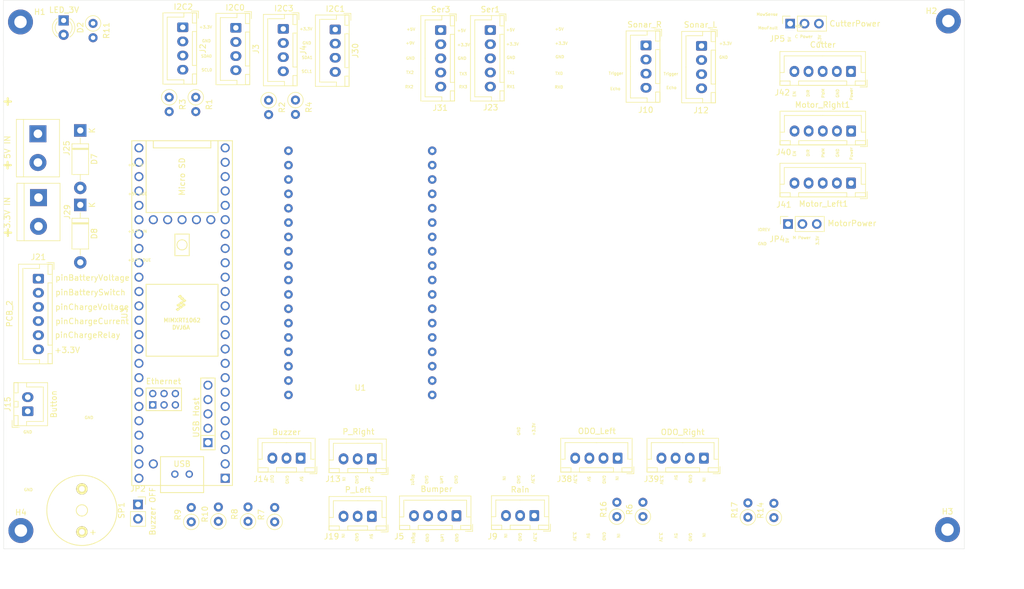
<source format=kicad_pcb>
(kicad_pcb (version 20171130) (host pcbnew "(5.1.9)-1")

  (general
    (thickness 1.6)
    (drawings 118)
    (tracks 0)
    (zones 0)
    (modules 48)
    (nets 47)
  )

  (page A4)
  (layers
    (0 F.Cu signal)
    (31 B.Cu signal)
    (32 B.Adhes user)
    (33 F.Adhes user)
    (34 B.Paste user)
    (35 F.Paste user)
    (36 B.SilkS user)
    (37 F.SilkS user)
    (38 B.Mask user)
    (39 F.Mask user)
    (40 Dwgs.User user)
    (41 Cmts.User user)
    (42 Eco1.User user)
    (43 Eco2.User user)
    (44 Edge.Cuts user)
    (45 Margin user)
    (46 B.CrtYd user)
    (47 F.CrtYd user)
    (48 B.Fab user hide)
    (49 F.Fab user hide)
  )

  (setup
    (last_trace_width 0.254)
    (user_trace_width 0.254)
    (user_trace_width 0.508)
    (user_trace_width 0.762)
    (user_trace_width 1.016)
    (user_trace_width 1.27)
    (user_trace_width 1.524)
    (user_trace_width 1.778)
    (user_trace_width 2.032)
    (trace_clearance 0.254)
    (zone_clearance 0.508)
    (zone_45_only no)
    (trace_min 0.254)
    (via_size 0.889)
    (via_drill 0.635)
    (via_min_size 0.889)
    (via_min_drill 0.508)
    (user_via 1.3 0.6)
    (user_via 1.6 0.8)
    (user_via 2.2 1)
    (user_via 2.6 1.3)
    (user_via 3.1 1.6)
    (uvia_size 0.508)
    (uvia_drill 0.127)
    (uvias_allowed no)
    (uvia_min_size 0.508)
    (uvia_min_drill 0.127)
    (edge_width 0.05)
    (segment_width 0.2)
    (pcb_text_width 0.3)
    (pcb_text_size 1.5 1.5)
    (mod_edge_width 0.12)
    (mod_text_size 1 1)
    (mod_text_width 0.15)
    (pad_size 3.79 3.79)
    (pad_drill 2.79)
    (pad_to_mask_clearance 0)
    (aux_axis_origin 0 0)
    (visible_elements 7FFFFFFF)
    (pcbplotparams
      (layerselection 0x010fc_ffffffff)
      (usegerberextensions false)
      (usegerberattributes true)
      (usegerberadvancedattributes true)
      (creategerberjobfile true)
      (excludeedgelayer true)
      (linewidth 0.100000)
      (plotframeref true)
      (viasonmask false)
      (mode 1)
      (useauxorigin false)
      (hpglpennumber 1)
      (hpglpenspeed 20)
      (hpglpendiameter 15.000000)
      (psnegative false)
      (psa4output false)
      (plotreference true)
      (plotvalue true)
      (plotinvisibletext false)
      (padsonsilk false)
      (subtractmaskfromsilk false)
      (outputformat 1)
      (mirror false)
      (drillshape 0)
      (scaleselection 1)
      (outputdirectory "Gerber Files/v1.01/"))
  )

  (net 0 "")
  (net 1 SCL1)
  (net 2 SDA1)
  (net 3 GND)
  (net 4 pinMotorRightPWM)
  (net 5 pinMotorRightDir)
  (net 6 pinMotorLeftPWM)
  (net 7 pinMotorLeftDir)
  (net 8 pinMotorMowPWM)
  (net 9 pinMotorMowDir)
  (net 10 pinMotorMowEnable)
  (net 11 pinBumperLeft)
  (net 12 pinBumperRight)
  (net 13 pinBuzzer)
  (net 14 pinButton)
  (net 15 pinRain)
  (net 16 pinChargeVoltage)
  (net 17 pinChargeCurrent)
  (net 18 pinPerimeterLeft)
  (net 19 pinPerimeterRight)
  (net 20 pinBatteryVoltage)
  (net 21 pinBatterySwitch)
  (net 22 SCL0)
  (net 23 SDA0)
  (net 24 TX1)
  (net 25 RX1)
  (net 26 +5V)
  (net 27 +3V3)
  (net 28 "Net-(D2-Pad2)")
  (net 29 "Net-(J13-Pad3)")
  (net 30 "Net-(JP2-Pad2)")
  (net 31 "Net-(J19-Pad3)")
  (net 32 "Net-(D7-Pad2)")
  (net 33 "Net-(D8-Pad2)")
  (net 34 RX3)
  (net 35 TX3)
  (net 36 "Net-(J38-Pad1)")
  (net 37 "Net-(J39-Pad1)")
  (net 38 "Net-(J42-Pad1)")
  (net 39 pinMotorLeftEnable)
  (net 40 pinChargeEnable)
  (net 41 SCL2)
  (net 42 SDA2)
  (net 43 pinMotorRightEnable)
  (net 44 "Net-(J40-Pad1)")
  (net 45 pinOdometryRight)
  (net 46 pinOdometryLeft)

  (net_class Default "This is the default net class."
    (clearance 0.254)
    (trace_width 0.254)
    (via_dia 0.889)
    (via_drill 0.635)
    (uvia_dia 0.508)
    (uvia_drill 0.127)
    (diff_pair_width 0.254)
    (diff_pair_gap 0.254)
    (add_net "Net-(D2-Pad2)")
    (add_net "Net-(D7-Pad2)")
    (add_net "Net-(D8-Pad2)")
    (add_net "Net-(J13-Pad3)")
    (add_net "Net-(J19-Pad3)")
    (add_net "Net-(J38-Pad1)")
    (add_net "Net-(J39-Pad1)")
    (add_net "Net-(J40-Pad1)")
    (add_net "Net-(J42-Pad1)")
    (add_net "Net-(JP2-Pad2)")
    (add_net "Net-(U1-Pad1)")
    (add_net "Net-(U1-Pad10)")
    (add_net "Net-(U1-Pad11)")
    (add_net "Net-(U1-Pad12)")
    (add_net "Net-(U1-Pad13)")
    (add_net "Net-(U1-Pad14)")
    (add_net "Net-(U1-Pad15)")
    (add_net "Net-(U1-Pad16)")
    (add_net "Net-(U1-Pad19)")
    (add_net "Net-(U1-Pad2)")
    (add_net "Net-(U1-Pad20)")
    (add_net "Net-(U1-Pad21)")
    (add_net "Net-(U1-Pad22)")
    (add_net "Net-(U1-Pad23)")
    (add_net "Net-(U1-Pad24)")
    (add_net "Net-(U1-Pad25)")
    (add_net "Net-(U1-Pad26)")
    (add_net "Net-(U1-Pad29)")
    (add_net "Net-(U1-Pad3)")
    (add_net "Net-(U1-Pad30)")
    (add_net "Net-(U1-Pad31)")
    (add_net "Net-(U1-Pad32)")
    (add_net "Net-(U1-Pad33)")
    (add_net "Net-(U1-Pad34)")
    (add_net "Net-(U1-Pad35)")
    (add_net "Net-(U1-Pad36)")
    (add_net "Net-(U1-Pad4)")
    (add_net "Net-(U1-Pad5)")
    (add_net "Net-(U1-Pad6)")
    (add_net "Net-(U1-Pad7)")
    (add_net "Net-(U1-Pad8)")
    (add_net "Net-(U1-Pad9)")
    (add_net "Net-(U3-Pad1)")
    (add_net "Net-(U3-Pad15)")
    (add_net "Net-(U3-Pad18)")
    (add_net "Net-(U3-Pad19)")
    (add_net "Net-(U3-Pad20)")
    (add_net "Net-(U3-Pad21)")
    (add_net "Net-(U3-Pad22)")
    (add_net "Net-(U3-Pad23)")
    (add_net "Net-(U3-Pad24)")
    (add_net "Net-(U3-Pad34)")
    (add_net "Net-(U3-Pad35)")
    (add_net "Net-(U3-Pad42)")
    (add_net "Net-(U3-Pad46)")
    (add_net "Net-(U3-Pad49)")
    (add_net "Net-(U3-Pad50)")
    (add_net "Net-(U3-Pad51)")
    (add_net "Net-(U3-Pad52)")
    (add_net "Net-(U3-Pad53)")
    (add_net "Net-(U3-Pad54)")
    (add_net "Net-(U3-Pad55)")
    (add_net "Net-(U3-Pad56)")
    (add_net "Net-(U3-Pad57)")
    (add_net "Net-(U3-Pad58)")
    (add_net "Net-(U3-Pad59)")
    (add_net "Net-(U3-Pad60)")
    (add_net "Net-(U3-Pad61)")
    (add_net "Net-(U3-Pad62)")
    (add_net "Net-(U3-Pad63)")
    (add_net "Net-(U3-Pad64)")
    (add_net "Net-(U3-Pad65)")
    (add_net "Net-(U3-Pad66)")
    (add_net "Net-(U3-Pad67)")
    (add_net RX1)
    (add_net RX3)
    (add_net SCL0)
    (add_net SCL1)
    (add_net SCL2)
    (add_net SDA0)
    (add_net SDA1)
    (add_net SDA2)
    (add_net TX1)
    (add_net TX3)
    (add_net pinBatterySwitch)
    (add_net pinBatteryVoltage)
    (add_net pinBumperLeft)
    (add_net pinBumperRight)
    (add_net pinButton)
    (add_net pinBuzzer)
    (add_net pinChargeCurrent)
    (add_net pinChargeEnable)
    (add_net pinChargeVoltage)
    (add_net pinMotorLeftDir)
    (add_net pinMotorLeftEnable)
    (add_net pinMotorLeftPWM)
    (add_net pinMotorMowDir)
    (add_net pinMotorMowEnable)
    (add_net pinMotorMowPWM)
    (add_net pinMotorRightDir)
    (add_net pinMotorRightEnable)
    (add_net pinMotorRightPWM)
    (add_net pinOdometryLeft)
    (add_net pinOdometryRight)
    (add_net pinPerimeterLeft)
    (add_net pinPerimeterRight)
    (add_net pinRain)
    (add_net pinSonarLeftEcho)
    (add_net pinSonarLeftTrigger)
    (add_net pinSonarRightEcho)
    (add_net pinSonarRightTrigger)
  )

  (net_class 24v ""
    (clearance 0.254)
    (trace_width 0.5)
    (via_dia 0.889)
    (via_drill 0.635)
    (uvia_dia 0.508)
    (uvia_drill 0.127)
    (diff_pair_width 0.254)
    (diff_pair_gap 0.254)
  )

  (net_class GND ""
    (clearance 0.254)
    (trace_width 0.5)
    (via_dia 0.889)
    (via_drill 0.635)
    (uvia_dia 0.508)
    (uvia_drill 0.127)
    (diff_pair_width 0.254)
    (diff_pair_gap 0.254)
    (add_net GND)
  )

  (net_class Power ""
    (clearance 0.254)
    (trace_width 0.354)
    (via_dia 0.889)
    (via_drill 0.635)
    (uvia_dia 0.508)
    (uvia_drill 0.127)
    (diff_pair_width 0.254)
    (diff_pair_gap 0.254)
    (add_net +3V3)
    (add_net +5V)
    (add_net DUE_3.3V)
  )

  (module teensy_library-master:ESP32-DOIT-DEVKIT (layer F.Cu) (tedit 5BA66054) (tstamp 60E39D01)
    (at 101.854 106.934 180)
    (path /60E66356)
    (fp_text reference U1 (at 0 3.81) (layer F.SilkS)
      (effects (font (size 1 1) (thickness 0.15)))
    )
    (fp_text value DOIT-ESP32-DEVKIT-V1 (at 0 -1.27) (layer F.Fab)
      (effects (font (size 1 1) (thickness 0.15)))
    )
    (fp_line (start 13.97 48.26) (end 13.97 41.91) (layer F.CrtYd) (width 0.15))
    (fp_line (start -13.97 48.26) (end 13.97 48.26) (layer F.CrtYd) (width 0.15))
    (fp_line (start -13.97 41.91) (end -13.97 48.26) (layer F.CrtYd) (width 0.15))
    (fp_line (start -13.97 41.91) (end -13.97 1.27) (layer F.CrtYd) (width 0.15))
    (fp_line (start 13.97 1.27) (end 13.97 41.91) (layer F.CrtYd) (width 0.15))
    (fp_line (start -13.97 1.27) (end 13.97 1.27) (layer F.CrtYd) (width 0.15))
    (pad 18 thru_hole circle (at -12.7 45.72 180) (size 1.524 1.524) (drill 0.762) (layers *.Cu *.Mask)
      (net 26 +5V))
    (pad 19 thru_hole circle (at 12.7 45.72 180) (size 1.524 1.524) (drill 0.762) (layers *.Cu *.Mask))
    (pad 20 thru_hole circle (at 12.7 43.18 180) (size 1.524 1.524) (drill 0.762) (layers *.Cu *.Mask))
    (pad 17 thru_hole circle (at -12.7 43.18 180) (size 1.524 1.524) (drill 0.762) (layers *.Cu *.Mask)
      (net 3 GND))
    (pad 36 thru_hole circle (at 12.7 2.54 180) (size 1.524 1.524) (drill 0.762) (layers *.Cu *.Mask))
    (pad 35 thru_hole circle (at 12.7 5.08 180) (size 1.524 1.524) (drill 0.762) (layers *.Cu *.Mask))
    (pad 34 thru_hole circle (at 12.7 7.62 180) (size 1.524 1.524) (drill 0.762) (layers *.Cu *.Mask))
    (pad 33 thru_hole circle (at 12.7 10.16 180) (size 1.524 1.524) (drill 0.762) (layers *.Cu *.Mask))
    (pad 32 thru_hole circle (at 12.7 12.7 180) (size 1.524 1.524) (drill 0.762) (layers *.Cu *.Mask))
    (pad 31 thru_hole circle (at 12.7 15.24 180) (size 1.524 1.524) (drill 0.762) (layers *.Cu *.Mask))
    (pad 30 thru_hole circle (at 12.7 17.78 180) (size 1.524 1.524) (drill 0.762) (layers *.Cu *.Mask))
    (pad 29 thru_hole circle (at 12.7 20.32 180) (size 1.524 1.524) (drill 0.762) (layers *.Cu *.Mask))
    (pad 28 thru_hole circle (at 12.7 22.86 180) (size 1.524 1.524) (drill 0.762) (layers *.Cu *.Mask)
      (net 25 RX1))
    (pad 27 thru_hole circle (at 12.7 25.4 180) (size 1.524 1.524) (drill 0.762) (layers *.Cu *.Mask)
      (net 24 TX1))
    (pad 26 thru_hole circle (at 12.7 27.94 180) (size 1.524 1.524) (drill 0.762) (layers *.Cu *.Mask))
    (pad 25 thru_hole circle (at 12.7 30.48 180) (size 1.524 1.524) (drill 0.762) (layers *.Cu *.Mask))
    (pad 24 thru_hole circle (at 12.7 33.02 180) (size 1.524 1.524) (drill 0.762) (layers *.Cu *.Mask))
    (pad 23 thru_hole circle (at 12.7 35.56 180) (size 1.524 1.524) (drill 0.762) (layers *.Cu *.Mask))
    (pad 22 thru_hole circle (at 12.7 38.1 180) (size 1.524 1.524) (drill 0.762) (layers *.Cu *.Mask))
    (pad 21 thru_hole circle (at 12.7 40.64 180) (size 1.524 1.524) (drill 0.762) (layers *.Cu *.Mask))
    (pad 16 thru_hole circle (at -12.7 40.64 180) (size 1.524 1.524) (drill 0.762) (layers *.Cu *.Mask))
    (pad 15 thru_hole circle (at -12.7 38.1 180) (size 1.524 1.524) (drill 0.762) (layers *.Cu *.Mask))
    (pad 14 thru_hole circle (at -12.7 35.56 180) (size 1.524 1.524) (drill 0.762) (layers *.Cu *.Mask))
    (pad 13 thru_hole circle (at -12.7 33.02 180) (size 1.524 1.524) (drill 0.762) (layers *.Cu *.Mask))
    (pad 12 thru_hole circle (at -12.7 30.48 180) (size 1.524 1.524) (drill 0.762) (layers *.Cu *.Mask))
    (pad 11 thru_hole circle (at -12.7 27.94 180) (size 1.524 1.524) (drill 0.762) (layers *.Cu *.Mask))
    (pad 10 thru_hole circle (at -12.7 25.4 180) (size 1.524 1.524) (drill 0.762) (layers *.Cu *.Mask))
    (pad 9 thru_hole circle (at -12.7 22.86 180) (size 1.524 1.524) (drill 0.762) (layers *.Cu *.Mask))
    (pad 8 thru_hole circle (at -12.7 20.32 180) (size 1.524 1.524) (drill 0.762) (layers *.Cu *.Mask))
    (pad 7 thru_hole circle (at -12.7 17.78 180) (size 1.524 1.524) (drill 0.762) (layers *.Cu *.Mask))
    (pad 6 thru_hole circle (at -12.7 15.24 180) (size 1.524 1.524) (drill 0.762) (layers *.Cu *.Mask))
    (pad 5 thru_hole circle (at -12.7 12.7 180) (size 1.524 1.524) (drill 0.762) (layers *.Cu *.Mask))
    (pad 4 thru_hole circle (at -12.7 10.16 180) (size 1.524 1.524) (drill 0.762) (layers *.Cu *.Mask))
    (pad 3 thru_hole circle (at -12.7 7.62 180) (size 1.524 1.524) (drill 0.762) (layers *.Cu *.Mask))
    (pad 2 thru_hole circle (at -12.7 5.08 180) (size 1.524 1.524) (drill 0.762) (layers *.Cu *.Mask))
    (pad 1 thru_hole circle (at -12.7 2.54 180) (size 1.524 1.524) (drill 0.762) (layers *.Cu *.Mask))
  )

  (module teensy_library-master:Teensy41 (layer F.Cu) (tedit 60E1DF27) (tstamp 60E22E82)
    (at 70.358 89.916 90)
    (path /60E23AD3)
    (fp_text reference U3 (at 0 -10.16 90) (layer F.SilkS)
      (effects (font (size 1 1) (thickness 0.15)))
    )
    (fp_text value Teensy4.1 (at 0 10.16 90) (layer F.Fab)
      (effects (font (size 1 1) (thickness 0.15)))
    )
    (fp_poly (pts (xy 3.197 -0.307) (xy 2.943 -0.053) (xy 2.689 -0.434) (xy 2.943 -0.688)) (layer F.SilkS) (width 0.1))
    (fp_poly (pts (xy 2.816 0.074) (xy 2.562 0.328) (xy 2.308 -0.053) (xy 2.562 -0.307)) (layer F.SilkS) (width 0.1))
    (fp_poly (pts (xy 0.911 -0.688) (xy 0.657 -0.434) (xy 0.403 -0.815) (xy 0.657 -1.069)) (layer F.SilkS) (width 0.1))
    (fp_poly (pts (xy 1.292 -0.18) (xy 1.038 0.074) (xy 0.784 -0.307) (xy 1.038 -0.561)) (layer F.SilkS) (width 0.1))
    (fp_poly (pts (xy 1.673 0.328) (xy 1.419 0.582) (xy 1.165 0.201) (xy 1.419 -0.053)) (layer F.SilkS) (width 0.1))
    (fp_poly (pts (xy 1.673 -0.561) (xy 1.419 -0.307) (xy 1.165 -0.688) (xy 1.419 -0.942)) (layer F.SilkS) (width 0.1))
    (fp_poly (pts (xy 2.054 -0.053) (xy 1.8 0.201) (xy 1.546 -0.18) (xy 1.8 -0.434)) (layer F.SilkS) (width 0.1))
    (fp_poly (pts (xy 2.435 0.455) (xy 2.181 0.709) (xy 1.927 0.328) (xy 2.181 0.074)) (layer F.SilkS) (width 0.1))
    (fp_line (start -30.48 8.89) (end -30.48 -8.89) (layer F.SilkS) (width 0.15))
    (fp_line (start 30.48 8.89) (end -30.48 8.89) (layer F.SilkS) (width 0.15))
    (fp_line (start 30.48 -8.89) (end 30.48 8.89) (layer F.SilkS) (width 0.15))
    (fp_line (start -30.48 -8.89) (end 30.48 -8.89) (layer F.SilkS) (width 0.15))
    (fp_line (start -25.4 3.81) (end -30.48 3.81) (layer F.SilkS) (width 0.15))
    (fp_line (start -25.4 -3.81) (end -30.48 -3.81) (layer F.SilkS) (width 0.15))
    (fp_line (start -25.4 3.81) (end -25.4 -3.81) (layer F.SilkS) (width 0.15))
    (fp_line (start -31.75 -3.81) (end -30.48 -3.81) (layer F.SilkS) (width 0.15))
    (fp_line (start -31.75 3.81) (end -31.75 -3.81) (layer F.SilkS) (width 0.15))
    (fp_line (start -30.48 3.81) (end -31.75 3.81) (layer F.SilkS) (width 0.15))
    (fp_line (start 30.48 -6.35) (end 17.78 -6.35) (layer F.SilkS) (width 0.15))
    (fp_line (start 17.78 -6.35) (end 17.78 6.35) (layer F.SilkS) (width 0.15))
    (fp_line (start 17.78 6.35) (end 30.48 6.35) (layer F.SilkS) (width 0.15))
    (fp_line (start 30.48 -5.08) (end 29.21 -5.08) (layer F.SilkS) (width 0.15))
    (fp_line (start 29.21 -5.08) (end 29.21 5.08) (layer F.SilkS) (width 0.15))
    (fp_line (start 29.21 5.08) (end 30.48 5.08) (layer F.SilkS) (width 0.15))
    (fp_line (start 13.97 -1.27) (end 13.97 1.27) (layer F.SilkS) (width 0.15))
    (fp_line (start 13.97 1.27) (end 10.16 1.27) (layer F.SilkS) (width 0.15))
    (fp_line (start 10.16 1.27) (end 10.16 -1.27) (layer F.SilkS) (width 0.15))
    (fp_line (start 10.16 -1.27) (end 13.97 -1.27) (layer F.SilkS) (width 0.15))
    (fp_line (start -24.1808 3.2992) (end -11.4808 3.2992) (layer F.SilkS) (width 0.15))
    (fp_line (start -11.4808 3.2992) (end -11.4808 5.8392) (layer F.SilkS) (width 0.15))
    (fp_line (start -11.4808 5.8392) (end -24.1808 5.8392) (layer F.SilkS) (width 0.15))
    (fp_line (start -24.1808 5.8392) (end -24.1808 3.2992) (layer F.SilkS) (width 0.15))
    (fp_line (start -24.1808 3.2992) (end -21.6408 3.2992) (layer F.SilkS) (width 0.15))
    (fp_line (start -21.6408 3.2992) (end -21.6408 5.8392) (layer F.SilkS) (width 0.15))
    (fp_line (start -17.25 -6.1016) (end -17.25 -0.1016) (layer F.SilkS) (width 0.15))
    (fp_line (start -17.25 -0.1016) (end -13.25 -0.1016) (layer F.SilkS) (width 0.15))
    (fp_line (start -13.25 -0.1016) (end -13.25 -6.3516) (layer F.SilkS) (width 0.15))
    (fp_line (start -13.25 -6.3516) (end -17.25 -6.3516) (layer F.SilkS) (width 0.15))
    (fp_line (start -17.25 -6.3516) (end -17.25 -6.1016) (layer F.SilkS) (width 0.15))
    (fp_line (start -7.62 6.35) (end 5.08 6.35) (layer F.SilkS) (width 0.15))
    (fp_line (start 5.08 6.35) (end 5.08 -6.35) (layer F.SilkS) (width 0.15))
    (fp_line (start 5.08 -6.35) (end -7.62 -6.35) (layer F.SilkS) (width 0.15))
    (fp_line (start -7.62 -6.35) (end -7.62 6.35) (layer F.SilkS) (width 0.15))
    (fp_circle (center 12.065 0) (end 12.7 -0.635) (layer F.SilkS) (width 0.15))
    (fp_text user DVJ6A (at -2.54 -0.18 180) (layer F.SilkS)
      (effects (font (size 0.7 0.7) (thickness 0.15)))
    )
    (fp_text user MIMXRT1062 (at -1.27 0 180) (layer F.SilkS)
      (effects (font (size 0.7 0.7) (thickness 0.15)))
    )
    (fp_text user "Micro SD" (at 24.13 0 90) (layer F.SilkS)
      (effects (font (size 1 1) (thickness 0.15)))
    )
    (fp_text user USB (at -26.67 0 180) (layer F.SilkS)
      (effects (font (size 1 1) (thickness 0.15)))
    )
    (fp_text user Ethernet (at -12.065 -3.2766) (layer F.SilkS)
      (effects (font (size 1 1) (thickness 0.15)))
    )
    (fp_text user "USB Host" (at -18.4658 2.4892 90) (layer F.SilkS)
      (effects (font (size 1 1) (thickness 0.15)))
    )
    (pad 49 thru_hole circle (at -26.67 -5.08 90) (size 1.6 1.6) (drill 1.1) (layers *.Cu *.Mask))
    (pad 59 thru_hole circle (at -12.7508 4.5692 90) (size 1.6 1.6) (drill 1.1) (layers *.Cu *.Mask))
    (pad 58 thru_hole circle (at -15.2908 4.5692 90) (size 1.6 1.6) (drill 1.1) (layers *.Cu *.Mask))
    (pad 57 thru_hole circle (at -17.8308 4.5692 90) (size 1.6 1.6) (drill 1.1) (layers *.Cu *.Mask))
    (pad 56 thru_hole circle (at -20.3708 4.5692 90) (size 1.6 1.6) (drill 1.1) (layers *.Cu *.Mask))
    (pad 55 thru_hole rect (at -22.9108 4.5692 90) (size 1.6 1.6) (drill 1.1) (layers *.Cu *.Mask))
    (pad 48 thru_hole circle (at -29.21 -7.62 90) (size 1.6 1.6) (drill 1.1) (layers *.Cu *.Mask)
      (net 26 +5V))
    (pad 47 thru_hole circle (at -26.67 -7.62 90) (size 1.6 1.6) (drill 1.1) (layers *.Cu *.Mask)
      (net 3 GND))
    (pad 46 thru_hole circle (at -24.13 -7.62 90) (size 1.6 1.6) (drill 1.1) (layers *.Cu *.Mask))
    (pad 45 thru_hole circle (at -21.59 -7.62 90) (size 1.6 1.6) (drill 1.1) (layers *.Cu *.Mask)
      (net 18 pinPerimeterLeft))
    (pad 44 thru_hole circle (at -19.05 -7.62 90) (size 1.6 1.6) (drill 1.1) (layers *.Cu *.Mask)
      (net 19 pinPerimeterRight))
    (pad 43 thru_hole circle (at -16.51 -7.62 90) (size 1.6 1.6) (drill 1.1) (layers *.Cu *.Mask)
      (net 20 pinBatteryVoltage))
    (pad 42 thru_hole circle (at -13.97 -7.62 90) (size 1.6 1.6) (drill 1.1) (layers *.Cu *.Mask))
    (pad 41 thru_hole circle (at -11.43 -7.62 90) (size 1.6 1.6) (drill 1.1) (layers *.Cu *.Mask)
      (net 22 SCL0))
    (pad 40 thru_hole circle (at -8.89 -7.62 90) (size 1.6 1.6) (drill 1.1) (layers *.Cu *.Mask)
      (net 23 SDA0))
    (pad 39 thru_hole circle (at -6.35 -7.62 90) (size 1.6 1.6) (drill 1.1) (layers *.Cu *.Mask)
      (net 2 SDA1))
    (pad 38 thru_hole circle (at -3.81 -7.62 90) (size 1.6 1.6) (drill 1.1) (layers *.Cu *.Mask)
      (net 1 SCL1))
    (pad 37 thru_hole circle (at -1.27 -7.62 90) (size 1.6 1.6) (drill 1.1) (layers *.Cu *.Mask)
      (net 34 RX3))
    (pad 36 thru_hole circle (at 1.27 -7.62 90) (size 1.6 1.6) (drill 1.1) (layers *.Cu *.Mask)
      (net 35 TX3))
    (pad 35 thru_hole circle (at 3.81 -7.62 90) (size 1.6 1.6) (drill 1.1) (layers *.Cu *.Mask))
    (pad 1 thru_hole rect (at -29.21 7.62 90) (size 1.6 1.6) (drill 1.1) (layers *.Cu *.Mask))
    (pad 2 thru_hole circle (at -26.67 7.62 90) (size 1.6 1.6) (drill 1.1) (layers *.Cu *.Mask)
      (net 25 RX1))
    (pad 3 thru_hole circle (at -24.13 7.62 90) (size 1.6 1.6) (drill 1.1) (layers *.Cu *.Mask)
      (net 24 TX1))
    (pad 4 thru_hole circle (at -21.59 7.62 90) (size 1.6 1.6) (drill 1.1) (layers *.Cu *.Mask)
      (net 43 pinMotorRightEnable))
    (pad 5 thru_hole circle (at -19.05 7.62 90) (size 1.6 1.6) (drill 1.1) (layers *.Cu *.Mask)
      (net 5 pinMotorRightDir))
    (pad 6 thru_hole circle (at -16.51 7.62 90) (size 1.6 1.6) (drill 1.1) (layers *.Cu *.Mask)
      (net 4 pinMotorRightPWM))
    (pad 7 thru_hole circle (at -13.97 7.62 90) (size 1.6 1.6) (drill 1.1) (layers *.Cu *.Mask)
      (net 39 pinMotorLeftEnable))
    (pad 8 thru_hole circle (at -11.43 7.62 90) (size 1.6 1.6) (drill 1.1) (layers *.Cu *.Mask)
      (net 7 pinMotorLeftDir))
    (pad 9 thru_hole circle (at -8.89 7.62 90) (size 1.6 1.6) (drill 1.1) (layers *.Cu *.Mask)
      (net 6 pinMotorLeftPWM))
    (pad 10 thru_hole circle (at -6.35 7.62 90) (size 1.6 1.6) (drill 1.1) (layers *.Cu *.Mask)
      (net 10 pinMotorMowEnable))
    (pad 11 thru_hole circle (at -3.81 7.62 90) (size 1.6 1.6) (drill 1.1) (layers *.Cu *.Mask)
      (net 9 pinMotorMowDir))
    (pad 12 thru_hole circle (at -1.27 7.62 90) (size 1.6 1.6) (drill 1.1) (layers *.Cu *.Mask)
      (net 8 pinMotorMowPWM))
    (pad 13 thru_hole circle (at 1.27 7.62 90) (size 1.6 1.6) (drill 1.1) (layers *.Cu *.Mask)
      (net 45 pinOdometryRight))
    (pad 34 thru_hole circle (at 6.35 -7.62 90) (size 1.6 1.6) (drill 1.1) (layers *.Cu *.Mask))
    (pad 33 thru_hole circle (at 8.89 -7.62 90) (size 1.6 1.6) (drill 1.1) (layers *.Cu *.Mask)
      (net 16 pinChargeVoltage))
    (pad 32 thru_hole circle (at 11.43 -7.62 90) (size 1.6 1.6) (drill 1.1) (layers *.Cu *.Mask)
      (net 17 pinChargeCurrent))
    (pad 31 thru_hole circle (at 13.97 -7.62 90) (size 1.6 1.6) (drill 1.1) (layers *.Cu *.Mask)
      (net 15 pinRain))
    (pad 30 thru_hole circle (at 16.51 -7.62 90) (size 1.6 1.6) (drill 1.1) (layers *.Cu *.Mask)
      (net 14 pinButton))
    (pad 29 thru_hole circle (at 19.05 -7.62 90) (size 1.6 1.6) (drill 1.1) (layers *.Cu *.Mask)
      (net 13 pinBuzzer))
    (pad 28 thru_hole circle (at 21.59 -7.62 90) (size 1.6 1.6) (drill 1.1) (layers *.Cu *.Mask)
      (net 12 pinBumperRight))
    (pad 27 thru_hole circle (at 24.13 -7.62 90) (size 1.6 1.6) (drill 1.1) (layers *.Cu *.Mask)
      (net 11 pinBumperLeft))
    (pad 26 thru_hole circle (at 26.67 -7.62 90) (size 1.6 1.6) (drill 1.1) (layers *.Cu *.Mask)
      (net 40 pinChargeEnable))
    (pad 25 thru_hole circle (at 29.21 -7.62 90) (size 1.6 1.6) (drill 1.1) (layers *.Cu *.Mask)
      (net 21 pinBatterySwitch))
    (pad 24 thru_hole circle (at 29.21 7.62 90) (size 1.6 1.6) (drill 1.1) (layers *.Cu *.Mask))
    (pad 23 thru_hole circle (at 26.67 7.62 90) (size 1.6 1.6) (drill 1.1) (layers *.Cu *.Mask))
    (pad 22 thru_hole circle (at 24.13 7.62 90) (size 1.6 1.6) (drill 1.1) (layers *.Cu *.Mask))
    (pad 21 thru_hole circle (at 21.59 7.62 90) (size 1.6 1.6) (drill 1.1) (layers *.Cu *.Mask))
    (pad 14 thru_hole circle (at 3.81 7.62 90) (size 1.6 1.6) (drill 1.1) (layers *.Cu *.Mask)
      (net 46 pinOdometryLeft))
    (pad 15 thru_hole circle (at 6.35 7.62 90) (size 1.6 1.6) (drill 1.1) (layers *.Cu *.Mask))
    (pad 16 thru_hole circle (at 8.89 7.62 90) (size 1.6 1.6) (drill 1.1) (layers *.Cu *.Mask)
      (net 41 SCL2))
    (pad 20 thru_hole circle (at 19.05 7.62 90) (size 1.6 1.6) (drill 1.1) (layers *.Cu *.Mask))
    (pad 19 thru_hole circle (at 16.51 7.62 90) (size 1.6 1.6) (drill 1.1) (layers *.Cu *.Mask))
    (pad 18 thru_hole circle (at 13.97 7.62 90) (size 1.6 1.6) (drill 1.1) (layers *.Cu *.Mask))
    (pad 17 thru_hole circle (at 11.43 7.62 90) (size 1.6 1.6) (drill 1.1) (layers *.Cu *.Mask)
      (net 42 SDA2))
    (pad 60 thru_hole rect (at -16.24 -5.1816 90) (size 1.3 1.3) (drill 0.8) (layers *.Cu *.Mask))
    (pad 65 thru_hole circle (at -14.24 -5.1816 90) (size 1.3 1.3) (drill 0.8) (layers *.Cu *.Mask))
    (pad 61 thru_hole circle (at -16.24 -3.1816 90) (size 1.3 1.3) (drill 0.8) (layers *.Cu *.Mask))
    (pad 64 thru_hole circle (at -14.24 -3.1816 90) (size 1.3 1.3) (drill 0.8) (layers *.Cu *.Mask))
    (pad 63 thru_hole circle (at -14.24 -1.1816 90) (size 1.3 1.3) (drill 0.8) (layers *.Cu *.Mask))
    (pad 62 thru_hole circle (at -16.24 -1.1816 90) (size 1.3 1.3) (drill 0.8) (layers *.Cu *.Mask))
    (pad 50 thru_hole circle (at 16.51 5.08 90) (size 1.6 1.6) (drill 1.1) (layers *.Cu *.Mask))
    (pad 51 thru_hole circle (at 16.51 2.54 90) (size 1.6 1.6) (drill 1.1) (layers *.Cu *.Mask))
    (pad 52 thru_hole circle (at 16.51 0 90) (size 1.6 1.6) (drill 1.1) (layers *.Cu *.Mask))
    (pad 53 thru_hole circle (at 16.51 -2.54 90) (size 1.6 1.6) (drill 1.1) (layers *.Cu *.Mask))
    (pad 54 thru_hole circle (at 16.51 -5.08 90) (size 1.6 1.6) (drill 1.1) (layers *.Cu *.Mask))
    (pad 67 thru_hole circle (at -28.48 1.27 90) (size 1.3 1.3) (drill 0.8) (layers *.Cu *.Mask))
    (pad 66 thru_hole circle (at -28.48 -1.27 90) (size 1.3 1.3) (drill 0.8) (layers *.Cu *.Mask))
    (model ${KICAD_USER_DIR}/teensy.pretty/Teensy_4.1_Assembly.STEP
      (offset (xyz 0 0 0.762))
      (scale (xyz 1 1 1))
      (rotate (xyz 0 0 0))
    )
  )

  (module Connector_JST:JST_XH_B5B-XH-A_1x05_P2.50mm_Vertical (layer F.Cu) (tedit 5C28146C) (tstamp 60A1C1F6)
    (at 188.543 47.182 180)
    (descr "JST XH series connector, B5B-XH-A (http://www.jst-mfg.com/product/pdf/eng/eXH.pdf), generated with kicad-footprint-generator")
    (tags "connector JST XH vertical")
    (path /609243F4/60A3BF2F)
    (fp_text reference J42 (at 12.14 -3.745 180) (layer F.SilkS)
      (effects (font (size 1 1) (thickness 0.15)))
    )
    (fp_text value Cutter (at 4.97 4.72) (layer F.SilkS)
      (effects (font (size 1 1) (thickness 0.15)))
    )
    (fp_line (start -2.45 -2.35) (end -2.45 3.4) (layer F.Fab) (width 0.1))
    (fp_line (start -2.45 3.4) (end 12.45 3.4) (layer F.Fab) (width 0.1))
    (fp_line (start 12.45 3.4) (end 12.45 -2.35) (layer F.Fab) (width 0.1))
    (fp_line (start 12.45 -2.35) (end -2.45 -2.35) (layer F.Fab) (width 0.1))
    (fp_line (start -2.56 -2.46) (end -2.56 3.51) (layer F.SilkS) (width 0.12))
    (fp_line (start -2.56 3.51) (end 12.56 3.51) (layer F.SilkS) (width 0.12))
    (fp_line (start 12.56 3.51) (end 12.56 -2.46) (layer F.SilkS) (width 0.12))
    (fp_line (start 12.56 -2.46) (end -2.56 -2.46) (layer F.SilkS) (width 0.12))
    (fp_line (start -2.95 -2.85) (end -2.95 3.9) (layer F.CrtYd) (width 0.05))
    (fp_line (start -2.95 3.9) (end 12.95 3.9) (layer F.CrtYd) (width 0.05))
    (fp_line (start 12.95 3.9) (end 12.95 -2.85) (layer F.CrtYd) (width 0.05))
    (fp_line (start 12.95 -2.85) (end -2.95 -2.85) (layer F.CrtYd) (width 0.05))
    (fp_line (start -0.625 -2.35) (end 0 -1.35) (layer F.Fab) (width 0.1))
    (fp_line (start 0 -1.35) (end 0.625 -2.35) (layer F.Fab) (width 0.1))
    (fp_line (start 0.75 -2.45) (end 0.75 -1.7) (layer F.SilkS) (width 0.12))
    (fp_line (start 0.75 -1.7) (end 9.25 -1.7) (layer F.SilkS) (width 0.12))
    (fp_line (start 9.25 -1.7) (end 9.25 -2.45) (layer F.SilkS) (width 0.12))
    (fp_line (start 9.25 -2.45) (end 0.75 -2.45) (layer F.SilkS) (width 0.12))
    (fp_line (start -2.55 -2.45) (end -2.55 -1.7) (layer F.SilkS) (width 0.12))
    (fp_line (start -2.55 -1.7) (end -0.75 -1.7) (layer F.SilkS) (width 0.12))
    (fp_line (start -0.75 -1.7) (end -0.75 -2.45) (layer F.SilkS) (width 0.12))
    (fp_line (start -0.75 -2.45) (end -2.55 -2.45) (layer F.SilkS) (width 0.12))
    (fp_line (start 10.75 -2.45) (end 10.75 -1.7) (layer F.SilkS) (width 0.12))
    (fp_line (start 10.75 -1.7) (end 12.55 -1.7) (layer F.SilkS) (width 0.12))
    (fp_line (start 12.55 -1.7) (end 12.55 -2.45) (layer F.SilkS) (width 0.12))
    (fp_line (start 12.55 -2.45) (end 10.75 -2.45) (layer F.SilkS) (width 0.12))
    (fp_line (start -2.55 -0.2) (end -1.8 -0.2) (layer F.SilkS) (width 0.12))
    (fp_line (start -1.8 -0.2) (end -1.8 2.75) (layer F.SilkS) (width 0.12))
    (fp_line (start -1.8 2.75) (end 5 2.75) (layer F.SilkS) (width 0.12))
    (fp_line (start 12.55 -0.2) (end 11.8 -0.2) (layer F.SilkS) (width 0.12))
    (fp_line (start 11.8 -0.2) (end 11.8 2.75) (layer F.SilkS) (width 0.12))
    (fp_line (start 11.8 2.75) (end 5 2.75) (layer F.SilkS) (width 0.12))
    (fp_line (start -1.6 -2.75) (end -2.85 -2.75) (layer F.SilkS) (width 0.12))
    (fp_line (start -2.85 -2.75) (end -2.85 -1.5) (layer F.SilkS) (width 0.12))
    (fp_text user %R (at 5 2.7) (layer F.Fab)
      (effects (font (size 1 1) (thickness 0.15)))
    )
    (pad 5 thru_hole oval (at 10 0 180) (size 1.7 1.95) (drill 0.95) (layers *.Cu *.Mask)
      (net 10 pinMotorMowEnable))
    (pad 4 thru_hole oval (at 7.5 0 180) (size 1.7 1.95) (drill 0.95) (layers *.Cu *.Mask)
      (net 9 pinMotorMowDir))
    (pad 3 thru_hole oval (at 5 0 180) (size 1.7 1.95) (drill 0.95) (layers *.Cu *.Mask)
      (net 8 pinMotorMowPWM))
    (pad 2 thru_hole oval (at 2.5 0 180) (size 1.7 1.95) (drill 0.95) (layers *.Cu *.Mask)
      (net 3 GND))
    (pad 1 thru_hole roundrect (at 0 0 180) (size 1.7 1.95) (drill 0.95) (layers *.Cu *.Mask) (roundrect_rratio 0.1470588235294118)
      (net 38 "Net-(J42-Pad1)"))
    (model ${KISYS3DMOD}/Connector_JST.3dshapes/JST_XH_B5B-XH-A_1x05_P2.50mm_Vertical.wrl
      (at (xyz 0 0 0))
      (scale (xyz 1 1 1))
      (rotate (xyz 0 0 0))
    )
  )

  (module Connector_JST:JST_XH_B5B-XH-A_1x05_P2.50mm_Vertical (layer F.Cu) (tedit 5C28146C) (tstamp 60A1C1DD)
    (at 188.555 66.929 180)
    (descr "JST XH series connector, B5B-XH-A (http://www.jst-mfg.com/product/pdf/eng/eXH.pdf), generated with kicad-footprint-generator")
    (tags "connector JST XH vertical")
    (path /609243F4/60A2B4C3)
    (fp_text reference J41 (at 11.87 -3.813 180) (layer F.SilkS)
      (effects (font (size 1 1) (thickness 0.15)))
    )
    (fp_text value Motor_Left1 (at 4.87 -3.67) (layer F.SilkS)
      (effects (font (size 1 1) (thickness 0.15)))
    )
    (fp_line (start -2.45 -2.35) (end -2.45 3.4) (layer F.Fab) (width 0.1))
    (fp_line (start -2.45 3.4) (end 12.45 3.4) (layer F.Fab) (width 0.1))
    (fp_line (start 12.45 3.4) (end 12.45 -2.35) (layer F.Fab) (width 0.1))
    (fp_line (start 12.45 -2.35) (end -2.45 -2.35) (layer F.Fab) (width 0.1))
    (fp_line (start -2.56 -2.46) (end -2.56 3.51) (layer F.SilkS) (width 0.12))
    (fp_line (start -2.56 3.51) (end 12.56 3.51) (layer F.SilkS) (width 0.12))
    (fp_line (start 12.56 3.51) (end 12.56 -2.46) (layer F.SilkS) (width 0.12))
    (fp_line (start 12.56 -2.46) (end -2.56 -2.46) (layer F.SilkS) (width 0.12))
    (fp_line (start -2.95 -2.85) (end -2.95 3.9) (layer F.CrtYd) (width 0.05))
    (fp_line (start -2.95 3.9) (end 12.95 3.9) (layer F.CrtYd) (width 0.05))
    (fp_line (start 12.95 3.9) (end 12.95 -2.85) (layer F.CrtYd) (width 0.05))
    (fp_line (start 12.95 -2.85) (end -2.95 -2.85) (layer F.CrtYd) (width 0.05))
    (fp_line (start -0.625 -2.35) (end 0 -1.35) (layer F.Fab) (width 0.1))
    (fp_line (start 0 -1.35) (end 0.625 -2.35) (layer F.Fab) (width 0.1))
    (fp_line (start 0.75 -2.45) (end 0.75 -1.7) (layer F.SilkS) (width 0.12))
    (fp_line (start 0.75 -1.7) (end 9.25 -1.7) (layer F.SilkS) (width 0.12))
    (fp_line (start 9.25 -1.7) (end 9.25 -2.45) (layer F.SilkS) (width 0.12))
    (fp_line (start 9.25 -2.45) (end 0.75 -2.45) (layer F.SilkS) (width 0.12))
    (fp_line (start -2.55 -2.45) (end -2.55 -1.7) (layer F.SilkS) (width 0.12))
    (fp_line (start -2.55 -1.7) (end -0.75 -1.7) (layer F.SilkS) (width 0.12))
    (fp_line (start -0.75 -1.7) (end -0.75 -2.45) (layer F.SilkS) (width 0.12))
    (fp_line (start -0.75 -2.45) (end -2.55 -2.45) (layer F.SilkS) (width 0.12))
    (fp_line (start 10.75 -2.45) (end 10.75 -1.7) (layer F.SilkS) (width 0.12))
    (fp_line (start 10.75 -1.7) (end 12.55 -1.7) (layer F.SilkS) (width 0.12))
    (fp_line (start 12.55 -1.7) (end 12.55 -2.45) (layer F.SilkS) (width 0.12))
    (fp_line (start 12.55 -2.45) (end 10.75 -2.45) (layer F.SilkS) (width 0.12))
    (fp_line (start -2.55 -0.2) (end -1.8 -0.2) (layer F.SilkS) (width 0.12))
    (fp_line (start -1.8 -0.2) (end -1.8 2.75) (layer F.SilkS) (width 0.12))
    (fp_line (start -1.8 2.75) (end 5 2.75) (layer F.SilkS) (width 0.12))
    (fp_line (start 12.55 -0.2) (end 11.8 -0.2) (layer F.SilkS) (width 0.12))
    (fp_line (start 11.8 -0.2) (end 11.8 2.75) (layer F.SilkS) (width 0.12))
    (fp_line (start 11.8 2.75) (end 5 2.75) (layer F.SilkS) (width 0.12))
    (fp_line (start -1.6 -2.75) (end -2.85 -2.75) (layer F.SilkS) (width 0.12))
    (fp_line (start -2.85 -2.75) (end -2.85 -1.5) (layer F.SilkS) (width 0.12))
    (fp_text user %R (at 5 2.7) (layer F.Fab)
      (effects (font (size 1 1) (thickness 0.15)))
    )
    (pad 5 thru_hole oval (at 10 0 180) (size 1.7 1.95) (drill 0.95) (layers *.Cu *.Mask)
      (net 39 pinMotorLeftEnable))
    (pad 4 thru_hole oval (at 7.5 0 180) (size 1.7 1.95) (drill 0.95) (layers *.Cu *.Mask)
      (net 7 pinMotorLeftDir))
    (pad 3 thru_hole oval (at 5 0 180) (size 1.7 1.95) (drill 0.95) (layers *.Cu *.Mask)
      (net 6 pinMotorLeftPWM))
    (pad 2 thru_hole oval (at 2.5 0 180) (size 1.7 1.95) (drill 0.95) (layers *.Cu *.Mask)
      (net 3 GND))
    (pad 1 thru_hole roundrect (at 0 0 180) (size 1.7 1.95) (drill 0.95) (layers *.Cu *.Mask) (roundrect_rratio 0.1470588235294118)
      (net 44 "Net-(J40-Pad1)"))
    (model ${KISYS3DMOD}/Connector_JST.3dshapes/JST_XH_B5B-XH-A_1x05_P2.50mm_Vertical.wrl
      (at (xyz 0 0 0))
      (scale (xyz 1 1 1))
      (rotate (xyz 0 0 0))
    )
  )

  (module Connector_JST:JST_XH_B5B-XH-A_1x05_P2.50mm_Vertical (layer F.Cu) (tedit 5C28146C) (tstamp 60A1C1C4)
    (at 188.568 57.725 180)
    (descr "JST XH series connector, B5B-XH-A (http://www.jst-mfg.com/product/pdf/eng/eXH.pdf), generated with kicad-footprint-generator")
    (tags "connector JST XH vertical")
    (path /609243F4/60A17AF1)
    (fp_text reference J40 (at 11.911 -3.743 180) (layer F.SilkS)
      (effects (font (size 1 1) (thickness 0.15)))
    )
    (fp_text value Motor_Right1 (at 5.053 4.639) (layer F.SilkS)
      (effects (font (size 1 1) (thickness 0.15)))
    )
    (fp_line (start -2.45 -2.35) (end -2.45 3.4) (layer F.Fab) (width 0.1))
    (fp_line (start -2.45 3.4) (end 12.45 3.4) (layer F.Fab) (width 0.1))
    (fp_line (start 12.45 3.4) (end 12.45 -2.35) (layer F.Fab) (width 0.1))
    (fp_line (start 12.45 -2.35) (end -2.45 -2.35) (layer F.Fab) (width 0.1))
    (fp_line (start -2.56 -2.46) (end -2.56 3.51) (layer F.SilkS) (width 0.12))
    (fp_line (start -2.56 3.51) (end 12.56 3.51) (layer F.SilkS) (width 0.12))
    (fp_line (start 12.56 3.51) (end 12.56 -2.46) (layer F.SilkS) (width 0.12))
    (fp_line (start 12.56 -2.46) (end -2.56 -2.46) (layer F.SilkS) (width 0.12))
    (fp_line (start -2.95 -2.85) (end -2.95 3.9) (layer F.CrtYd) (width 0.05))
    (fp_line (start -2.95 3.9) (end 12.95 3.9) (layer F.CrtYd) (width 0.05))
    (fp_line (start 12.95 3.9) (end 12.95 -2.85) (layer F.CrtYd) (width 0.05))
    (fp_line (start 12.95 -2.85) (end -2.95 -2.85) (layer F.CrtYd) (width 0.05))
    (fp_line (start -0.625 -2.35) (end 0 -1.35) (layer F.Fab) (width 0.1))
    (fp_line (start 0 -1.35) (end 0.625 -2.35) (layer F.Fab) (width 0.1))
    (fp_line (start 0.75 -2.45) (end 0.75 -1.7) (layer F.SilkS) (width 0.12))
    (fp_line (start 0.75 -1.7) (end 9.25 -1.7) (layer F.SilkS) (width 0.12))
    (fp_line (start 9.25 -1.7) (end 9.25 -2.45) (layer F.SilkS) (width 0.12))
    (fp_line (start 9.25 -2.45) (end 0.75 -2.45) (layer F.SilkS) (width 0.12))
    (fp_line (start -2.55 -2.45) (end -2.55 -1.7) (layer F.SilkS) (width 0.12))
    (fp_line (start -2.55 -1.7) (end -0.75 -1.7) (layer F.SilkS) (width 0.12))
    (fp_line (start -0.75 -1.7) (end -0.75 -2.45) (layer F.SilkS) (width 0.12))
    (fp_line (start -0.75 -2.45) (end -2.55 -2.45) (layer F.SilkS) (width 0.12))
    (fp_line (start 10.75 -2.45) (end 10.75 -1.7) (layer F.SilkS) (width 0.12))
    (fp_line (start 10.75 -1.7) (end 12.55 -1.7) (layer F.SilkS) (width 0.12))
    (fp_line (start 12.55 -1.7) (end 12.55 -2.45) (layer F.SilkS) (width 0.12))
    (fp_line (start 12.55 -2.45) (end 10.75 -2.45) (layer F.SilkS) (width 0.12))
    (fp_line (start -2.55 -0.2) (end -1.8 -0.2) (layer F.SilkS) (width 0.12))
    (fp_line (start -1.8 -0.2) (end -1.8 2.75) (layer F.SilkS) (width 0.12))
    (fp_line (start -1.8 2.75) (end 5 2.75) (layer F.SilkS) (width 0.12))
    (fp_line (start 12.55 -0.2) (end 11.8 -0.2) (layer F.SilkS) (width 0.12))
    (fp_line (start 11.8 -0.2) (end 11.8 2.75) (layer F.SilkS) (width 0.12))
    (fp_line (start 11.8 2.75) (end 5 2.75) (layer F.SilkS) (width 0.12))
    (fp_line (start -1.6 -2.75) (end -2.85 -2.75) (layer F.SilkS) (width 0.12))
    (fp_line (start -2.85 -2.75) (end -2.85 -1.5) (layer F.SilkS) (width 0.12))
    (fp_text user %R (at 5 2.7) (layer F.Fab)
      (effects (font (size 1 1) (thickness 0.15)))
    )
    (pad 5 thru_hole oval (at 10 0 180) (size 1.7 1.95) (drill 0.95) (layers *.Cu *.Mask)
      (net 43 pinMotorRightEnable))
    (pad 4 thru_hole oval (at 7.5 0 180) (size 1.7 1.95) (drill 0.95) (layers *.Cu *.Mask)
      (net 5 pinMotorRightDir))
    (pad 3 thru_hole oval (at 5 0 180) (size 1.7 1.95) (drill 0.95) (layers *.Cu *.Mask)
      (net 4 pinMotorRightPWM))
    (pad 2 thru_hole oval (at 2.5 0 180) (size 1.7 1.95) (drill 0.95) (layers *.Cu *.Mask)
      (net 3 GND))
    (pad 1 thru_hole roundrect (at 0 0 180) (size 1.7 1.95) (drill 0.95) (layers *.Cu *.Mask) (roundrect_rratio 0.1470588235294118)
      (net 44 "Net-(J40-Pad1)"))
    (model ${KISYS3DMOD}/Connector_JST.3dshapes/JST_XH_B5B-XH-A_1x05_P2.50mm_Vertical.wrl
      (at (xyz 0 0 0))
      (scale (xyz 1 1 1))
      (rotate (xyz 0 0 0))
    )
  )

  (module Connector_JST:JST_XH_B4B-XH-A_1x04_P2.50mm_Vertical (layer F.Cu) (tedit 5C28146C) (tstamp 609EA34C)
    (at 162.56 115.57 180)
    (descr "JST XH series connector, B4B-XH-A (http://www.jst-mfg.com/product/pdf/eng/eXH.pdf), generated with kicad-footprint-generator")
    (tags "connector JST XH vertical")
    (path /609243F4/60A0D0C7)
    (fp_text reference J39 (at 9.271 -3.683) (layer F.SilkS)
      (effects (font (size 1 1) (thickness 0.15)))
    )
    (fp_text value ODO_Right (at 3.75 4.6) (layer F.SilkS)
      (effects (font (size 1 1) (thickness 0.15)))
    )
    (fp_line (start -2.45 -2.35) (end -2.45 3.4) (layer F.Fab) (width 0.1))
    (fp_line (start -2.45 3.4) (end 9.95 3.4) (layer F.Fab) (width 0.1))
    (fp_line (start 9.95 3.4) (end 9.95 -2.35) (layer F.Fab) (width 0.1))
    (fp_line (start 9.95 -2.35) (end -2.45 -2.35) (layer F.Fab) (width 0.1))
    (fp_line (start -2.56 -2.46) (end -2.56 3.51) (layer F.SilkS) (width 0.12))
    (fp_line (start -2.56 3.51) (end 10.06 3.51) (layer F.SilkS) (width 0.12))
    (fp_line (start 10.06 3.51) (end 10.06 -2.46) (layer F.SilkS) (width 0.12))
    (fp_line (start 10.06 -2.46) (end -2.56 -2.46) (layer F.SilkS) (width 0.12))
    (fp_line (start -2.95 -2.85) (end -2.95 3.9) (layer F.CrtYd) (width 0.05))
    (fp_line (start -2.95 3.9) (end 10.45 3.9) (layer F.CrtYd) (width 0.05))
    (fp_line (start 10.45 3.9) (end 10.45 -2.85) (layer F.CrtYd) (width 0.05))
    (fp_line (start 10.45 -2.85) (end -2.95 -2.85) (layer F.CrtYd) (width 0.05))
    (fp_line (start -0.625 -2.35) (end 0 -1.35) (layer F.Fab) (width 0.1))
    (fp_line (start 0 -1.35) (end 0.625 -2.35) (layer F.Fab) (width 0.1))
    (fp_line (start 0.75 -2.45) (end 0.75 -1.7) (layer F.SilkS) (width 0.12))
    (fp_line (start 0.75 -1.7) (end 6.75 -1.7) (layer F.SilkS) (width 0.12))
    (fp_line (start 6.75 -1.7) (end 6.75 -2.45) (layer F.SilkS) (width 0.12))
    (fp_line (start 6.75 -2.45) (end 0.75 -2.45) (layer F.SilkS) (width 0.12))
    (fp_line (start -2.55 -2.45) (end -2.55 -1.7) (layer F.SilkS) (width 0.12))
    (fp_line (start -2.55 -1.7) (end -0.75 -1.7) (layer F.SilkS) (width 0.12))
    (fp_line (start -0.75 -1.7) (end -0.75 -2.45) (layer F.SilkS) (width 0.12))
    (fp_line (start -0.75 -2.45) (end -2.55 -2.45) (layer F.SilkS) (width 0.12))
    (fp_line (start 8.25 -2.45) (end 8.25 -1.7) (layer F.SilkS) (width 0.12))
    (fp_line (start 8.25 -1.7) (end 10.05 -1.7) (layer F.SilkS) (width 0.12))
    (fp_line (start 10.05 -1.7) (end 10.05 -2.45) (layer F.SilkS) (width 0.12))
    (fp_line (start 10.05 -2.45) (end 8.25 -2.45) (layer F.SilkS) (width 0.12))
    (fp_line (start -2.55 -0.2) (end -1.8 -0.2) (layer F.SilkS) (width 0.12))
    (fp_line (start -1.8 -0.2) (end -1.8 2.75) (layer F.SilkS) (width 0.12))
    (fp_line (start -1.8 2.75) (end 3.75 2.75) (layer F.SilkS) (width 0.12))
    (fp_line (start 10.05 -0.2) (end 9.3 -0.2) (layer F.SilkS) (width 0.12))
    (fp_line (start 9.3 -0.2) (end 9.3 2.75) (layer F.SilkS) (width 0.12))
    (fp_line (start 9.3 2.75) (end 3.75 2.75) (layer F.SilkS) (width 0.12))
    (fp_line (start -1.6 -2.75) (end -2.85 -2.75) (layer F.SilkS) (width 0.12))
    (fp_line (start -2.85 -2.75) (end -2.85 -1.5) (layer F.SilkS) (width 0.12))
    (fp_text user %R (at 3.75 2.7) (layer F.Fab)
      (effects (font (size 1 1) (thickness 0.15)))
    )
    (pad 4 thru_hole oval (at 7.5 0 180) (size 1.7 1.95) (drill 0.95) (layers *.Cu *.Mask)
      (net 27 +3V3))
    (pad 3 thru_hole oval (at 5 0 180) (size 1.7 1.95) (drill 0.95) (layers *.Cu *.Mask)
      (net 26 +5V))
    (pad 2 thru_hole oval (at 2.5 0 180) (size 1.7 1.95) (drill 0.95) (layers *.Cu *.Mask)
      (net 3 GND))
    (pad 1 thru_hole roundrect (at 0 0 180) (size 1.7 1.95) (drill 0.95) (layers *.Cu *.Mask) (roundrect_rratio 0.1470588235294118)
      (net 37 "Net-(J39-Pad1)"))
    (model ${KISYS3DMOD}/Connector_JST.3dshapes/JST_XH_B4B-XH-A_1x04_P2.50mm_Vertical.wrl
      (at (xyz 0 0 0))
      (scale (xyz 1 1 1))
      (rotate (xyz 0 0 0))
    )
  )

  (module Connector_JST:JST_XH_B4B-XH-A_1x04_P2.50mm_Vertical (layer F.Cu) (tedit 5C28146C) (tstamp 609EA334)
    (at 147.32 115.57 180)
    (descr "JST XH series connector, B4B-XH-A (http://www.jst-mfg.com/product/pdf/eng/eXH.pdf), generated with kicad-footprint-generator")
    (tags "connector JST XH vertical")
    (path /609243F4/60A0AEEA)
    (fp_text reference J38 (at 9.398 -3.683) (layer F.SilkS)
      (effects (font (size 1 1) (thickness 0.15)))
    )
    (fp_text value ODO_Left (at 3.67 4.78) (layer F.SilkS)
      (effects (font (size 1 1) (thickness 0.15)))
    )
    (fp_line (start -2.45 -2.35) (end -2.45 3.4) (layer F.Fab) (width 0.1))
    (fp_line (start -2.45 3.4) (end 9.95 3.4) (layer F.Fab) (width 0.1))
    (fp_line (start 9.95 3.4) (end 9.95 -2.35) (layer F.Fab) (width 0.1))
    (fp_line (start 9.95 -2.35) (end -2.45 -2.35) (layer F.Fab) (width 0.1))
    (fp_line (start -2.56 -2.46) (end -2.56 3.51) (layer F.SilkS) (width 0.12))
    (fp_line (start -2.56 3.51) (end 10.06 3.51) (layer F.SilkS) (width 0.12))
    (fp_line (start 10.06 3.51) (end 10.06 -2.46) (layer F.SilkS) (width 0.12))
    (fp_line (start 10.06 -2.46) (end -2.56 -2.46) (layer F.SilkS) (width 0.12))
    (fp_line (start -2.95 -2.85) (end -2.95 3.9) (layer F.CrtYd) (width 0.05))
    (fp_line (start -2.95 3.9) (end 10.45 3.9) (layer F.CrtYd) (width 0.05))
    (fp_line (start 10.45 3.9) (end 10.45 -2.85) (layer F.CrtYd) (width 0.05))
    (fp_line (start 10.45 -2.85) (end -2.95 -2.85) (layer F.CrtYd) (width 0.05))
    (fp_line (start -0.625 -2.35) (end 0 -1.35) (layer F.Fab) (width 0.1))
    (fp_line (start 0 -1.35) (end 0.625 -2.35) (layer F.Fab) (width 0.1))
    (fp_line (start 0.75 -2.45) (end 0.75 -1.7) (layer F.SilkS) (width 0.12))
    (fp_line (start 0.75 -1.7) (end 6.75 -1.7) (layer F.SilkS) (width 0.12))
    (fp_line (start 6.75 -1.7) (end 6.75 -2.45) (layer F.SilkS) (width 0.12))
    (fp_line (start 6.75 -2.45) (end 0.75 -2.45) (layer F.SilkS) (width 0.12))
    (fp_line (start -2.55 -2.45) (end -2.55 -1.7) (layer F.SilkS) (width 0.12))
    (fp_line (start -2.55 -1.7) (end -0.75 -1.7) (layer F.SilkS) (width 0.12))
    (fp_line (start -0.75 -1.7) (end -0.75 -2.45) (layer F.SilkS) (width 0.12))
    (fp_line (start -0.75 -2.45) (end -2.55 -2.45) (layer F.SilkS) (width 0.12))
    (fp_line (start 8.25 -2.45) (end 8.25 -1.7) (layer F.SilkS) (width 0.12))
    (fp_line (start 8.25 -1.7) (end 10.05 -1.7) (layer F.SilkS) (width 0.12))
    (fp_line (start 10.05 -1.7) (end 10.05 -2.45) (layer F.SilkS) (width 0.12))
    (fp_line (start 10.05 -2.45) (end 8.25 -2.45) (layer F.SilkS) (width 0.12))
    (fp_line (start -2.55 -0.2) (end -1.8 -0.2) (layer F.SilkS) (width 0.12))
    (fp_line (start -1.8 -0.2) (end -1.8 2.75) (layer F.SilkS) (width 0.12))
    (fp_line (start -1.8 2.75) (end 3.75 2.75) (layer F.SilkS) (width 0.12))
    (fp_line (start 10.05 -0.2) (end 9.3 -0.2) (layer F.SilkS) (width 0.12))
    (fp_line (start 9.3 -0.2) (end 9.3 2.75) (layer F.SilkS) (width 0.12))
    (fp_line (start 9.3 2.75) (end 3.75 2.75) (layer F.SilkS) (width 0.12))
    (fp_line (start -1.6 -2.75) (end -2.85 -2.75) (layer F.SilkS) (width 0.12))
    (fp_line (start -2.85 -2.75) (end -2.85 -1.5) (layer F.SilkS) (width 0.12))
    (fp_text user %R (at 3.75 2.7) (layer F.Fab)
      (effects (font (size 1 1) (thickness 0.15)))
    )
    (pad 4 thru_hole oval (at 7.5 0 180) (size 1.7 1.95) (drill 0.95) (layers *.Cu *.Mask)
      (net 27 +3V3))
    (pad 3 thru_hole oval (at 5 0 180) (size 1.7 1.95) (drill 0.95) (layers *.Cu *.Mask)
      (net 26 +5V))
    (pad 2 thru_hole oval (at 2.5 0 180) (size 1.7 1.95) (drill 0.95) (layers *.Cu *.Mask)
      (net 3 GND))
    (pad 1 thru_hole roundrect (at 0 0 180) (size 1.7 1.95) (drill 0.95) (layers *.Cu *.Mask) (roundrect_rratio 0.1470588235294118)
      (net 36 "Net-(J38-Pad1)"))
    (model ${KISYS3DMOD}/Connector_JST.3dshapes/JST_XH_B4B-XH-A_1x04_P2.50mm_Vertical.wrl
      (at (xyz 0 0 0))
      (scale (xyz 1 1 1))
      (rotate (xyz 0 0 0))
    )
  )

  (module Connector_JST:JST_XH_B5B-XH-A_1x05_P2.50mm_Vertical (layer F.Cu) (tedit 5C28146C) (tstamp 609E1C0D)
    (at 116.0488 39.8746 270)
    (descr "JST XH series connector, B5B-XH-A (http://www.jst-mfg.com/product/pdf/eng/eXH.pdf), generated with kicad-footprint-generator")
    (tags "connector JST XH vertical")
    (path /60DA6EC4)
    (fp_text reference J31 (at 13.76 0.08) (layer F.SilkS)
      (effects (font (size 1 1) (thickness 0.15)))
    )
    (fp_text value Ser3 (at -3.65 0) (layer F.SilkS)
      (effects (font (size 1 1) (thickness 0.15)))
    )
    (fp_line (start -2.45 -2.35) (end -2.45 3.4) (layer F.Fab) (width 0.1))
    (fp_line (start -2.45 3.4) (end 12.45 3.4) (layer F.Fab) (width 0.1))
    (fp_line (start 12.45 3.4) (end 12.45 -2.35) (layer F.Fab) (width 0.1))
    (fp_line (start 12.45 -2.35) (end -2.45 -2.35) (layer F.Fab) (width 0.1))
    (fp_line (start -2.56 -2.46) (end -2.56 3.51) (layer F.SilkS) (width 0.12))
    (fp_line (start -2.56 3.51) (end 12.56 3.51) (layer F.SilkS) (width 0.12))
    (fp_line (start 12.56 3.51) (end 12.56 -2.46) (layer F.SilkS) (width 0.12))
    (fp_line (start 12.56 -2.46) (end -2.56 -2.46) (layer F.SilkS) (width 0.12))
    (fp_line (start -2.95 -2.85) (end -2.95 3.9) (layer F.CrtYd) (width 0.05))
    (fp_line (start -2.95 3.9) (end 12.95 3.9) (layer F.CrtYd) (width 0.05))
    (fp_line (start 12.95 3.9) (end 12.95 -2.85) (layer F.CrtYd) (width 0.05))
    (fp_line (start 12.95 -2.85) (end -2.95 -2.85) (layer F.CrtYd) (width 0.05))
    (fp_line (start -0.625 -2.35) (end 0 -1.35) (layer F.Fab) (width 0.1))
    (fp_line (start 0 -1.35) (end 0.625 -2.35) (layer F.Fab) (width 0.1))
    (fp_line (start 0.75 -2.45) (end 0.75 -1.7) (layer F.SilkS) (width 0.12))
    (fp_line (start 0.75 -1.7) (end 9.25 -1.7) (layer F.SilkS) (width 0.12))
    (fp_line (start 9.25 -1.7) (end 9.25 -2.45) (layer F.SilkS) (width 0.12))
    (fp_line (start 9.25 -2.45) (end 0.75 -2.45) (layer F.SilkS) (width 0.12))
    (fp_line (start -2.55 -2.45) (end -2.55 -1.7) (layer F.SilkS) (width 0.12))
    (fp_line (start -2.55 -1.7) (end -0.75 -1.7) (layer F.SilkS) (width 0.12))
    (fp_line (start -0.75 -1.7) (end -0.75 -2.45) (layer F.SilkS) (width 0.12))
    (fp_line (start -0.75 -2.45) (end -2.55 -2.45) (layer F.SilkS) (width 0.12))
    (fp_line (start 10.75 -2.45) (end 10.75 -1.7) (layer F.SilkS) (width 0.12))
    (fp_line (start 10.75 -1.7) (end 12.55 -1.7) (layer F.SilkS) (width 0.12))
    (fp_line (start 12.55 -1.7) (end 12.55 -2.45) (layer F.SilkS) (width 0.12))
    (fp_line (start 12.55 -2.45) (end 10.75 -2.45) (layer F.SilkS) (width 0.12))
    (fp_line (start -2.55 -0.2) (end -1.8 -0.2) (layer F.SilkS) (width 0.12))
    (fp_line (start -1.8 -0.2) (end -1.8 2.75) (layer F.SilkS) (width 0.12))
    (fp_line (start -1.8 2.75) (end 5 2.75) (layer F.SilkS) (width 0.12))
    (fp_line (start 12.55 -0.2) (end 11.8 -0.2) (layer F.SilkS) (width 0.12))
    (fp_line (start 11.8 -0.2) (end 11.8 2.75) (layer F.SilkS) (width 0.12))
    (fp_line (start 11.8 2.75) (end 5 2.75) (layer F.SilkS) (width 0.12))
    (fp_line (start -1.6 -2.75) (end -2.85 -2.75) (layer F.SilkS) (width 0.12))
    (fp_line (start -2.85 -2.75) (end -2.85 -1.5) (layer F.SilkS) (width 0.12))
    (fp_text user %R (at 5 2.7 90) (layer F.Fab)
      (effects (font (size 1 1) (thickness 0.15)))
    )
    (pad 5 thru_hole oval (at 10 0 270) (size 1.7 1.95) (drill 0.95) (layers *.Cu *.Mask)
      (net 34 RX3))
    (pad 4 thru_hole oval (at 7.5 0 270) (size 1.7 1.95) (drill 0.95) (layers *.Cu *.Mask)
      (net 35 TX3))
    (pad 3 thru_hole oval (at 5 0 270) (size 1.7 1.95) (drill 0.95) (layers *.Cu *.Mask)
      (net 3 GND))
    (pad 2 thru_hole oval (at 2.5 0 270) (size 1.7 1.95) (drill 0.95) (layers *.Cu *.Mask)
      (net 27 +3V3))
    (pad 1 thru_hole roundrect (at 0 0 270) (size 1.7 1.95) (drill 0.95) (layers *.Cu *.Mask) (roundrect_rratio 0.1470588235294118)
      (net 26 +5V))
    (model ${KISYS3DMOD}/Connector_JST.3dshapes/JST_XH_B5B-XH-A_1x05_P2.50mm_Vertical.wrl
      (at (xyz 0 0 0))
      (scale (xyz 1 1 1))
      (rotate (xyz 0 0 0))
    )
  )

  (module Connector_JST:JST_XH_B4B-XH-A_1x04_P2.50mm_Vertical (layer F.Cu) (tedit 5C28146C) (tstamp 609D9AE4)
    (at 97.42 39.77 270)
    (descr "JST XH series connector, B4B-XH-A (http://www.jst-mfg.com/product/pdf/eng/eXH.pdf), generated with kicad-footprint-generator")
    (tags "connector JST XH vertical")
    (path /60D185B1)
    (fp_text reference J30 (at 3.75 -3.55 90) (layer F.SilkS)
      (effects (font (size 1 1) (thickness 0.15)))
    )
    (fp_text value I2C1 (at -3.65 -0.02) (layer F.SilkS)
      (effects (font (size 1 1) (thickness 0.15)))
    )
    (fp_line (start -2.45 -2.35) (end -2.45 3.4) (layer F.Fab) (width 0.1))
    (fp_line (start -2.45 3.4) (end 9.95 3.4) (layer F.Fab) (width 0.1))
    (fp_line (start 9.95 3.4) (end 9.95 -2.35) (layer F.Fab) (width 0.1))
    (fp_line (start 9.95 -2.35) (end -2.45 -2.35) (layer F.Fab) (width 0.1))
    (fp_line (start -2.56 -2.46) (end -2.56 3.51) (layer F.SilkS) (width 0.12))
    (fp_line (start -2.56 3.51) (end 10.06 3.51) (layer F.SilkS) (width 0.12))
    (fp_line (start 10.06 3.51) (end 10.06 -2.46) (layer F.SilkS) (width 0.12))
    (fp_line (start 10.06 -2.46) (end -2.56 -2.46) (layer F.SilkS) (width 0.12))
    (fp_line (start -2.95 -2.85) (end -2.95 3.9) (layer F.CrtYd) (width 0.05))
    (fp_line (start -2.95 3.9) (end 10.45 3.9) (layer F.CrtYd) (width 0.05))
    (fp_line (start 10.45 3.9) (end 10.45 -2.85) (layer F.CrtYd) (width 0.05))
    (fp_line (start 10.45 -2.85) (end -2.95 -2.85) (layer F.CrtYd) (width 0.05))
    (fp_line (start -0.625 -2.35) (end 0 -1.35) (layer F.Fab) (width 0.1))
    (fp_line (start 0 -1.35) (end 0.625 -2.35) (layer F.Fab) (width 0.1))
    (fp_line (start 0.75 -2.45) (end 0.75 -1.7) (layer F.SilkS) (width 0.12))
    (fp_line (start 0.75 -1.7) (end 6.75 -1.7) (layer F.SilkS) (width 0.12))
    (fp_line (start 6.75 -1.7) (end 6.75 -2.45) (layer F.SilkS) (width 0.12))
    (fp_line (start 6.75 -2.45) (end 0.75 -2.45) (layer F.SilkS) (width 0.12))
    (fp_line (start -2.55 -2.45) (end -2.55 -1.7) (layer F.SilkS) (width 0.12))
    (fp_line (start -2.55 -1.7) (end -0.75 -1.7) (layer F.SilkS) (width 0.12))
    (fp_line (start -0.75 -1.7) (end -0.75 -2.45) (layer F.SilkS) (width 0.12))
    (fp_line (start -0.75 -2.45) (end -2.55 -2.45) (layer F.SilkS) (width 0.12))
    (fp_line (start 8.25 -2.45) (end 8.25 -1.7) (layer F.SilkS) (width 0.12))
    (fp_line (start 8.25 -1.7) (end 10.05 -1.7) (layer F.SilkS) (width 0.12))
    (fp_line (start 10.05 -1.7) (end 10.05 -2.45) (layer F.SilkS) (width 0.12))
    (fp_line (start 10.05 -2.45) (end 8.25 -2.45) (layer F.SilkS) (width 0.12))
    (fp_line (start -2.55 -0.2) (end -1.8 -0.2) (layer F.SilkS) (width 0.12))
    (fp_line (start -1.8 -0.2) (end -1.8 2.75) (layer F.SilkS) (width 0.12))
    (fp_line (start -1.8 2.75) (end 3.75 2.75) (layer F.SilkS) (width 0.12))
    (fp_line (start 10.05 -0.2) (end 9.3 -0.2) (layer F.SilkS) (width 0.12))
    (fp_line (start 9.3 -0.2) (end 9.3 2.75) (layer F.SilkS) (width 0.12))
    (fp_line (start 9.3 2.75) (end 3.75 2.75) (layer F.SilkS) (width 0.12))
    (fp_line (start -1.6 -2.75) (end -2.85 -2.75) (layer F.SilkS) (width 0.12))
    (fp_line (start -2.85 -2.75) (end -2.85 -1.5) (layer F.SilkS) (width 0.12))
    (fp_text user %R (at 3.75 2.7 90) (layer F.Fab)
      (effects (font (size 1 1) (thickness 0.15)))
    )
    (pad 4 thru_hole oval (at 7.5 0 270) (size 1.7 1.95) (drill 0.95) (layers *.Cu *.Mask)
      (net 1 SCL1))
    (pad 3 thru_hole oval (at 5 0 270) (size 1.7 1.95) (drill 0.95) (layers *.Cu *.Mask)
      (net 2 SDA1))
    (pad 2 thru_hole oval (at 2.5 0 270) (size 1.7 1.95) (drill 0.95) (layers *.Cu *.Mask)
      (net 3 GND))
    (pad 1 thru_hole roundrect (at 0 0 270) (size 1.7 1.95) (drill 0.95) (layers *.Cu *.Mask) (roundrect_rratio 0.1470588235294118)
      (net 27 +3V3))
    (model ${KISYS3DMOD}/Connector_JST.3dshapes/JST_XH_B4B-XH-A_1x04_P2.50mm_Vertical.wrl
      (at (xyz 0 0 0))
      (scale (xyz 1 1 1))
      (rotate (xyz 0 0 0))
    )
  )

  (module Connector_JST:JST_XH_B5B-XH-A_1x05_P2.50mm_Vertical (layer F.Cu) (tedit 5C28146C) (tstamp 609E1AAF)
    (at 124.82 39.87 270)
    (descr "JST XH series connector, B5B-XH-A (http://www.jst-mfg.com/product/pdf/eng/eXH.pdf), generated with kicad-footprint-generator")
    (tags "connector JST XH vertical")
    (path /60D8BA62)
    (fp_text reference J23 (at 13.7 -0.06) (layer F.SilkS)
      (effects (font (size 1 1) (thickness 0.15)))
    )
    (fp_text value Ser1 (at -3.65 0) (layer F.SilkS)
      (effects (font (size 1 1) (thickness 0.15)))
    )
    (fp_line (start -2.45 -2.35) (end -2.45 3.4) (layer F.Fab) (width 0.1))
    (fp_line (start -2.45 3.4) (end 12.45 3.4) (layer F.Fab) (width 0.1))
    (fp_line (start 12.45 3.4) (end 12.45 -2.35) (layer F.Fab) (width 0.1))
    (fp_line (start 12.45 -2.35) (end -2.45 -2.35) (layer F.Fab) (width 0.1))
    (fp_line (start -2.56 -2.46) (end -2.56 3.51) (layer F.SilkS) (width 0.12))
    (fp_line (start -2.56 3.51) (end 12.56 3.51) (layer F.SilkS) (width 0.12))
    (fp_line (start 12.56 3.51) (end 12.56 -2.46) (layer F.SilkS) (width 0.12))
    (fp_line (start 12.56 -2.46) (end -2.56 -2.46) (layer F.SilkS) (width 0.12))
    (fp_line (start -2.95 -2.85) (end -2.95 3.9) (layer F.CrtYd) (width 0.05))
    (fp_line (start -2.95 3.9) (end 12.95 3.9) (layer F.CrtYd) (width 0.05))
    (fp_line (start 12.95 3.9) (end 12.95 -2.85) (layer F.CrtYd) (width 0.05))
    (fp_line (start 12.95 -2.85) (end -2.95 -2.85) (layer F.CrtYd) (width 0.05))
    (fp_line (start -0.625 -2.35) (end 0 -1.35) (layer F.Fab) (width 0.1))
    (fp_line (start 0 -1.35) (end 0.625 -2.35) (layer F.Fab) (width 0.1))
    (fp_line (start 0.75 -2.45) (end 0.75 -1.7) (layer F.SilkS) (width 0.12))
    (fp_line (start 0.75 -1.7) (end 9.25 -1.7) (layer F.SilkS) (width 0.12))
    (fp_line (start 9.25 -1.7) (end 9.25 -2.45) (layer F.SilkS) (width 0.12))
    (fp_line (start 9.25 -2.45) (end 0.75 -2.45) (layer F.SilkS) (width 0.12))
    (fp_line (start -2.55 -2.45) (end -2.55 -1.7) (layer F.SilkS) (width 0.12))
    (fp_line (start -2.55 -1.7) (end -0.75 -1.7) (layer F.SilkS) (width 0.12))
    (fp_line (start -0.75 -1.7) (end -0.75 -2.45) (layer F.SilkS) (width 0.12))
    (fp_line (start -0.75 -2.45) (end -2.55 -2.45) (layer F.SilkS) (width 0.12))
    (fp_line (start 10.75 -2.45) (end 10.75 -1.7) (layer F.SilkS) (width 0.12))
    (fp_line (start 10.75 -1.7) (end 12.55 -1.7) (layer F.SilkS) (width 0.12))
    (fp_line (start 12.55 -1.7) (end 12.55 -2.45) (layer F.SilkS) (width 0.12))
    (fp_line (start 12.55 -2.45) (end 10.75 -2.45) (layer F.SilkS) (width 0.12))
    (fp_line (start -2.55 -0.2) (end -1.8 -0.2) (layer F.SilkS) (width 0.12))
    (fp_line (start -1.8 -0.2) (end -1.8 2.75) (layer F.SilkS) (width 0.12))
    (fp_line (start -1.8 2.75) (end 5 2.75) (layer F.SilkS) (width 0.12))
    (fp_line (start 12.55 -0.2) (end 11.8 -0.2) (layer F.SilkS) (width 0.12))
    (fp_line (start 11.8 -0.2) (end 11.8 2.75) (layer F.SilkS) (width 0.12))
    (fp_line (start 11.8 2.75) (end 5 2.75) (layer F.SilkS) (width 0.12))
    (fp_line (start -1.6 -2.75) (end -2.85 -2.75) (layer F.SilkS) (width 0.12))
    (fp_line (start -2.85 -2.75) (end -2.85 -1.5) (layer F.SilkS) (width 0.12))
    (fp_text user %R (at 5 2.7 90) (layer F.Fab)
      (effects (font (size 1 1) (thickness 0.15)))
    )
    (pad 5 thru_hole oval (at 10 0 270) (size 1.7 1.95) (drill 0.95) (layers *.Cu *.Mask)
      (net 25 RX1))
    (pad 4 thru_hole oval (at 7.5 0 270) (size 1.7 1.95) (drill 0.95) (layers *.Cu *.Mask)
      (net 24 TX1))
    (pad 3 thru_hole oval (at 5 0 270) (size 1.7 1.95) (drill 0.95) (layers *.Cu *.Mask)
      (net 3 GND))
    (pad 2 thru_hole oval (at 2.5 0 270) (size 1.7 1.95) (drill 0.95) (layers *.Cu *.Mask)
      (net 27 +3V3))
    (pad 1 thru_hole roundrect (at 0 0 270) (size 1.7 1.95) (drill 0.95) (layers *.Cu *.Mask) (roundrect_rratio 0.1470588235294118)
      (net 26 +5V))
    (model ${KISYS3DMOD}/Connector_JST.3dshapes/JST_XH_B5B-XH-A_1x05_P2.50mm_Vertical.wrl
      (at (xyz 0 0 0))
      (scale (xyz 1 1 1))
      (rotate (xyz 0 0 0))
    )
  )

  (module Connector_JST:JST_XH_B6B-XH-A_1x06_P2.50mm_Vertical (layer F.Cu) (tedit 5C28146C) (tstamp 606F73FF)
    (at 44.97 83.83 270)
    (descr "JST XH series connector, B6B-XH-A (http://www.jst-mfg.com/product/pdf/eng/eXH.pdf), generated with kicad-footprint-generator")
    (tags "connector JST XH vertical")
    (path /6089BF76)
    (fp_text reference J21 (at -3.82 0) (layer F.SilkS)
      (effects (font (size 1 1) (thickness 0.15)))
    )
    (fp_text value PCB_2 (at 6.2 5.09 90) (layer F.SilkS)
      (effects (font (size 1 1) (thickness 0.15)))
    )
    (fp_line (start -2.45 -2.35) (end -2.45 3.4) (layer F.Fab) (width 0.1))
    (fp_line (start -2.45 3.4) (end 14.95 3.4) (layer F.Fab) (width 0.1))
    (fp_line (start 14.95 3.4) (end 14.95 -2.35) (layer F.Fab) (width 0.1))
    (fp_line (start 14.95 -2.35) (end -2.45 -2.35) (layer F.Fab) (width 0.1))
    (fp_line (start -2.56 -2.46) (end -2.56 3.51) (layer F.SilkS) (width 0.12))
    (fp_line (start -2.56 3.51) (end 15.06 3.51) (layer F.SilkS) (width 0.12))
    (fp_line (start 15.06 3.51) (end 15.06 -2.46) (layer F.SilkS) (width 0.12))
    (fp_line (start 15.06 -2.46) (end -2.56 -2.46) (layer F.SilkS) (width 0.12))
    (fp_line (start -2.95 -2.85) (end -2.95 3.9) (layer F.CrtYd) (width 0.05))
    (fp_line (start -2.95 3.9) (end 15.45 3.9) (layer F.CrtYd) (width 0.05))
    (fp_line (start 15.45 3.9) (end 15.45 -2.85) (layer F.CrtYd) (width 0.05))
    (fp_line (start 15.45 -2.85) (end -2.95 -2.85) (layer F.CrtYd) (width 0.05))
    (fp_line (start -0.625 -2.35) (end 0 -1.35) (layer F.Fab) (width 0.1))
    (fp_line (start 0 -1.35) (end 0.625 -2.35) (layer F.Fab) (width 0.1))
    (fp_line (start 0.75 -2.45) (end 0.75 -1.7) (layer F.SilkS) (width 0.12))
    (fp_line (start 0.75 -1.7) (end 11.75 -1.7) (layer F.SilkS) (width 0.12))
    (fp_line (start 11.75 -1.7) (end 11.75 -2.45) (layer F.SilkS) (width 0.12))
    (fp_line (start 11.75 -2.45) (end 0.75 -2.45) (layer F.SilkS) (width 0.12))
    (fp_line (start -2.55 -2.45) (end -2.55 -1.7) (layer F.SilkS) (width 0.12))
    (fp_line (start -2.55 -1.7) (end -0.75 -1.7) (layer F.SilkS) (width 0.12))
    (fp_line (start -0.75 -1.7) (end -0.75 -2.45) (layer F.SilkS) (width 0.12))
    (fp_line (start -0.75 -2.45) (end -2.55 -2.45) (layer F.SilkS) (width 0.12))
    (fp_line (start 13.25 -2.45) (end 13.25 -1.7) (layer F.SilkS) (width 0.12))
    (fp_line (start 13.25 -1.7) (end 15.05 -1.7) (layer F.SilkS) (width 0.12))
    (fp_line (start 15.05 -1.7) (end 15.05 -2.45) (layer F.SilkS) (width 0.12))
    (fp_line (start 15.05 -2.45) (end 13.25 -2.45) (layer F.SilkS) (width 0.12))
    (fp_line (start -2.55 -0.2) (end -1.8 -0.2) (layer F.SilkS) (width 0.12))
    (fp_line (start -1.8 -0.2) (end -1.8 2.75) (layer F.SilkS) (width 0.12))
    (fp_line (start -1.8 2.75) (end 6.25 2.75) (layer F.SilkS) (width 0.12))
    (fp_line (start 15.05 -0.2) (end 14.3 -0.2) (layer F.SilkS) (width 0.12))
    (fp_line (start 14.3 -0.2) (end 14.3 2.75) (layer F.SilkS) (width 0.12))
    (fp_line (start 14.3 2.75) (end 6.25 2.75) (layer F.SilkS) (width 0.12))
    (fp_line (start -1.6 -2.75) (end -2.85 -2.75) (layer F.SilkS) (width 0.12))
    (fp_line (start -2.85 -2.75) (end -2.85 -1.5) (layer F.SilkS) (width 0.12))
    (fp_text user %R (at 6.25 2.7 90) (layer F.Fab)
      (effects (font (size 1 1) (thickness 0.15)))
    )
    (pad 6 thru_hole oval (at 12.5 0 270) (size 1.7 1.95) (drill 0.95) (layers *.Cu *.Mask)
      (net 27 +3V3))
    (pad 5 thru_hole oval (at 10 0 270) (size 1.7 1.95) (drill 0.95) (layers *.Cu *.Mask)
      (net 40 pinChargeEnable))
    (pad 4 thru_hole oval (at 7.5 0 270) (size 1.7 1.95) (drill 0.95) (layers *.Cu *.Mask)
      (net 17 pinChargeCurrent))
    (pad 3 thru_hole oval (at 5 0 270) (size 1.7 1.95) (drill 0.95) (layers *.Cu *.Mask)
      (net 16 pinChargeVoltage))
    (pad 2 thru_hole oval (at 2.5 0 270) (size 1.7 1.95) (drill 0.95) (layers *.Cu *.Mask)
      (net 21 pinBatterySwitch))
    (pad 1 thru_hole roundrect (at 0 0 270) (size 1.7 1.95) (drill 0.95) (layers *.Cu *.Mask) (roundrect_rratio 0.1470588235294118)
      (net 20 pinBatteryVoltage))
    (model ${KISYS3DMOD}/Connector_JST.3dshapes/JST_XH_B6B-XH-A_1x06_P2.50mm_Vertical.wrl
      (at (xyz 0 0 0))
      (scale (xyz 1 1 1))
      (rotate (xyz 0 0 0))
    )
  )

  (module Connector_JST:JST_XH_B3B-XH-A_1x03_P2.50mm_Vertical (layer F.Cu) (tedit 5C28146C) (tstamp 607062C7)
    (at 103.886 125.857 180)
    (descr "JST XH series connector, B3B-XH-A (http://www.jst-mfg.com/product/pdf/eng/eXH.pdf), generated with kicad-footprint-generator")
    (tags "connector JST XH vertical")
    (path /60776476)
    (fp_text reference J19 (at 7.112 -3.556) (layer F.SilkS)
      (effects (font (size 1 1) (thickness 0.15)))
    )
    (fp_text value P_Left (at 2.46 4.7) (layer F.SilkS)
      (effects (font (size 1 1) (thickness 0.15)))
    )
    (fp_line (start -2.45 -2.35) (end -2.45 3.4) (layer F.Fab) (width 0.1))
    (fp_line (start -2.45 3.4) (end 7.45 3.4) (layer F.Fab) (width 0.1))
    (fp_line (start 7.45 3.4) (end 7.45 -2.35) (layer F.Fab) (width 0.1))
    (fp_line (start 7.45 -2.35) (end -2.45 -2.35) (layer F.Fab) (width 0.1))
    (fp_line (start -2.56 -2.46) (end -2.56 3.51) (layer F.SilkS) (width 0.12))
    (fp_line (start -2.56 3.51) (end 7.56 3.51) (layer F.SilkS) (width 0.12))
    (fp_line (start 7.56 3.51) (end 7.56 -2.46) (layer F.SilkS) (width 0.12))
    (fp_line (start 7.56 -2.46) (end -2.56 -2.46) (layer F.SilkS) (width 0.12))
    (fp_line (start -2.95 -2.85) (end -2.95 3.9) (layer F.CrtYd) (width 0.05))
    (fp_line (start -2.95 3.9) (end 7.95 3.9) (layer F.CrtYd) (width 0.05))
    (fp_line (start 7.95 3.9) (end 7.95 -2.85) (layer F.CrtYd) (width 0.05))
    (fp_line (start 7.95 -2.85) (end -2.95 -2.85) (layer F.CrtYd) (width 0.05))
    (fp_line (start -0.625 -2.35) (end 0 -1.35) (layer F.Fab) (width 0.1))
    (fp_line (start 0 -1.35) (end 0.625 -2.35) (layer F.Fab) (width 0.1))
    (fp_line (start 0.75 -2.45) (end 0.75 -1.7) (layer F.SilkS) (width 0.12))
    (fp_line (start 0.75 -1.7) (end 4.25 -1.7) (layer F.SilkS) (width 0.12))
    (fp_line (start 4.25 -1.7) (end 4.25 -2.45) (layer F.SilkS) (width 0.12))
    (fp_line (start 4.25 -2.45) (end 0.75 -2.45) (layer F.SilkS) (width 0.12))
    (fp_line (start -2.55 -2.45) (end -2.55 -1.7) (layer F.SilkS) (width 0.12))
    (fp_line (start -2.55 -1.7) (end -0.75 -1.7) (layer F.SilkS) (width 0.12))
    (fp_line (start -0.75 -1.7) (end -0.75 -2.45) (layer F.SilkS) (width 0.12))
    (fp_line (start -0.75 -2.45) (end -2.55 -2.45) (layer F.SilkS) (width 0.12))
    (fp_line (start 5.75 -2.45) (end 5.75 -1.7) (layer F.SilkS) (width 0.12))
    (fp_line (start 5.75 -1.7) (end 7.55 -1.7) (layer F.SilkS) (width 0.12))
    (fp_line (start 7.55 -1.7) (end 7.55 -2.45) (layer F.SilkS) (width 0.12))
    (fp_line (start 7.55 -2.45) (end 5.75 -2.45) (layer F.SilkS) (width 0.12))
    (fp_line (start -2.55 -0.2) (end -1.8 -0.2) (layer F.SilkS) (width 0.12))
    (fp_line (start -1.8 -0.2) (end -1.8 2.75) (layer F.SilkS) (width 0.12))
    (fp_line (start -1.8 2.75) (end 2.5 2.75) (layer F.SilkS) (width 0.12))
    (fp_line (start 7.55 -0.2) (end 6.8 -0.2) (layer F.SilkS) (width 0.12))
    (fp_line (start 6.8 -0.2) (end 6.8 2.75) (layer F.SilkS) (width 0.12))
    (fp_line (start 6.8 2.75) (end 2.5 2.75) (layer F.SilkS) (width 0.12))
    (fp_line (start -1.6 -2.75) (end -2.85 -2.75) (layer F.SilkS) (width 0.12))
    (fp_line (start -2.85 -2.75) (end -2.85 -1.5) (layer F.SilkS) (width 0.12))
    (fp_text user %R (at 2.5 2.7) (layer F.Fab)
      (effects (font (size 1 1) (thickness 0.15)))
    )
    (pad 3 thru_hole oval (at 5 0 180) (size 1.7 1.95) (drill 0.95) (layers *.Cu *.Mask)
      (net 31 "Net-(J19-Pad3)"))
    (pad 2 thru_hole oval (at 2.5 0 180) (size 1.7 1.95) (drill 0.95) (layers *.Cu *.Mask)
      (net 3 GND))
    (pad 1 thru_hole roundrect (at 0 0 180) (size 1.7 1.95) (drill 0.95) (layers *.Cu *.Mask) (roundrect_rratio 0.1470588235294118)
      (net 26 +5V))
    (model ${KISYS3DMOD}/Connector_JST.3dshapes/JST_XH_B3B-XH-A_1x03_P2.50mm_Vertical.wrl
      (at (xyz 0 0 0))
      (scale (xyz 1 1 1))
      (rotate (xyz 0 0 0))
    )
  )

  (module Connector_JST:JST_XH_B2B-XH-A_1x02_P2.50mm_Vertical (layer F.Cu) (tedit 5C28146C) (tstamp 606F73AB)
    (at 43.09 107.28 90)
    (descr "JST XH series connector, B2B-XH-A (http://www.jst-mfg.com/product/pdf/eng/eXH.pdf), generated with kicad-footprint-generator")
    (tags "connector JST XH vertical")
    (path /607D1A82)
    (fp_text reference J15 (at 1.25 -3.55 90) (layer F.SilkS)
      (effects (font (size 1 1) (thickness 0.15)))
    )
    (fp_text value Button (at 1.25 4.6 90) (layer F.SilkS)
      (effects (font (size 1 1) (thickness 0.15)))
    )
    (fp_line (start -2.45 -2.35) (end -2.45 3.4) (layer F.Fab) (width 0.1))
    (fp_line (start -2.45 3.4) (end 4.95 3.4) (layer F.Fab) (width 0.1))
    (fp_line (start 4.95 3.4) (end 4.95 -2.35) (layer F.Fab) (width 0.1))
    (fp_line (start 4.95 -2.35) (end -2.45 -2.35) (layer F.Fab) (width 0.1))
    (fp_line (start -2.56 -2.46) (end -2.56 3.51) (layer F.SilkS) (width 0.12))
    (fp_line (start -2.56 3.51) (end 5.06 3.51) (layer F.SilkS) (width 0.12))
    (fp_line (start 5.06 3.51) (end 5.06 -2.46) (layer F.SilkS) (width 0.12))
    (fp_line (start 5.06 -2.46) (end -2.56 -2.46) (layer F.SilkS) (width 0.12))
    (fp_line (start -2.95 -2.85) (end -2.95 3.9) (layer F.CrtYd) (width 0.05))
    (fp_line (start -2.95 3.9) (end 5.45 3.9) (layer F.CrtYd) (width 0.05))
    (fp_line (start 5.45 3.9) (end 5.45 -2.85) (layer F.CrtYd) (width 0.05))
    (fp_line (start 5.45 -2.85) (end -2.95 -2.85) (layer F.CrtYd) (width 0.05))
    (fp_line (start -0.625 -2.35) (end 0 -1.35) (layer F.Fab) (width 0.1))
    (fp_line (start 0 -1.35) (end 0.625 -2.35) (layer F.Fab) (width 0.1))
    (fp_line (start 0.75 -2.45) (end 0.75 -1.7) (layer F.SilkS) (width 0.12))
    (fp_line (start 0.75 -1.7) (end 1.75 -1.7) (layer F.SilkS) (width 0.12))
    (fp_line (start 1.75 -1.7) (end 1.75 -2.45) (layer F.SilkS) (width 0.12))
    (fp_line (start 1.75 -2.45) (end 0.75 -2.45) (layer F.SilkS) (width 0.12))
    (fp_line (start -2.55 -2.45) (end -2.55 -1.7) (layer F.SilkS) (width 0.12))
    (fp_line (start -2.55 -1.7) (end -0.75 -1.7) (layer F.SilkS) (width 0.12))
    (fp_line (start -0.75 -1.7) (end -0.75 -2.45) (layer F.SilkS) (width 0.12))
    (fp_line (start -0.75 -2.45) (end -2.55 -2.45) (layer F.SilkS) (width 0.12))
    (fp_line (start 3.25 -2.45) (end 3.25 -1.7) (layer F.SilkS) (width 0.12))
    (fp_line (start 3.25 -1.7) (end 5.05 -1.7) (layer F.SilkS) (width 0.12))
    (fp_line (start 5.05 -1.7) (end 5.05 -2.45) (layer F.SilkS) (width 0.12))
    (fp_line (start 5.05 -2.45) (end 3.25 -2.45) (layer F.SilkS) (width 0.12))
    (fp_line (start -2.55 -0.2) (end -1.8 -0.2) (layer F.SilkS) (width 0.12))
    (fp_line (start -1.8 -0.2) (end -1.8 2.75) (layer F.SilkS) (width 0.12))
    (fp_line (start -1.8 2.75) (end 1.25 2.75) (layer F.SilkS) (width 0.12))
    (fp_line (start 5.05 -0.2) (end 4.3 -0.2) (layer F.SilkS) (width 0.12))
    (fp_line (start 4.3 -0.2) (end 4.3 2.75) (layer F.SilkS) (width 0.12))
    (fp_line (start 4.3 2.75) (end 1.25 2.75) (layer F.SilkS) (width 0.12))
    (fp_line (start -1.6 -2.75) (end -2.85 -2.75) (layer F.SilkS) (width 0.12))
    (fp_line (start -2.85 -2.75) (end -2.85 -1.5) (layer F.SilkS) (width 0.12))
    (fp_text user %R (at 1.25 2.7 90) (layer F.Fab)
      (effects (font (size 1 1) (thickness 0.15)))
    )
    (pad 2 thru_hole oval (at 2.5 0 90) (size 1.7 2) (drill 1) (layers *.Cu *.Mask)
      (net 14 pinButton))
    (pad 1 thru_hole roundrect (at 0 0 90) (size 1.7 2) (drill 1) (layers *.Cu *.Mask) (roundrect_rratio 0.1470588235294118)
      (net 3 GND))
    (model ${KISYS3DMOD}/Connector_JST.3dshapes/JST_XH_B2B-XH-A_1x02_P2.50mm_Vertical.wrl
      (at (xyz 0 0 0))
      (scale (xyz 1 1 1))
      (rotate (xyz 0 0 0))
    )
  )

  (module Connector_JST:JST_XH_B3B-XH-A_1x03_P2.50mm_Vertical (layer F.Cu) (tedit 5C28146C) (tstamp 609DE231)
    (at 91.313 115.57 180)
    (descr "JST XH series connector, B3B-XH-A (http://www.jst-mfg.com/product/pdf/eng/eXH.pdf), generated with kicad-footprint-generator")
    (tags "connector JST XH vertical")
    (path /60D52135)
    (fp_text reference J14 (at 6.985 -3.683) (layer F.SilkS)
      (effects (font (size 1 1) (thickness 0.15)))
    )
    (fp_text value Buzzer (at 2.5 4.6) (layer F.SilkS)
      (effects (font (size 1 1) (thickness 0.15)))
    )
    (fp_line (start -2.45 -2.35) (end -2.45 3.4) (layer F.Fab) (width 0.1))
    (fp_line (start -2.45 3.4) (end 7.45 3.4) (layer F.Fab) (width 0.1))
    (fp_line (start 7.45 3.4) (end 7.45 -2.35) (layer F.Fab) (width 0.1))
    (fp_line (start 7.45 -2.35) (end -2.45 -2.35) (layer F.Fab) (width 0.1))
    (fp_line (start -2.56 -2.46) (end -2.56 3.51) (layer F.SilkS) (width 0.12))
    (fp_line (start -2.56 3.51) (end 7.56 3.51) (layer F.SilkS) (width 0.12))
    (fp_line (start 7.56 3.51) (end 7.56 -2.46) (layer F.SilkS) (width 0.12))
    (fp_line (start 7.56 -2.46) (end -2.56 -2.46) (layer F.SilkS) (width 0.12))
    (fp_line (start -2.95 -2.85) (end -2.95 3.9) (layer F.CrtYd) (width 0.05))
    (fp_line (start -2.95 3.9) (end 7.95 3.9) (layer F.CrtYd) (width 0.05))
    (fp_line (start 7.95 3.9) (end 7.95 -2.85) (layer F.CrtYd) (width 0.05))
    (fp_line (start 7.95 -2.85) (end -2.95 -2.85) (layer F.CrtYd) (width 0.05))
    (fp_line (start -0.625 -2.35) (end 0 -1.35) (layer F.Fab) (width 0.1))
    (fp_line (start 0 -1.35) (end 0.625 -2.35) (layer F.Fab) (width 0.1))
    (fp_line (start 0.75 -2.45) (end 0.75 -1.7) (layer F.SilkS) (width 0.12))
    (fp_line (start 0.75 -1.7) (end 4.25 -1.7) (layer F.SilkS) (width 0.12))
    (fp_line (start 4.25 -1.7) (end 4.25 -2.45) (layer F.SilkS) (width 0.12))
    (fp_line (start 4.25 -2.45) (end 0.75 -2.45) (layer F.SilkS) (width 0.12))
    (fp_line (start -2.55 -2.45) (end -2.55 -1.7) (layer F.SilkS) (width 0.12))
    (fp_line (start -2.55 -1.7) (end -0.75 -1.7) (layer F.SilkS) (width 0.12))
    (fp_line (start -0.75 -1.7) (end -0.75 -2.45) (layer F.SilkS) (width 0.12))
    (fp_line (start -0.75 -2.45) (end -2.55 -2.45) (layer F.SilkS) (width 0.12))
    (fp_line (start 5.75 -2.45) (end 5.75 -1.7) (layer F.SilkS) (width 0.12))
    (fp_line (start 5.75 -1.7) (end 7.55 -1.7) (layer F.SilkS) (width 0.12))
    (fp_line (start 7.55 -1.7) (end 7.55 -2.45) (layer F.SilkS) (width 0.12))
    (fp_line (start 7.55 -2.45) (end 5.75 -2.45) (layer F.SilkS) (width 0.12))
    (fp_line (start -2.55 -0.2) (end -1.8 -0.2) (layer F.SilkS) (width 0.12))
    (fp_line (start -1.8 -0.2) (end -1.8 2.75) (layer F.SilkS) (width 0.12))
    (fp_line (start -1.8 2.75) (end 2.5 2.75) (layer F.SilkS) (width 0.12))
    (fp_line (start 7.55 -0.2) (end 6.8 -0.2) (layer F.SilkS) (width 0.12))
    (fp_line (start 6.8 -0.2) (end 6.8 2.75) (layer F.SilkS) (width 0.12))
    (fp_line (start 6.8 2.75) (end 2.5 2.75) (layer F.SilkS) (width 0.12))
    (fp_line (start -1.6 -2.75) (end -2.85 -2.75) (layer F.SilkS) (width 0.12))
    (fp_line (start -2.85 -2.75) (end -2.85 -1.5) (layer F.SilkS) (width 0.12))
    (fp_text user %R (at 2.5 2.7) (layer F.Fab)
      (effects (font (size 1 1) (thickness 0.15)))
    )
    (pad 3 thru_hole oval (at 5 0 180) (size 1.7 1.95) (drill 0.95) (layers *.Cu *.Mask)
      (net 13 pinBuzzer))
    (pad 2 thru_hole oval (at 2.5 0 180) (size 1.7 1.95) (drill 0.95) (layers *.Cu *.Mask)
      (net 3 GND))
    (pad 1 thru_hole roundrect (at 0 0 180) (size 1.7 1.95) (drill 0.95) (layers *.Cu *.Mask) (roundrect_rratio 0.1470588235294118)
      (net 26 +5V))
    (model ${KISYS3DMOD}/Connector_JST.3dshapes/JST_XH_B3B-XH-A_1x03_P2.50mm_Vertical.wrl
      (at (xyz 0 0 0))
      (scale (xyz 1 1 1))
      (rotate (xyz 0 0 0))
    )
  )

  (module Connector_JST:JST_XH_B3B-XH-A_1x03_P2.50mm_Vertical (layer F.Cu) (tedit 5C28146C) (tstamp 606F7365)
    (at 103.886 115.697 180)
    (descr "JST XH series connector, B3B-XH-A (http://www.jst-mfg.com/product/pdf/eng/eXH.pdf), generated with kicad-footprint-generator")
    (tags "connector JST XH vertical")
    (path /6077742A)
    (fp_text reference J13 (at 6.858 -3.55) (layer F.SilkS)
      (effects (font (size 1 1) (thickness 0.15)))
    )
    (fp_text value P_Right (at 2.36 4.82) (layer F.SilkS)
      (effects (font (size 1 1) (thickness 0.15)))
    )
    (fp_line (start -2.45 -2.35) (end -2.45 3.4) (layer F.Fab) (width 0.1))
    (fp_line (start -2.45 3.4) (end 7.45 3.4) (layer F.Fab) (width 0.1))
    (fp_line (start 7.45 3.4) (end 7.45 -2.35) (layer F.Fab) (width 0.1))
    (fp_line (start 7.45 -2.35) (end -2.45 -2.35) (layer F.Fab) (width 0.1))
    (fp_line (start -2.56 -2.46) (end -2.56 3.51) (layer F.SilkS) (width 0.12))
    (fp_line (start -2.56 3.51) (end 7.56 3.51) (layer F.SilkS) (width 0.12))
    (fp_line (start 7.56 3.51) (end 7.56 -2.46) (layer F.SilkS) (width 0.12))
    (fp_line (start 7.56 -2.46) (end -2.56 -2.46) (layer F.SilkS) (width 0.12))
    (fp_line (start -2.95 -2.85) (end -2.95 3.9) (layer F.CrtYd) (width 0.05))
    (fp_line (start -2.95 3.9) (end 7.95 3.9) (layer F.CrtYd) (width 0.05))
    (fp_line (start 7.95 3.9) (end 7.95 -2.85) (layer F.CrtYd) (width 0.05))
    (fp_line (start 7.95 -2.85) (end -2.95 -2.85) (layer F.CrtYd) (width 0.05))
    (fp_line (start -0.625 -2.35) (end 0 -1.35) (layer F.Fab) (width 0.1))
    (fp_line (start 0 -1.35) (end 0.625 -2.35) (layer F.Fab) (width 0.1))
    (fp_line (start 0.75 -2.45) (end 0.75 -1.7) (layer F.SilkS) (width 0.12))
    (fp_line (start 0.75 -1.7) (end 4.25 -1.7) (layer F.SilkS) (width 0.12))
    (fp_line (start 4.25 -1.7) (end 4.25 -2.45) (layer F.SilkS) (width 0.12))
    (fp_line (start 4.25 -2.45) (end 0.75 -2.45) (layer F.SilkS) (width 0.12))
    (fp_line (start -2.55 -2.45) (end -2.55 -1.7) (layer F.SilkS) (width 0.12))
    (fp_line (start -2.55 -1.7) (end -0.75 -1.7) (layer F.SilkS) (width 0.12))
    (fp_line (start -0.75 -1.7) (end -0.75 -2.45) (layer F.SilkS) (width 0.12))
    (fp_line (start -0.75 -2.45) (end -2.55 -2.45) (layer F.SilkS) (width 0.12))
    (fp_line (start 5.75 -2.45) (end 5.75 -1.7) (layer F.SilkS) (width 0.12))
    (fp_line (start 5.75 -1.7) (end 7.55 -1.7) (layer F.SilkS) (width 0.12))
    (fp_line (start 7.55 -1.7) (end 7.55 -2.45) (layer F.SilkS) (width 0.12))
    (fp_line (start 7.55 -2.45) (end 5.75 -2.45) (layer F.SilkS) (width 0.12))
    (fp_line (start -2.55 -0.2) (end -1.8 -0.2) (layer F.SilkS) (width 0.12))
    (fp_line (start -1.8 -0.2) (end -1.8 2.75) (layer F.SilkS) (width 0.12))
    (fp_line (start -1.8 2.75) (end 2.5 2.75) (layer F.SilkS) (width 0.12))
    (fp_line (start 7.55 -0.2) (end 6.8 -0.2) (layer F.SilkS) (width 0.12))
    (fp_line (start 6.8 -0.2) (end 6.8 2.75) (layer F.SilkS) (width 0.12))
    (fp_line (start 6.8 2.75) (end 2.5 2.75) (layer F.SilkS) (width 0.12))
    (fp_line (start -1.6 -2.75) (end -2.85 -2.75) (layer F.SilkS) (width 0.12))
    (fp_line (start -2.85 -2.75) (end -2.85 -1.5) (layer F.SilkS) (width 0.12))
    (fp_text user %R (at 2.5 2.7) (layer F.Fab)
      (effects (font (size 1 1) (thickness 0.15)))
    )
    (pad 3 thru_hole oval (at 5 0 180) (size 1.7 1.95) (drill 0.95) (layers *.Cu *.Mask)
      (net 29 "Net-(J13-Pad3)"))
    (pad 2 thru_hole oval (at 2.5 0 180) (size 1.7 1.95) (drill 0.95) (layers *.Cu *.Mask)
      (net 3 GND))
    (pad 1 thru_hole roundrect (at 0 0 180) (size 1.7 1.95) (drill 0.95) (layers *.Cu *.Mask) (roundrect_rratio 0.1470588235294118)
      (net 26 +5V))
    (model ${KISYS3DMOD}/Connector_JST.3dshapes/JST_XH_B3B-XH-A_1x03_P2.50mm_Vertical.wrl
      (at (xyz 0 0 0))
      (scale (xyz 1 1 1))
      (rotate (xyz 0 0 0))
    )
  )

  (module Connector_JST:JST_XH_B4B-XH-A_1x04_P2.50mm_Vertical (layer F.Cu) (tedit 5C28146C) (tstamp 606F734E)
    (at 162.14 42.67 270)
    (descr "JST XH series connector, B4B-XH-A (http://www.jst-mfg.com/product/pdf/eng/eXH.pdf), generated with kicad-footprint-generator")
    (tags "connector JST XH vertical")
    (path /60758E5B)
    (fp_text reference J12 (at 11.39 0.09) (layer F.SilkS)
      (effects (font (size 1 1) (thickness 0.15)))
    )
    (fp_text value Sonar_L (at -3.74 0.18) (layer F.SilkS)
      (effects (font (size 1 1) (thickness 0.15)))
    )
    (fp_line (start -2.45 -2.35) (end -2.45 3.4) (layer F.Fab) (width 0.1))
    (fp_line (start -2.45 3.4) (end 9.95 3.4) (layer F.Fab) (width 0.1))
    (fp_line (start 9.95 3.4) (end 9.95 -2.35) (layer F.Fab) (width 0.1))
    (fp_line (start 9.95 -2.35) (end -2.45 -2.35) (layer F.Fab) (width 0.1))
    (fp_line (start -2.56 -2.46) (end -2.56 3.51) (layer F.SilkS) (width 0.12))
    (fp_line (start -2.56 3.51) (end 10.06 3.51) (layer F.SilkS) (width 0.12))
    (fp_line (start 10.06 3.51) (end 10.06 -2.46) (layer F.SilkS) (width 0.12))
    (fp_line (start 10.06 -2.46) (end -2.56 -2.46) (layer F.SilkS) (width 0.12))
    (fp_line (start -2.95 -2.85) (end -2.95 3.9) (layer F.CrtYd) (width 0.05))
    (fp_line (start -2.95 3.9) (end 10.45 3.9) (layer F.CrtYd) (width 0.05))
    (fp_line (start 10.45 3.9) (end 10.45 -2.85) (layer F.CrtYd) (width 0.05))
    (fp_line (start 10.45 -2.85) (end -2.95 -2.85) (layer F.CrtYd) (width 0.05))
    (fp_line (start -0.625 -2.35) (end 0 -1.35) (layer F.Fab) (width 0.1))
    (fp_line (start 0 -1.35) (end 0.625 -2.35) (layer F.Fab) (width 0.1))
    (fp_line (start 0.75 -2.45) (end 0.75 -1.7) (layer F.SilkS) (width 0.12))
    (fp_line (start 0.75 -1.7) (end 6.75 -1.7) (layer F.SilkS) (width 0.12))
    (fp_line (start 6.75 -1.7) (end 6.75 -2.45) (layer F.SilkS) (width 0.12))
    (fp_line (start 6.75 -2.45) (end 0.75 -2.45) (layer F.SilkS) (width 0.12))
    (fp_line (start -2.55 -2.45) (end -2.55 -1.7) (layer F.SilkS) (width 0.12))
    (fp_line (start -2.55 -1.7) (end -0.75 -1.7) (layer F.SilkS) (width 0.12))
    (fp_line (start -0.75 -1.7) (end -0.75 -2.45) (layer F.SilkS) (width 0.12))
    (fp_line (start -0.75 -2.45) (end -2.55 -2.45) (layer F.SilkS) (width 0.12))
    (fp_line (start 8.25 -2.45) (end 8.25 -1.7) (layer F.SilkS) (width 0.12))
    (fp_line (start 8.25 -1.7) (end 10.05 -1.7) (layer F.SilkS) (width 0.12))
    (fp_line (start 10.05 -1.7) (end 10.05 -2.45) (layer F.SilkS) (width 0.12))
    (fp_line (start 10.05 -2.45) (end 8.25 -2.45) (layer F.SilkS) (width 0.12))
    (fp_line (start -2.55 -0.2) (end -1.8 -0.2) (layer F.SilkS) (width 0.12))
    (fp_line (start -1.8 -0.2) (end -1.8 2.75) (layer F.SilkS) (width 0.12))
    (fp_line (start -1.8 2.75) (end 3.75 2.75) (layer F.SilkS) (width 0.12))
    (fp_line (start 10.05 -0.2) (end 9.3 -0.2) (layer F.SilkS) (width 0.12))
    (fp_line (start 9.3 -0.2) (end 9.3 2.75) (layer F.SilkS) (width 0.12))
    (fp_line (start 9.3 2.75) (end 3.75 2.75) (layer F.SilkS) (width 0.12))
    (fp_line (start -1.6 -2.75) (end -2.85 -2.75) (layer F.SilkS) (width 0.12))
    (fp_line (start -2.85 -2.75) (end -2.85 -1.5) (layer F.SilkS) (width 0.12))
    (fp_text user %R (at 3.75 2.7 90) (layer F.Fab)
      (effects (font (size 1 1) (thickness 0.15)))
    )
    (pad 4 thru_hole oval (at 7.5 0 270) (size 1.7 1.95) (drill 0.95) (layers *.Cu *.Mask))
    (pad 3 thru_hole oval (at 5 0 270) (size 1.7 1.95) (drill 0.95) (layers *.Cu *.Mask))
    (pad 2 thru_hole oval (at 2.5 0 270) (size 1.7 1.95) (drill 0.95) (layers *.Cu *.Mask)
      (net 3 GND))
    (pad 1 thru_hole roundrect (at 0 0 270) (size 1.7 1.95) (drill 0.95) (layers *.Cu *.Mask) (roundrect_rratio 0.1470588235294118)
      (net 27 +3V3))
    (model ${KISYS3DMOD}/Connector_JST.3dshapes/JST_XH_B4B-XH-A_1x04_P2.50mm_Vertical.wrl
      (at (xyz 0 0 0))
      (scale (xyz 1 1 1))
      (rotate (xyz 0 0 0))
    )
  )

  (module Connector_JST:JST_XH_B4B-XH-A_1x04_P2.50mm_Vertical (layer F.Cu) (tedit 5C28146C) (tstamp 606F731E)
    (at 152.33 42.58 270)
    (descr "JST XH series connector, B4B-XH-A (http://www.jst-mfg.com/product/pdf/eng/eXH.pdf), generated with kicad-footprint-generator")
    (tags "connector JST XH vertical")
    (path /60757000)
    (fp_text reference J10 (at 11.42 0.04) (layer F.SilkS)
      (effects (font (size 1 1) (thickness 0.15)))
    )
    (fp_text value Sonar_R (at -3.68 0.26) (layer F.SilkS)
      (effects (font (size 1 1) (thickness 0.15)))
    )
    (fp_line (start -2.45 -2.35) (end -2.45 3.4) (layer F.Fab) (width 0.1))
    (fp_line (start -2.45 3.4) (end 9.95 3.4) (layer F.Fab) (width 0.1))
    (fp_line (start 9.95 3.4) (end 9.95 -2.35) (layer F.Fab) (width 0.1))
    (fp_line (start 9.95 -2.35) (end -2.45 -2.35) (layer F.Fab) (width 0.1))
    (fp_line (start -2.56 -2.46) (end -2.56 3.51) (layer F.SilkS) (width 0.12))
    (fp_line (start -2.56 3.51) (end 10.06 3.51) (layer F.SilkS) (width 0.12))
    (fp_line (start 10.06 3.51) (end 10.06 -2.46) (layer F.SilkS) (width 0.12))
    (fp_line (start 10.06 -2.46) (end -2.56 -2.46) (layer F.SilkS) (width 0.12))
    (fp_line (start -2.95 -2.85) (end -2.95 3.9) (layer F.CrtYd) (width 0.05))
    (fp_line (start -2.95 3.9) (end 10.45 3.9) (layer F.CrtYd) (width 0.05))
    (fp_line (start 10.45 3.9) (end 10.45 -2.85) (layer F.CrtYd) (width 0.05))
    (fp_line (start 10.45 -2.85) (end -2.95 -2.85) (layer F.CrtYd) (width 0.05))
    (fp_line (start -0.625 -2.35) (end 0 -1.35) (layer F.Fab) (width 0.1))
    (fp_line (start 0 -1.35) (end 0.625 -2.35) (layer F.Fab) (width 0.1))
    (fp_line (start 0.75 -2.45) (end 0.75 -1.7) (layer F.SilkS) (width 0.12))
    (fp_line (start 0.75 -1.7) (end 6.75 -1.7) (layer F.SilkS) (width 0.12))
    (fp_line (start 6.75 -1.7) (end 6.75 -2.45) (layer F.SilkS) (width 0.12))
    (fp_line (start 6.75 -2.45) (end 0.75 -2.45) (layer F.SilkS) (width 0.12))
    (fp_line (start -2.55 -2.45) (end -2.55 -1.7) (layer F.SilkS) (width 0.12))
    (fp_line (start -2.55 -1.7) (end -0.75 -1.7) (layer F.SilkS) (width 0.12))
    (fp_line (start -0.75 -1.7) (end -0.75 -2.45) (layer F.SilkS) (width 0.12))
    (fp_line (start -0.75 -2.45) (end -2.55 -2.45) (layer F.SilkS) (width 0.12))
    (fp_line (start 8.25 -2.45) (end 8.25 -1.7) (layer F.SilkS) (width 0.12))
    (fp_line (start 8.25 -1.7) (end 10.05 -1.7) (layer F.SilkS) (width 0.12))
    (fp_line (start 10.05 -1.7) (end 10.05 -2.45) (layer F.SilkS) (width 0.12))
    (fp_line (start 10.05 -2.45) (end 8.25 -2.45) (layer F.SilkS) (width 0.12))
    (fp_line (start -2.55 -0.2) (end -1.8 -0.2) (layer F.SilkS) (width 0.12))
    (fp_line (start -1.8 -0.2) (end -1.8 2.75) (layer F.SilkS) (width 0.12))
    (fp_line (start -1.8 2.75) (end 3.75 2.75) (layer F.SilkS) (width 0.12))
    (fp_line (start 10.05 -0.2) (end 9.3 -0.2) (layer F.SilkS) (width 0.12))
    (fp_line (start 9.3 -0.2) (end 9.3 2.75) (layer F.SilkS) (width 0.12))
    (fp_line (start 9.3 2.75) (end 3.75 2.75) (layer F.SilkS) (width 0.12))
    (fp_line (start -1.6 -2.75) (end -2.85 -2.75) (layer F.SilkS) (width 0.12))
    (fp_line (start -2.85 -2.75) (end -2.85 -1.5) (layer F.SilkS) (width 0.12))
    (fp_text user %R (at 3.75 2.7 90) (layer F.Fab)
      (effects (font (size 1 1) (thickness 0.15)))
    )
    (pad 4 thru_hole oval (at 7.5 0 270) (size 1.7 1.95) (drill 0.95) (layers *.Cu *.Mask))
    (pad 3 thru_hole oval (at 5 0 270) (size 1.7 1.95) (drill 0.95) (layers *.Cu *.Mask))
    (pad 2 thru_hole oval (at 2.5 0 270) (size 1.7 1.95) (drill 0.95) (layers *.Cu *.Mask)
      (net 3 GND))
    (pad 1 thru_hole roundrect (at 0 0 270) (size 1.7 1.95) (drill 0.95) (layers *.Cu *.Mask) (roundrect_rratio 0.1470588235294118)
      (net 27 +3V3))
    (model ${KISYS3DMOD}/Connector_JST.3dshapes/JST_XH_B4B-XH-A_1x04_P2.50mm_Vertical.wrl
      (at (xyz 0 0 0))
      (scale (xyz 1 1 1))
      (rotate (xyz 0 0 0))
    )
  )

  (module Connector_JST:JST_XH_B3B-XH-A_1x03_P2.50mm_Vertical (layer F.Cu) (tedit 5C28146C) (tstamp 606F7306)
    (at 132.588 125.73 180)
    (descr "JST XH series connector, B3B-XH-A (http://www.jst-mfg.com/product/pdf/eng/eXH.pdf), generated with kicad-footprint-generator")
    (tags "connector JST XH vertical")
    (path /607A8DE0)
    (fp_text reference J9 (at 7.366 -3.683) (layer F.SilkS)
      (effects (font (size 1 1) (thickness 0.15)))
    )
    (fp_text value Rain (at 2.5 4.6) (layer F.SilkS)
      (effects (font (size 1 1) (thickness 0.15)))
    )
    (fp_line (start -2.45 -2.35) (end -2.45 3.4) (layer F.Fab) (width 0.1))
    (fp_line (start -2.45 3.4) (end 7.45 3.4) (layer F.Fab) (width 0.1))
    (fp_line (start 7.45 3.4) (end 7.45 -2.35) (layer F.Fab) (width 0.1))
    (fp_line (start 7.45 -2.35) (end -2.45 -2.35) (layer F.Fab) (width 0.1))
    (fp_line (start -2.56 -2.46) (end -2.56 3.51) (layer F.SilkS) (width 0.12))
    (fp_line (start -2.56 3.51) (end 7.56 3.51) (layer F.SilkS) (width 0.12))
    (fp_line (start 7.56 3.51) (end 7.56 -2.46) (layer F.SilkS) (width 0.12))
    (fp_line (start 7.56 -2.46) (end -2.56 -2.46) (layer F.SilkS) (width 0.12))
    (fp_line (start -2.95 -2.85) (end -2.95 3.9) (layer F.CrtYd) (width 0.05))
    (fp_line (start -2.95 3.9) (end 7.95 3.9) (layer F.CrtYd) (width 0.05))
    (fp_line (start 7.95 3.9) (end 7.95 -2.85) (layer F.CrtYd) (width 0.05))
    (fp_line (start 7.95 -2.85) (end -2.95 -2.85) (layer F.CrtYd) (width 0.05))
    (fp_line (start -0.625 -2.35) (end 0 -1.35) (layer F.Fab) (width 0.1))
    (fp_line (start 0 -1.35) (end 0.625 -2.35) (layer F.Fab) (width 0.1))
    (fp_line (start 0.75 -2.45) (end 0.75 -1.7) (layer F.SilkS) (width 0.12))
    (fp_line (start 0.75 -1.7) (end 4.25 -1.7) (layer F.SilkS) (width 0.12))
    (fp_line (start 4.25 -1.7) (end 4.25 -2.45) (layer F.SilkS) (width 0.12))
    (fp_line (start 4.25 -2.45) (end 0.75 -2.45) (layer F.SilkS) (width 0.12))
    (fp_line (start -2.55 -2.45) (end -2.55 -1.7) (layer F.SilkS) (width 0.12))
    (fp_line (start -2.55 -1.7) (end -0.75 -1.7) (layer F.SilkS) (width 0.12))
    (fp_line (start -0.75 -1.7) (end -0.75 -2.45) (layer F.SilkS) (width 0.12))
    (fp_line (start -0.75 -2.45) (end -2.55 -2.45) (layer F.SilkS) (width 0.12))
    (fp_line (start 5.75 -2.45) (end 5.75 -1.7) (layer F.SilkS) (width 0.12))
    (fp_line (start 5.75 -1.7) (end 7.55 -1.7) (layer F.SilkS) (width 0.12))
    (fp_line (start 7.55 -1.7) (end 7.55 -2.45) (layer F.SilkS) (width 0.12))
    (fp_line (start 7.55 -2.45) (end 5.75 -2.45) (layer F.SilkS) (width 0.12))
    (fp_line (start -2.55 -0.2) (end -1.8 -0.2) (layer F.SilkS) (width 0.12))
    (fp_line (start -1.8 -0.2) (end -1.8 2.75) (layer F.SilkS) (width 0.12))
    (fp_line (start -1.8 2.75) (end 2.5 2.75) (layer F.SilkS) (width 0.12))
    (fp_line (start 7.55 -0.2) (end 6.8 -0.2) (layer F.SilkS) (width 0.12))
    (fp_line (start 6.8 -0.2) (end 6.8 2.75) (layer F.SilkS) (width 0.12))
    (fp_line (start 6.8 2.75) (end 2.5 2.75) (layer F.SilkS) (width 0.12))
    (fp_line (start -1.6 -2.75) (end -2.85 -2.75) (layer F.SilkS) (width 0.12))
    (fp_line (start -2.85 -2.75) (end -2.85 -1.5) (layer F.SilkS) (width 0.12))
    (fp_text user %R (at 2.5 2.7) (layer F.Fab)
      (effects (font (size 1 1) (thickness 0.15)))
    )
    (pad 3 thru_hole oval (at 5 0 180) (size 1.7 1.95) (drill 0.95) (layers *.Cu *.Mask)
      (net 15 pinRain))
    (pad 2 thru_hole oval (at 2.5 0 180) (size 1.7 1.95) (drill 0.95) (layers *.Cu *.Mask)
      (net 3 GND))
    (pad 1 thru_hole roundrect (at 0 0 180) (size 1.7 1.95) (drill 0.95) (layers *.Cu *.Mask) (roundrect_rratio 0.1470588235294118)
      (net 27 +3V3))
    (model ${KISYS3DMOD}/Connector_JST.3dshapes/JST_XH_B3B-XH-A_1x03_P2.50mm_Vertical.wrl
      (at (xyz 0 0 0))
      (scale (xyz 1 1 1))
      (rotate (xyz 0 0 0))
    )
  )

  (module Connector_JST:JST_XH_B4B-XH-A_1x04_P2.50mm_Vertical (layer F.Cu) (tedit 5C28146C) (tstamp 606F72AA)
    (at 118.836 125.76 180)
    (descr "JST XH series connector, B4B-XH-A (http://www.jst-mfg.com/product/pdf/eng/eXH.pdf), generated with kicad-footprint-generator")
    (tags "connector JST XH vertical")
    (path /60770CE6)
    (fp_text reference J5 (at 10.124 -3.653) (layer F.SilkS)
      (effects (font (size 1 1) (thickness 0.15)))
    )
    (fp_text value Bumper (at 3.52 4.729) (layer F.SilkS)
      (effects (font (size 1 1) (thickness 0.15)))
    )
    (fp_line (start -2.45 -2.35) (end -2.45 3.4) (layer F.Fab) (width 0.1))
    (fp_line (start -2.45 3.4) (end 9.95 3.4) (layer F.Fab) (width 0.1))
    (fp_line (start 9.95 3.4) (end 9.95 -2.35) (layer F.Fab) (width 0.1))
    (fp_line (start 9.95 -2.35) (end -2.45 -2.35) (layer F.Fab) (width 0.1))
    (fp_line (start -2.56 -2.46) (end -2.56 3.51) (layer F.SilkS) (width 0.12))
    (fp_line (start -2.56 3.51) (end 10.06 3.51) (layer F.SilkS) (width 0.12))
    (fp_line (start 10.06 3.51) (end 10.06 -2.46) (layer F.SilkS) (width 0.12))
    (fp_line (start 10.06 -2.46) (end -2.56 -2.46) (layer F.SilkS) (width 0.12))
    (fp_line (start -2.95 -2.85) (end -2.95 3.9) (layer F.CrtYd) (width 0.05))
    (fp_line (start -2.95 3.9) (end 10.45 3.9) (layer F.CrtYd) (width 0.05))
    (fp_line (start 10.45 3.9) (end 10.45 -2.85) (layer F.CrtYd) (width 0.05))
    (fp_line (start 10.45 -2.85) (end -2.95 -2.85) (layer F.CrtYd) (width 0.05))
    (fp_line (start -0.625 -2.35) (end 0 -1.35) (layer F.Fab) (width 0.1))
    (fp_line (start 0 -1.35) (end 0.625 -2.35) (layer F.Fab) (width 0.1))
    (fp_line (start 0.75 -2.45) (end 0.75 -1.7) (layer F.SilkS) (width 0.12))
    (fp_line (start 0.75 -1.7) (end 6.75 -1.7) (layer F.SilkS) (width 0.12))
    (fp_line (start 6.75 -1.7) (end 6.75 -2.45) (layer F.SilkS) (width 0.12))
    (fp_line (start 6.75 -2.45) (end 0.75 -2.45) (layer F.SilkS) (width 0.12))
    (fp_line (start -2.55 -2.45) (end -2.55 -1.7) (layer F.SilkS) (width 0.12))
    (fp_line (start -2.55 -1.7) (end -0.75 -1.7) (layer F.SilkS) (width 0.12))
    (fp_line (start -0.75 -1.7) (end -0.75 -2.45) (layer F.SilkS) (width 0.12))
    (fp_line (start -0.75 -2.45) (end -2.55 -2.45) (layer F.SilkS) (width 0.12))
    (fp_line (start 8.25 -2.45) (end 8.25 -1.7) (layer F.SilkS) (width 0.12))
    (fp_line (start 8.25 -1.7) (end 10.05 -1.7) (layer F.SilkS) (width 0.12))
    (fp_line (start 10.05 -1.7) (end 10.05 -2.45) (layer F.SilkS) (width 0.12))
    (fp_line (start 10.05 -2.45) (end 8.25 -2.45) (layer F.SilkS) (width 0.12))
    (fp_line (start -2.55 -0.2) (end -1.8 -0.2) (layer F.SilkS) (width 0.12))
    (fp_line (start -1.8 -0.2) (end -1.8 2.75) (layer F.SilkS) (width 0.12))
    (fp_line (start -1.8 2.75) (end 3.75 2.75) (layer F.SilkS) (width 0.12))
    (fp_line (start 10.05 -0.2) (end 9.3 -0.2) (layer F.SilkS) (width 0.12))
    (fp_line (start 9.3 -0.2) (end 9.3 2.75) (layer F.SilkS) (width 0.12))
    (fp_line (start 9.3 2.75) (end 3.75 2.75) (layer F.SilkS) (width 0.12))
    (fp_line (start -1.6 -2.75) (end -2.85 -2.75) (layer F.SilkS) (width 0.12))
    (fp_line (start -2.85 -2.75) (end -2.85 -1.5) (layer F.SilkS) (width 0.12))
    (fp_text user %R (at 3.75 2.7) (layer F.Fab)
      (effects (font (size 1 1) (thickness 0.15)))
    )
    (pad 4 thru_hole oval (at 7.5 0 180) (size 1.7 1.95) (drill 0.95) (layers *.Cu *.Mask)
      (net 11 pinBumperLeft))
    (pad 3 thru_hole oval (at 5 0 180) (size 1.7 1.95) (drill 0.95) (layers *.Cu *.Mask)
      (net 3 GND))
    (pad 2 thru_hole oval (at 2.5 0 180) (size 1.7 1.95) (drill 0.95) (layers *.Cu *.Mask)
      (net 12 pinBumperRight))
    (pad 1 thru_hole roundrect (at 0 0 180) (size 1.7 1.95) (drill 0.95) (layers *.Cu *.Mask) (roundrect_rratio 0.1470588235294118)
      (net 3 GND))
    (model ${KISYS3DMOD}/Connector_JST.3dshapes/JST_XH_B4B-XH-A_1x04_P2.50mm_Vertical.wrl
      (at (xyz 0 0 0))
      (scale (xyz 1 1 1))
      (rotate (xyz 0 0 0))
    )
  )

  (module Connector_JST:JST_XH_B4B-XH-A_1x04_P2.50mm_Vertical (layer F.Cu) (tedit 5C28146C) (tstamp 606F7292)
    (at 88.24 39.66 270)
    (descr "JST XH series connector, B4B-XH-A (http://www.jst-mfg.com/product/pdf/eng/eXH.pdf), generated with kicad-footprint-generator")
    (tags "connector JST XH vertical")
    (path /606BFED6)
    (fp_text reference J4 (at 3.75 -3.55 90) (layer F.SilkS)
      (effects (font (size 1 1) (thickness 0.15)))
    )
    (fp_text value I2C3 (at -3.62 -0.1) (layer F.SilkS)
      (effects (font (size 1 1) (thickness 0.15)))
    )
    (fp_line (start -2.45 -2.35) (end -2.45 3.4) (layer F.Fab) (width 0.1))
    (fp_line (start -2.45 3.4) (end 9.95 3.4) (layer F.Fab) (width 0.1))
    (fp_line (start 9.95 3.4) (end 9.95 -2.35) (layer F.Fab) (width 0.1))
    (fp_line (start 9.95 -2.35) (end -2.45 -2.35) (layer F.Fab) (width 0.1))
    (fp_line (start -2.56 -2.46) (end -2.56 3.51) (layer F.SilkS) (width 0.12))
    (fp_line (start -2.56 3.51) (end 10.06 3.51) (layer F.SilkS) (width 0.12))
    (fp_line (start 10.06 3.51) (end 10.06 -2.46) (layer F.SilkS) (width 0.12))
    (fp_line (start 10.06 -2.46) (end -2.56 -2.46) (layer F.SilkS) (width 0.12))
    (fp_line (start -2.95 -2.85) (end -2.95 3.9) (layer F.CrtYd) (width 0.05))
    (fp_line (start -2.95 3.9) (end 10.45 3.9) (layer F.CrtYd) (width 0.05))
    (fp_line (start 10.45 3.9) (end 10.45 -2.85) (layer F.CrtYd) (width 0.05))
    (fp_line (start 10.45 -2.85) (end -2.95 -2.85) (layer F.CrtYd) (width 0.05))
    (fp_line (start -0.625 -2.35) (end 0 -1.35) (layer F.Fab) (width 0.1))
    (fp_line (start 0 -1.35) (end 0.625 -2.35) (layer F.Fab) (width 0.1))
    (fp_line (start 0.75 -2.45) (end 0.75 -1.7) (layer F.SilkS) (width 0.12))
    (fp_line (start 0.75 -1.7) (end 6.75 -1.7) (layer F.SilkS) (width 0.12))
    (fp_line (start 6.75 -1.7) (end 6.75 -2.45) (layer F.SilkS) (width 0.12))
    (fp_line (start 6.75 -2.45) (end 0.75 -2.45) (layer F.SilkS) (width 0.12))
    (fp_line (start -2.55 -2.45) (end -2.55 -1.7) (layer F.SilkS) (width 0.12))
    (fp_line (start -2.55 -1.7) (end -0.75 -1.7) (layer F.SilkS) (width 0.12))
    (fp_line (start -0.75 -1.7) (end -0.75 -2.45) (layer F.SilkS) (width 0.12))
    (fp_line (start -0.75 -2.45) (end -2.55 -2.45) (layer F.SilkS) (width 0.12))
    (fp_line (start 8.25 -2.45) (end 8.25 -1.7) (layer F.SilkS) (width 0.12))
    (fp_line (start 8.25 -1.7) (end 10.05 -1.7) (layer F.SilkS) (width 0.12))
    (fp_line (start 10.05 -1.7) (end 10.05 -2.45) (layer F.SilkS) (width 0.12))
    (fp_line (start 10.05 -2.45) (end 8.25 -2.45) (layer F.SilkS) (width 0.12))
    (fp_line (start -2.55 -0.2) (end -1.8 -0.2) (layer F.SilkS) (width 0.12))
    (fp_line (start -1.8 -0.2) (end -1.8 2.75) (layer F.SilkS) (width 0.12))
    (fp_line (start -1.8 2.75) (end 3.75 2.75) (layer F.SilkS) (width 0.12))
    (fp_line (start 10.05 -0.2) (end 9.3 -0.2) (layer F.SilkS) (width 0.12))
    (fp_line (start 9.3 -0.2) (end 9.3 2.75) (layer F.SilkS) (width 0.12))
    (fp_line (start 9.3 2.75) (end 3.75 2.75) (layer F.SilkS) (width 0.12))
    (fp_line (start -1.6 -2.75) (end -2.85 -2.75) (layer F.SilkS) (width 0.12))
    (fp_line (start -2.85 -2.75) (end -2.85 -1.5) (layer F.SilkS) (width 0.12))
    (fp_text user %R (at 3.75 2.7 90) (layer F.Fab)
      (effects (font (size 1 1) (thickness 0.15)))
    )
    (pad 4 thru_hole oval (at 7.5 0 270) (size 1.7 1.95) (drill 0.95) (layers *.Cu *.Mask)
      (net 1 SCL1))
    (pad 3 thru_hole oval (at 5 0 270) (size 1.7 1.95) (drill 0.95) (layers *.Cu *.Mask)
      (net 2 SDA1))
    (pad 2 thru_hole oval (at 2.5 0 270) (size 1.7 1.95) (drill 0.95) (layers *.Cu *.Mask)
      (net 3 GND))
    (pad 1 thru_hole roundrect (at 0 0 270) (size 1.7 1.95) (drill 0.95) (layers *.Cu *.Mask) (roundrect_rratio 0.1470588235294118)
      (net 27 +3V3))
    (model ${KISYS3DMOD}/Connector_JST.3dshapes/JST_XH_B4B-XH-A_1x04_P2.50mm_Vertical.wrl
      (at (xyz 0 0 0))
      (scale (xyz 1 1 1))
      (rotate (xyz 0 0 0))
    )
  )

  (module Connector_JST:JST_XH_B4B-XH-A_1x04_P2.50mm_Vertical (layer F.Cu) (tedit 5C28146C) (tstamp 606F727A)
    (at 79.86 39.47 270)
    (descr "JST XH series connector, B4B-XH-A (http://www.jst-mfg.com/product/pdf/eng/eXH.pdf), generated with kicad-footprint-generator")
    (tags "connector JST XH vertical")
    (path /606BF01B)
    (fp_text reference J3 (at 3.75 -3.55 90) (layer F.SilkS)
      (effects (font (size 1 1) (thickness 0.15)))
    )
    (fp_text value I2C0 (at -3.57 0.13) (layer F.SilkS)
      (effects (font (size 1 1) (thickness 0.15)))
    )
    (fp_line (start -2.45 -2.35) (end -2.45 3.4) (layer F.Fab) (width 0.1))
    (fp_line (start -2.45 3.4) (end 9.95 3.4) (layer F.Fab) (width 0.1))
    (fp_line (start 9.95 3.4) (end 9.95 -2.35) (layer F.Fab) (width 0.1))
    (fp_line (start 9.95 -2.35) (end -2.45 -2.35) (layer F.Fab) (width 0.1))
    (fp_line (start -2.56 -2.46) (end -2.56 3.51) (layer F.SilkS) (width 0.12))
    (fp_line (start -2.56 3.51) (end 10.06 3.51) (layer F.SilkS) (width 0.12))
    (fp_line (start 10.06 3.51) (end 10.06 -2.46) (layer F.SilkS) (width 0.12))
    (fp_line (start 10.06 -2.46) (end -2.56 -2.46) (layer F.SilkS) (width 0.12))
    (fp_line (start -2.95 -2.85) (end -2.95 3.9) (layer F.CrtYd) (width 0.05))
    (fp_line (start -2.95 3.9) (end 10.45 3.9) (layer F.CrtYd) (width 0.05))
    (fp_line (start 10.45 3.9) (end 10.45 -2.85) (layer F.CrtYd) (width 0.05))
    (fp_line (start 10.45 -2.85) (end -2.95 -2.85) (layer F.CrtYd) (width 0.05))
    (fp_line (start -0.625 -2.35) (end 0 -1.35) (layer F.Fab) (width 0.1))
    (fp_line (start 0 -1.35) (end 0.625 -2.35) (layer F.Fab) (width 0.1))
    (fp_line (start 0.75 -2.45) (end 0.75 -1.7) (layer F.SilkS) (width 0.12))
    (fp_line (start 0.75 -1.7) (end 6.75 -1.7) (layer F.SilkS) (width 0.12))
    (fp_line (start 6.75 -1.7) (end 6.75 -2.45) (layer F.SilkS) (width 0.12))
    (fp_line (start 6.75 -2.45) (end 0.75 -2.45) (layer F.SilkS) (width 0.12))
    (fp_line (start -2.55 -2.45) (end -2.55 -1.7) (layer F.SilkS) (width 0.12))
    (fp_line (start -2.55 -1.7) (end -0.75 -1.7) (layer F.SilkS) (width 0.12))
    (fp_line (start -0.75 -1.7) (end -0.75 -2.45) (layer F.SilkS) (width 0.12))
    (fp_line (start -0.75 -2.45) (end -2.55 -2.45) (layer F.SilkS) (width 0.12))
    (fp_line (start 8.25 -2.45) (end 8.25 -1.7) (layer F.SilkS) (width 0.12))
    (fp_line (start 8.25 -1.7) (end 10.05 -1.7) (layer F.SilkS) (width 0.12))
    (fp_line (start 10.05 -1.7) (end 10.05 -2.45) (layer F.SilkS) (width 0.12))
    (fp_line (start 10.05 -2.45) (end 8.25 -2.45) (layer F.SilkS) (width 0.12))
    (fp_line (start -2.55 -0.2) (end -1.8 -0.2) (layer F.SilkS) (width 0.12))
    (fp_line (start -1.8 -0.2) (end -1.8 2.75) (layer F.SilkS) (width 0.12))
    (fp_line (start -1.8 2.75) (end 3.75 2.75) (layer F.SilkS) (width 0.12))
    (fp_line (start 10.05 -0.2) (end 9.3 -0.2) (layer F.SilkS) (width 0.12))
    (fp_line (start 9.3 -0.2) (end 9.3 2.75) (layer F.SilkS) (width 0.12))
    (fp_line (start 9.3 2.75) (end 3.75 2.75) (layer F.SilkS) (width 0.12))
    (fp_line (start -1.6 -2.75) (end -2.85 -2.75) (layer F.SilkS) (width 0.12))
    (fp_line (start -2.85 -2.75) (end -2.85 -1.5) (layer F.SilkS) (width 0.12))
    (fp_text user %R (at 3.75 2.7 90) (layer F.Fab)
      (effects (font (size 1 1) (thickness 0.15)))
    )
    (pad 4 thru_hole oval (at 7.5 0 270) (size 1.7 1.95) (drill 0.95) (layers *.Cu *.Mask)
      (net 22 SCL0))
    (pad 3 thru_hole oval (at 5 0 270) (size 1.7 1.95) (drill 0.95) (layers *.Cu *.Mask)
      (net 23 SDA0))
    (pad 2 thru_hole oval (at 2.5 0 270) (size 1.7 1.95) (drill 0.95) (layers *.Cu *.Mask)
      (net 3 GND))
    (pad 1 thru_hole roundrect (at 0 0 270) (size 1.7 1.95) (drill 0.95) (layers *.Cu *.Mask) (roundrect_rratio 0.1470588235294118)
      (net 27 +3V3))
    (model ${KISYS3DMOD}/Connector_JST.3dshapes/JST_XH_B4B-XH-A_1x04_P2.50mm_Vertical.wrl
      (at (xyz 0 0 0))
      (scale (xyz 1 1 1))
      (rotate (xyz 0 0 0))
    )
  )

  (module Connector_JST:JST_XH_B4B-XH-A_1x04_P2.50mm_Vertical (layer F.Cu) (tedit 5C28146C) (tstamp 606F7262)
    (at 70.48 39.38 270)
    (descr "JST XH series connector, B4B-XH-A (http://www.jst-mfg.com/product/pdf/eng/eXH.pdf), generated with kicad-footprint-generator")
    (tags "connector JST XH vertical")
    (path /606BAE4D)
    (fp_text reference J2 (at 3.75 -3.55 90) (layer F.SilkS)
      (effects (font (size 1 1) (thickness 0.15)))
    )
    (fp_text value I2C2 (at -3.61 -0.09) (layer F.SilkS)
      (effects (font (size 1 1) (thickness 0.15)))
    )
    (fp_line (start -2.45 -2.35) (end -2.45 3.4) (layer F.Fab) (width 0.1))
    (fp_line (start -2.45 3.4) (end 9.95 3.4) (layer F.Fab) (width 0.1))
    (fp_line (start 9.95 3.4) (end 9.95 -2.35) (layer F.Fab) (width 0.1))
    (fp_line (start 9.95 -2.35) (end -2.45 -2.35) (layer F.Fab) (width 0.1))
    (fp_line (start -2.56 -2.46) (end -2.56 3.51) (layer F.SilkS) (width 0.12))
    (fp_line (start -2.56 3.51) (end 10.06 3.51) (layer F.SilkS) (width 0.12))
    (fp_line (start 10.06 3.51) (end 10.06 -2.46) (layer F.SilkS) (width 0.12))
    (fp_line (start 10.06 -2.46) (end -2.56 -2.46) (layer F.SilkS) (width 0.12))
    (fp_line (start -2.95 -2.85) (end -2.95 3.9) (layer F.CrtYd) (width 0.05))
    (fp_line (start -2.95 3.9) (end 10.45 3.9) (layer F.CrtYd) (width 0.05))
    (fp_line (start 10.45 3.9) (end 10.45 -2.85) (layer F.CrtYd) (width 0.05))
    (fp_line (start 10.45 -2.85) (end -2.95 -2.85) (layer F.CrtYd) (width 0.05))
    (fp_line (start -0.625 -2.35) (end 0 -1.35) (layer F.Fab) (width 0.1))
    (fp_line (start 0 -1.35) (end 0.625 -2.35) (layer F.Fab) (width 0.1))
    (fp_line (start 0.75 -2.45) (end 0.75 -1.7) (layer F.SilkS) (width 0.12))
    (fp_line (start 0.75 -1.7) (end 6.75 -1.7) (layer F.SilkS) (width 0.12))
    (fp_line (start 6.75 -1.7) (end 6.75 -2.45) (layer F.SilkS) (width 0.12))
    (fp_line (start 6.75 -2.45) (end 0.75 -2.45) (layer F.SilkS) (width 0.12))
    (fp_line (start -2.55 -2.45) (end -2.55 -1.7) (layer F.SilkS) (width 0.12))
    (fp_line (start -2.55 -1.7) (end -0.75 -1.7) (layer F.SilkS) (width 0.12))
    (fp_line (start -0.75 -1.7) (end -0.75 -2.45) (layer F.SilkS) (width 0.12))
    (fp_line (start -0.75 -2.45) (end -2.55 -2.45) (layer F.SilkS) (width 0.12))
    (fp_line (start 8.25 -2.45) (end 8.25 -1.7) (layer F.SilkS) (width 0.12))
    (fp_line (start 8.25 -1.7) (end 10.05 -1.7) (layer F.SilkS) (width 0.12))
    (fp_line (start 10.05 -1.7) (end 10.05 -2.45) (layer F.SilkS) (width 0.12))
    (fp_line (start 10.05 -2.45) (end 8.25 -2.45) (layer F.SilkS) (width 0.12))
    (fp_line (start -2.55 -0.2) (end -1.8 -0.2) (layer F.SilkS) (width 0.12))
    (fp_line (start -1.8 -0.2) (end -1.8 2.75) (layer F.SilkS) (width 0.12))
    (fp_line (start -1.8 2.75) (end 3.75 2.75) (layer F.SilkS) (width 0.12))
    (fp_line (start 10.05 -0.2) (end 9.3 -0.2) (layer F.SilkS) (width 0.12))
    (fp_line (start 9.3 -0.2) (end 9.3 2.75) (layer F.SilkS) (width 0.12))
    (fp_line (start 9.3 2.75) (end 3.75 2.75) (layer F.SilkS) (width 0.12))
    (fp_line (start -1.6 -2.75) (end -2.85 -2.75) (layer F.SilkS) (width 0.12))
    (fp_line (start -2.85 -2.75) (end -2.85 -1.5) (layer F.SilkS) (width 0.12))
    (fp_text user %R (at 3.75 2.7 90) (layer F.Fab)
      (effects (font (size 1 1) (thickness 0.15)))
    )
    (pad 4 thru_hole oval (at 7.5 0 270) (size 1.7 1.95) (drill 0.95) (layers *.Cu *.Mask)
      (net 41 SCL2))
    (pad 3 thru_hole oval (at 5 0 270) (size 1.7 1.95) (drill 0.95) (layers *.Cu *.Mask)
      (net 42 SDA2))
    (pad 2 thru_hole oval (at 2.5 0 270) (size 1.7 1.95) (drill 0.95) (layers *.Cu *.Mask)
      (net 3 GND))
    (pad 1 thru_hole roundrect (at 0 0 270) (size 1.7 1.95) (drill 0.95) (layers *.Cu *.Mask) (roundrect_rratio 0.1470588235294118)
      (net 27 +3V3))
    (model ${KISYS3DMOD}/Connector_JST.3dshapes/JST_XH_B4B-XH-A_1x04_P2.50mm_Vertical.wrl
      (at (xyz 0 0 0))
      (scale (xyz 1 1 1))
      (rotate (xyz 0 0 0))
    )
  )

  (module Connector_PinSocket_2.54mm:PinSocket_1x03_P2.54mm_Vertical (layer F.Cu) (tedit 5A19A429) (tstamp 60A1C2A6)
    (at 177.8 38.735 90)
    (descr "Through hole straight socket strip, 1x03, 2.54mm pitch, single row (from Kicad 4.0.7), script generated")
    (tags "Through hole socket strip THT 1x03 2.54mm single row")
    (path /609243F4/60A40CF2)
    (fp_text reference JP5 (at -2.667 -2.286 180) (layer F.SilkS)
      (effects (font (size 1 1) (thickness 0.15)))
    )
    (fp_text value CutterPower (at 0 11.43 180) (layer F.SilkS)
      (effects (font (size 1 1) (thickness 0.15)))
    )
    (fp_line (start -1.27 -1.27) (end 0.635 -1.27) (layer F.Fab) (width 0.1))
    (fp_line (start 0.635 -1.27) (end 1.27 -0.635) (layer F.Fab) (width 0.1))
    (fp_line (start 1.27 -0.635) (end 1.27 6.35) (layer F.Fab) (width 0.1))
    (fp_line (start 1.27 6.35) (end -1.27 6.35) (layer F.Fab) (width 0.1))
    (fp_line (start -1.27 6.35) (end -1.27 -1.27) (layer F.Fab) (width 0.1))
    (fp_line (start -1.33 1.27) (end 1.33 1.27) (layer F.SilkS) (width 0.12))
    (fp_line (start -1.33 1.27) (end -1.33 6.41) (layer F.SilkS) (width 0.12))
    (fp_line (start -1.33 6.41) (end 1.33 6.41) (layer F.SilkS) (width 0.12))
    (fp_line (start 1.33 1.27) (end 1.33 6.41) (layer F.SilkS) (width 0.12))
    (fp_line (start 1.33 -1.33) (end 1.33 0) (layer F.SilkS) (width 0.12))
    (fp_line (start 0 -1.33) (end 1.33 -1.33) (layer F.SilkS) (width 0.12))
    (fp_line (start -1.8 -1.8) (end 1.75 -1.8) (layer F.CrtYd) (width 0.05))
    (fp_line (start 1.75 -1.8) (end 1.75 6.85) (layer F.CrtYd) (width 0.05))
    (fp_line (start 1.75 6.85) (end -1.8 6.85) (layer F.CrtYd) (width 0.05))
    (fp_line (start -1.8 6.85) (end -1.8 -1.8) (layer F.CrtYd) (width 0.05))
    (fp_text user %R (at 0 2.54) (layer F.Fab)
      (effects (font (size 1 1) (thickness 0.15)))
    )
    (pad 3 thru_hole oval (at 0 5.08 90) (size 1.7 1.7) (drill 1) (layers *.Cu *.Mask)
      (net 27 +3V3))
    (pad 2 thru_hole oval (at 0 2.54 90) (size 1.7 1.7) (drill 1) (layers *.Cu *.Mask)
      (net 38 "Net-(J42-Pad1)"))
    (pad 1 thru_hole rect (at 0 0 90) (size 1.7 1.7) (drill 1) (layers *.Cu *.Mask)
      (net 26 +5V))
    (model ${KISYS3DMOD}/Connector_PinSocket_2.54mm.3dshapes/PinSocket_1x03_P2.54mm_Vertical.wrl
      (at (xyz 0 0 0))
      (scale (xyz 1 1 1))
      (rotate (xyz 0 0 0))
    )
  )

  (module Connector_PinSocket_2.54mm:PinSocket_1x03_P2.54mm_Vertical (layer F.Cu) (tedit 5A19A429) (tstamp 60A1C28F)
    (at 177.419 74.168 90)
    (descr "Through hole straight socket strip, 1x03, 2.54mm pitch, single row (from Kicad 4.0.7), script generated")
    (tags "Through hole socket strip THT 1x03 2.54mm single row")
    (path /609243F4/60A196AB)
    (fp_text reference JP4 (at -2.667 -1.905 180) (layer F.SilkS)
      (effects (font (size 1 1) (thickness 0.15)))
    )
    (fp_text value MotorPower (at 0.127 11.303 180) (layer F.SilkS)
      (effects (font (size 1 1) (thickness 0.15)))
    )
    (fp_line (start -1.27 -1.27) (end 0.635 -1.27) (layer F.Fab) (width 0.1))
    (fp_line (start 0.635 -1.27) (end 1.27 -0.635) (layer F.Fab) (width 0.1))
    (fp_line (start 1.27 -0.635) (end 1.27 6.35) (layer F.Fab) (width 0.1))
    (fp_line (start 1.27 6.35) (end -1.27 6.35) (layer F.Fab) (width 0.1))
    (fp_line (start -1.27 6.35) (end -1.27 -1.27) (layer F.Fab) (width 0.1))
    (fp_line (start -1.33 1.27) (end 1.33 1.27) (layer F.SilkS) (width 0.12))
    (fp_line (start -1.33 1.27) (end -1.33 6.41) (layer F.SilkS) (width 0.12))
    (fp_line (start -1.33 6.41) (end 1.33 6.41) (layer F.SilkS) (width 0.12))
    (fp_line (start 1.33 1.27) (end 1.33 6.41) (layer F.SilkS) (width 0.12))
    (fp_line (start 1.33 -1.33) (end 1.33 0) (layer F.SilkS) (width 0.12))
    (fp_line (start 0 -1.33) (end 1.33 -1.33) (layer F.SilkS) (width 0.12))
    (fp_line (start -1.8 -1.8) (end 1.75 -1.8) (layer F.CrtYd) (width 0.05))
    (fp_line (start 1.75 -1.8) (end 1.75 6.85) (layer F.CrtYd) (width 0.05))
    (fp_line (start 1.75 6.85) (end -1.8 6.85) (layer F.CrtYd) (width 0.05))
    (fp_line (start -1.8 6.85) (end -1.8 -1.8) (layer F.CrtYd) (width 0.05))
    (fp_text user %R (at 0 2.54) (layer F.Fab)
      (effects (font (size 1 1) (thickness 0.15)))
    )
    (pad 3 thru_hole oval (at 0 5.08 90) (size 1.7 1.7) (drill 1) (layers *.Cu *.Mask)
      (net 27 +3V3))
    (pad 2 thru_hole oval (at 0 2.54 90) (size 1.7 1.7) (drill 1) (layers *.Cu *.Mask)
      (net 44 "Net-(J40-Pad1)"))
    (pad 1 thru_hole rect (at 0 0 90) (size 1.7 1.7) (drill 1) (layers *.Cu *.Mask)
      (net 26 +5V))
    (model ${KISYS3DMOD}/Connector_PinSocket_2.54mm.3dshapes/PinSocket_1x03_P2.54mm_Vertical.wrl
      (at (xyz 0 0 0))
      (scale (xyz 1 1 1))
      (rotate (xyz 0 0 0))
    )
  )

  (module Resistor_THT:R_Axial_DIN0207_L6.3mm_D2.5mm_P2.54mm_Vertical (layer F.Cu) (tedit 5AE5139B) (tstamp 609EA55C)
    (at 170.33 126.023 90)
    (descr "Resistor, Axial_DIN0207 series, Axial, Vertical, pin pitch=2.54mm, 0.25W = 1/4W, length*diameter=6.3*2.5mm^2, http://cdn-reichelt.de/documents/datenblatt/B400/1_4W%23YAG.pdf")
    (tags "Resistor Axial_DIN0207 series Axial Vertical pin pitch 2.54mm 0.25W = 1/4W length 6.3mm diameter 2.5mm")
    (path /609243F4/60A4079E)
    (fp_text reference R17 (at 1.27 -2.37 90) (layer F.SilkS)
      (effects (font (size 1 1) (thickness 0.15)))
    )
    (fp_text value 1,5KO (at 1.27 2.37 90) (layer F.Fab)
      (effects (font (size 1 1) (thickness 0.15)))
    )
    (fp_circle (center 0 0) (end 1.25 0) (layer F.Fab) (width 0.1))
    (fp_circle (center 0 0) (end 1.37 0) (layer F.SilkS) (width 0.12))
    (fp_line (start 0 0) (end 2.54 0) (layer F.Fab) (width 0.1))
    (fp_line (start 1.37 0) (end 1.44 0) (layer F.SilkS) (width 0.12))
    (fp_line (start -1.5 -1.5) (end -1.5 1.5) (layer F.CrtYd) (width 0.05))
    (fp_line (start -1.5 1.5) (end 3.59 1.5) (layer F.CrtYd) (width 0.05))
    (fp_line (start 3.59 1.5) (end 3.59 -1.5) (layer F.CrtYd) (width 0.05))
    (fp_line (start 3.59 -1.5) (end -1.5 -1.5) (layer F.CrtYd) (width 0.05))
    (fp_text user %R (at 1.27 -2.37 90) (layer F.Fab)
      (effects (font (size 1 1) (thickness 0.15)))
    )
    (pad 2 thru_hole oval (at 2.54 0 90) (size 1.6 1.6) (drill 0.8) (layers *.Cu *.Mask)
      (net 3 GND))
    (pad 1 thru_hole circle (at 0 0 90) (size 1.6 1.6) (drill 0.8) (layers *.Cu *.Mask)
      (net 37 "Net-(J39-Pad1)"))
    (model ${KISYS3DMOD}/Resistor_THT.3dshapes/R_Axial_DIN0207_L6.3mm_D2.5mm_P2.54mm_Vertical.wrl
      (at (xyz 0 0 0))
      (scale (xyz 1 1 1))
      (rotate (xyz 0 0 0))
    )
  )

  (module Resistor_THT:R_Axial_DIN0207_L6.3mm_D2.5mm_P2.54mm_Vertical (layer F.Cu) (tedit 5AE5139B) (tstamp 609EA54D)
    (at 147.18 125.913 90)
    (descr "Resistor, Axial_DIN0207 series, Axial, Vertical, pin pitch=2.54mm, 0.25W = 1/4W, length*diameter=6.3*2.5mm^2, http://cdn-reichelt.de/documents/datenblatt/B400/1_4W%23YAG.pdf")
    (tags "Resistor Axial_DIN0207 series Axial Vertical pin pitch 2.54mm 0.25W = 1/4W length 6.3mm diameter 2.5mm")
    (path /609243F4/60A447C8)
    (fp_text reference R16 (at 1.27 -2.37 90) (layer F.SilkS)
      (effects (font (size 1 1) (thickness 0.15)))
    )
    (fp_text value 1,5KO (at 1.27 2.37 90) (layer F.Fab)
      (effects (font (size 1 1) (thickness 0.15)))
    )
    (fp_circle (center 0 0) (end 1.25 0) (layer F.Fab) (width 0.1))
    (fp_circle (center 0 0) (end 1.37 0) (layer F.SilkS) (width 0.12))
    (fp_line (start 0 0) (end 2.54 0) (layer F.Fab) (width 0.1))
    (fp_line (start 1.37 0) (end 1.44 0) (layer F.SilkS) (width 0.12))
    (fp_line (start -1.5 -1.5) (end -1.5 1.5) (layer F.CrtYd) (width 0.05))
    (fp_line (start -1.5 1.5) (end 3.59 1.5) (layer F.CrtYd) (width 0.05))
    (fp_line (start 3.59 1.5) (end 3.59 -1.5) (layer F.CrtYd) (width 0.05))
    (fp_line (start 3.59 -1.5) (end -1.5 -1.5) (layer F.CrtYd) (width 0.05))
    (fp_text user %R (at 1.27 -2.37 90) (layer F.Fab)
      (effects (font (size 1 1) (thickness 0.15)))
    )
    (pad 2 thru_hole oval (at 2.54 0 90) (size 1.6 1.6) (drill 0.8) (layers *.Cu *.Mask)
      (net 3 GND))
    (pad 1 thru_hole circle (at 0 0 90) (size 1.6 1.6) (drill 0.8) (layers *.Cu *.Mask)
      (net 36 "Net-(J38-Pad1)"))
    (model ${KISYS3DMOD}/Resistor_THT.3dshapes/R_Axial_DIN0207_L6.3mm_D2.5mm_P2.54mm_Vertical.wrl
      (at (xyz 0 0 0))
      (scale (xyz 1 1 1))
      (rotate (xyz 0 0 0))
    )
  )

  (module Resistor_THT:R_Axial_DIN0207_L6.3mm_D2.5mm_P2.54mm_Vertical (layer F.Cu) (tedit 5AE5139B) (tstamp 609EA52F)
    (at 174.92 126.093 90)
    (descr "Resistor, Axial_DIN0207 series, Axial, Vertical, pin pitch=2.54mm, 0.25W = 1/4W, length*diameter=6.3*2.5mm^2, http://cdn-reichelt.de/documents/datenblatt/B400/1_4W%23YAG.pdf")
    (tags "Resistor Axial_DIN0207 series Axial Vertical pin pitch 2.54mm 0.25W = 1/4W length 6.3mm diameter 2.5mm")
    (path /609243F4/60A407A8)
    (fp_text reference R14 (at 1.27 -2.37 90) (layer F.SilkS)
      (effects (font (size 1 1) (thickness 0.15)))
    )
    (fp_text value 1KO (at 1.27 2.37 90) (layer F.Fab)
      (effects (font (size 1 1) (thickness 0.15)))
    )
    (fp_circle (center 0 0) (end 1.25 0) (layer F.Fab) (width 0.1))
    (fp_circle (center 0 0) (end 1.37 0) (layer F.SilkS) (width 0.12))
    (fp_line (start 0 0) (end 2.54 0) (layer F.Fab) (width 0.1))
    (fp_line (start 1.37 0) (end 1.44 0) (layer F.SilkS) (width 0.12))
    (fp_line (start -1.5 -1.5) (end -1.5 1.5) (layer F.CrtYd) (width 0.05))
    (fp_line (start -1.5 1.5) (end 3.59 1.5) (layer F.CrtYd) (width 0.05))
    (fp_line (start 3.59 1.5) (end 3.59 -1.5) (layer F.CrtYd) (width 0.05))
    (fp_line (start 3.59 -1.5) (end -1.5 -1.5) (layer F.CrtYd) (width 0.05))
    (fp_text user %R (at 1.27 -2.37 90) (layer F.Fab)
      (effects (font (size 1 1) (thickness 0.15)))
    )
    (pad 2 thru_hole oval (at 2.54 0 90) (size 1.6 1.6) (drill 0.8) (layers *.Cu *.Mask)
      (net 46 pinOdometryLeft))
    (pad 1 thru_hole circle (at 0 0 90) (size 1.6 1.6) (drill 0.8) (layers *.Cu *.Mask)
      (net 37 "Net-(J39-Pad1)"))
    (model ${KISYS3DMOD}/Resistor_THT.3dshapes/R_Axial_DIN0207_L6.3mm_D2.5mm_P2.54mm_Vertical.wrl
      (at (xyz 0 0 0))
      (scale (xyz 1 1 1))
      (rotate (xyz 0 0 0))
    )
  )

  (module Resistor_THT:R_Axial_DIN0207_L6.3mm_D2.5mm_P2.54mm_Vertical (layer F.Cu) (tedit 5AE5139B) (tstamp 609EA45C)
    (at 151.78 125.913 90)
    (descr "Resistor, Axial_DIN0207 series, Axial, Vertical, pin pitch=2.54mm, 0.25W = 1/4W, length*diameter=6.3*2.5mm^2, http://cdn-reichelt.de/documents/datenblatt/B400/1_4W%23YAG.pdf")
    (tags "Resistor Axial_DIN0207 series Axial Vertical pin pitch 2.54mm 0.25W = 1/4W length 6.3mm diameter 2.5mm")
    (path /609243F4/60A447D2)
    (fp_text reference R6 (at 1.27 -2.37 90) (layer F.SilkS)
      (effects (font (size 1 1) (thickness 0.15)))
    )
    (fp_text value 1KO (at 1.27 2.37 90) (layer F.Fab)
      (effects (font (size 1 1) (thickness 0.15)))
    )
    (fp_circle (center 0 0) (end 1.25 0) (layer F.Fab) (width 0.1))
    (fp_circle (center 0 0) (end 1.37 0) (layer F.SilkS) (width 0.12))
    (fp_line (start 0 0) (end 2.54 0) (layer F.Fab) (width 0.1))
    (fp_line (start 1.37 0) (end 1.44 0) (layer F.SilkS) (width 0.12))
    (fp_line (start -1.5 -1.5) (end -1.5 1.5) (layer F.CrtYd) (width 0.05))
    (fp_line (start -1.5 1.5) (end 3.59 1.5) (layer F.CrtYd) (width 0.05))
    (fp_line (start 3.59 1.5) (end 3.59 -1.5) (layer F.CrtYd) (width 0.05))
    (fp_line (start 3.59 -1.5) (end -1.5 -1.5) (layer F.CrtYd) (width 0.05))
    (fp_text user %R (at 1.27 -2.37 90) (layer F.Fab)
      (effects (font (size 1 1) (thickness 0.15)))
    )
    (pad 2 thru_hole oval (at 2.54 0 90) (size 1.6 1.6) (drill 0.8) (layers *.Cu *.Mask)
      (net 45 pinOdometryRight))
    (pad 1 thru_hole circle (at 0 0 90) (size 1.6 1.6) (drill 0.8) (layers *.Cu *.Mask)
      (net 36 "Net-(J38-Pad1)"))
    (model ${KISYS3DMOD}/Resistor_THT.3dshapes/R_Axial_DIN0207_L6.3mm_D2.5mm_P2.54mm_Vertical.wrl
      (at (xyz 0 0 0))
      (scale (xyz 1 1 1))
      (rotate (xyz 0 0 0))
    )
  )

  (module MountingHole:MountingHole_2.2mm_M2_Pad_TopBottom (layer F.Cu) (tedit 56D1B4CB) (tstamp 609DF928)
    (at 41.88 128.37)
    (descr "Mounting Hole 2.2mm, M2")
    (tags "mounting hole 2.2mm m2")
    (path /60D71039)
    (attr virtual)
    (fp_text reference H4 (at 0 -3.2) (layer F.SilkS)
      (effects (font (size 1 1) (thickness 0.15)))
    )
    (fp_text value MountingHole_Pad (at 8.96 1.88) (layer F.Fab)
      (effects (font (size 1 1) (thickness 0.15)))
    )
    (fp_circle (center 0 0) (end 2.45 0) (layer F.CrtYd) (width 0.05))
    (fp_circle (center 0 0) (end 2.2 0) (layer Cmts.User) (width 0.15))
    (fp_text user %R (at 0.3 0) (layer F.Fab)
      (effects (font (size 1 1) (thickness 0.15)))
    )
    (pad 1 connect circle (at 0 0) (size 4.4 4.4) (layers B.Cu B.Mask)
      (net 3 GND))
    (pad 1 connect circle (at 0 0) (size 4.4 4.4) (layers F.Cu F.Mask)
      (net 3 GND))
    (pad 1 thru_hole circle (at 0 0) (size 2.6 2.6) (drill 2.2) (layers *.Cu *.Mask)
      (net 3 GND))
  )

  (module MountingHole:MountingHole_2.2mm_M2_Pad_TopBottom (layer F.Cu) (tedit 56D1B4CB) (tstamp 609DF91E)
    (at 205.6 128.21)
    (descr "Mounting Hole 2.2mm, M2")
    (tags "mounting hole 2.2mm m2")
    (path /60D7064F)
    (attr virtual)
    (fp_text reference H3 (at 0 -3.2) (layer F.SilkS)
      (effects (font (size 1 1) (thickness 0.15)))
    )
    (fp_text value MountingHole_Pad (at -8.9 1.83) (layer F.Fab)
      (effects (font (size 1 1) (thickness 0.15)))
    )
    (fp_circle (center 0 0) (end 2.45 0) (layer F.CrtYd) (width 0.05))
    (fp_circle (center 0 0) (end 2.2 0) (layer Cmts.User) (width 0.15))
    (fp_text user %R (at 0.3 0) (layer F.Fab)
      (effects (font (size 1 1) (thickness 0.15)))
    )
    (pad 1 connect circle (at 0 0) (size 4.4 4.4) (layers B.Cu B.Mask)
      (net 3 GND))
    (pad 1 connect circle (at 0 0) (size 4.4 4.4) (layers F.Cu F.Mask)
      (net 3 GND))
    (pad 1 thru_hole circle (at 0 0) (size 2.6 2.6) (drill 2.2) (layers *.Cu *.Mask)
      (net 3 GND))
  )

  (module MountingHole:MountingHole_2.2mm_M2_Pad_TopBottom (layer F.Cu) (tedit 56D1B4CB) (tstamp 609DF914)
    (at 205.75 38.27)
    (descr "Mounting Hole 2.2mm, M2")
    (tags "mounting hole 2.2mm m2")
    (path /60D6E833)
    (attr virtual)
    (fp_text reference H2 (at -3 -1.78) (layer F.SilkS)
      (effects (font (size 1 1) (thickness 0.15)))
    )
    (fp_text value MountingHole_Pad (at -4.62 3.42) (layer F.Fab)
      (effects (font (size 1 1) (thickness 0.15)))
    )
    (fp_circle (center 0 0) (end 2.45 0) (layer F.CrtYd) (width 0.05))
    (fp_circle (center 0 0) (end 2.2 0) (layer Cmts.User) (width 0.15))
    (fp_text user %R (at 0.3 0) (layer F.Fab)
      (effects (font (size 1 1) (thickness 0.15)))
    )
    (pad 1 connect circle (at 0 0) (size 4.4 4.4) (layers B.Cu B.Mask)
      (net 3 GND))
    (pad 1 connect circle (at 0 0) (size 4.4 4.4) (layers F.Cu F.Mask)
      (net 3 GND))
    (pad 1 thru_hole circle (at 0 0) (size 2.6 2.6) (drill 2.2) (layers *.Cu *.Mask)
      (net 3 GND))
  )

  (module MountingHole:MountingHole_2.2mm_M2_Pad_TopBottom (layer F.Cu) (tedit 56D1B4CB) (tstamp 609DF90A)
    (at 41.81 38.44)
    (descr "Mounting Hole 2.2mm, M2")
    (tags "mounting hole 2.2mm m2")
    (path /60D6858C)
    (attr virtual)
    (fp_text reference H1 (at 3.4 -1.78) (layer F.SilkS)
      (effects (font (size 1 1) (thickness 0.15)))
    )
    (fp_text value MountingHole_Pad (at 4.22 3.41) (layer F.Fab)
      (effects (font (size 1 1) (thickness 0.15)))
    )
    (fp_circle (center 0 0) (end 2.45 0) (layer F.CrtYd) (width 0.05))
    (fp_circle (center 0 0) (end 2.2 0) (layer Cmts.User) (width 0.15))
    (fp_text user %R (at 0.3 0) (layer F.Fab)
      (effects (font (size 1 1) (thickness 0.15)))
    )
    (pad 1 connect circle (at 0 0) (size 4.4 4.4) (layers B.Cu B.Mask)
      (net 3 GND))
    (pad 1 connect circle (at 0 0) (size 4.4 4.4) (layers F.Cu F.Mask)
      (net 3 GND))
    (pad 1 thru_hole circle (at 0 0) (size 2.6 2.6) (drill 2.2) (layers *.Cu *.Mask)
      (net 3 GND))
  )

  (module Resistor_THT:R_Axial_DIN0207_L6.3mm_D2.5mm_P2.54mm_Vertical (layer F.Cu) (tedit 5AE5139B) (tstamp 609D9BE1)
    (at 90.39 52.25 270)
    (descr "Resistor, Axial_DIN0207 series, Axial, Vertical, pin pitch=2.54mm, 0.25W = 1/4W, length*diameter=6.3*2.5mm^2, http://cdn-reichelt.de/documents/datenblatt/B400/1_4W%23YAG.pdf")
    (tags "Resistor Axial_DIN0207 series Axial Vertical pin pitch 2.54mm 0.25W = 1/4W length 6.3mm diameter 2.5mm")
    (path /60D18FEF)
    (fp_text reference R4 (at 1.27 -2.37 90) (layer F.SilkS)
      (effects (font (size 1 1) (thickness 0.15)))
    )
    (fp_text value XXX (at 1.27 2.37 90) (layer F.Fab)
      (effects (font (size 1 1) (thickness 0.15)))
    )
    (fp_line (start 3.59 -1.5) (end -1.5 -1.5) (layer F.CrtYd) (width 0.05))
    (fp_line (start 3.59 1.5) (end 3.59 -1.5) (layer F.CrtYd) (width 0.05))
    (fp_line (start -1.5 1.5) (end 3.59 1.5) (layer F.CrtYd) (width 0.05))
    (fp_line (start -1.5 -1.5) (end -1.5 1.5) (layer F.CrtYd) (width 0.05))
    (fp_line (start 1.37 0) (end 1.44 0) (layer F.SilkS) (width 0.12))
    (fp_line (start 0 0) (end 2.54 0) (layer F.Fab) (width 0.1))
    (fp_circle (center 0 0) (end 1.37 0) (layer F.SilkS) (width 0.12))
    (fp_circle (center 0 0) (end 1.25 0) (layer F.Fab) (width 0.1))
    (fp_text user %R (at 1.27 -2.37 90) (layer F.Fab)
      (effects (font (size 1 1) (thickness 0.15)))
    )
    (pad 2 thru_hole oval (at 2.54 0 270) (size 1.6 1.6) (drill 0.8) (layers *.Cu *.Mask)
      (net 27 +3V3))
    (pad 1 thru_hole circle (at 0 0 270) (size 1.6 1.6) (drill 0.8) (layers *.Cu *.Mask)
      (net 2 SDA1))
    (model ${KISYS3DMOD}/Resistor_THT.3dshapes/R_Axial_DIN0207_L6.3mm_D2.5mm_P2.54mm_Vertical.wrl
      (at (xyz 0 0 0))
      (scale (xyz 1 1 1))
      (rotate (xyz 0 0 0))
    )
  )

  (module Resistor_THT:R_Axial_DIN0207_L6.3mm_D2.5mm_P2.54mm_Vertical (layer F.Cu) (tedit 5AE5139B) (tstamp 609D9BD2)
    (at 68.08 51.75 270)
    (descr "Resistor, Axial_DIN0207 series, Axial, Vertical, pin pitch=2.54mm, 0.25W = 1/4W, length*diameter=6.3*2.5mm^2, http://cdn-reichelt.de/documents/datenblatt/B400/1_4W%23YAG.pdf")
    (tags "Resistor Axial_DIN0207 series Axial Vertical pin pitch 2.54mm 0.25W = 1/4W length 6.3mm diameter 2.5mm")
    (path /60CF47C8)
    (fp_text reference R3 (at 1.27 -2.37 90) (layer F.SilkS)
      (effects (font (size 1 1) (thickness 0.15)))
    )
    (fp_text value XXX (at 1.27 2.37 90) (layer F.Fab)
      (effects (font (size 1 1) (thickness 0.15)))
    )
    (fp_line (start 3.59 -1.5) (end -1.5 -1.5) (layer F.CrtYd) (width 0.05))
    (fp_line (start 3.59 1.5) (end 3.59 -1.5) (layer F.CrtYd) (width 0.05))
    (fp_line (start -1.5 1.5) (end 3.59 1.5) (layer F.CrtYd) (width 0.05))
    (fp_line (start -1.5 -1.5) (end -1.5 1.5) (layer F.CrtYd) (width 0.05))
    (fp_line (start 1.37 0) (end 1.44 0) (layer F.SilkS) (width 0.12))
    (fp_line (start 0 0) (end 2.54 0) (layer F.Fab) (width 0.1))
    (fp_circle (center 0 0) (end 1.37 0) (layer F.SilkS) (width 0.12))
    (fp_circle (center 0 0) (end 1.25 0) (layer F.Fab) (width 0.1))
    (fp_text user %R (at 1.27 -2.37 90) (layer F.Fab)
      (effects (font (size 1 1) (thickness 0.15)))
    )
    (pad 2 thru_hole oval (at 2.54 0 270) (size 1.6 1.6) (drill 0.8) (layers *.Cu *.Mask)
      (net 27 +3V3))
    (pad 1 thru_hole circle (at 0 0 270) (size 1.6 1.6) (drill 0.8) (layers *.Cu *.Mask)
      (net 23 SDA0))
    (model ${KISYS3DMOD}/Resistor_THT.3dshapes/R_Axial_DIN0207_L6.3mm_D2.5mm_P2.54mm_Vertical.wrl
      (at (xyz 0 0 0))
      (scale (xyz 1 1 1))
      (rotate (xyz 0 0 0))
    )
  )

  (module Resistor_THT:R_Axial_DIN0207_L6.3mm_D2.5mm_P2.54mm_Vertical (layer F.Cu) (tedit 5AE5139B) (tstamp 609D9BC3)
    (at 85.65 52.28 270)
    (descr "Resistor, Axial_DIN0207 series, Axial, Vertical, pin pitch=2.54mm, 0.25W = 1/4W, length*diameter=6.3*2.5mm^2, http://cdn-reichelt.de/documents/datenblatt/B400/1_4W%23YAG.pdf")
    (tags "Resistor Axial_DIN0207 series Axial Vertical pin pitch 2.54mm 0.25W = 1/4W length 6.3mm diameter 2.5mm")
    (path /60D18FF9)
    (fp_text reference R2 (at 1.27 -2.37 90) (layer F.SilkS)
      (effects (font (size 1 1) (thickness 0.15)))
    )
    (fp_text value XXX (at 1.27 2.37 90) (layer F.Fab)
      (effects (font (size 1 1) (thickness 0.15)))
    )
    (fp_line (start 3.59 -1.5) (end -1.5 -1.5) (layer F.CrtYd) (width 0.05))
    (fp_line (start 3.59 1.5) (end 3.59 -1.5) (layer F.CrtYd) (width 0.05))
    (fp_line (start -1.5 1.5) (end 3.59 1.5) (layer F.CrtYd) (width 0.05))
    (fp_line (start -1.5 -1.5) (end -1.5 1.5) (layer F.CrtYd) (width 0.05))
    (fp_line (start 1.37 0) (end 1.44 0) (layer F.SilkS) (width 0.12))
    (fp_line (start 0 0) (end 2.54 0) (layer F.Fab) (width 0.1))
    (fp_circle (center 0 0) (end 1.37 0) (layer F.SilkS) (width 0.12))
    (fp_circle (center 0 0) (end 1.25 0) (layer F.Fab) (width 0.1))
    (fp_text user %R (at 1.27 -2.37 90) (layer F.Fab)
      (effects (font (size 1 1) (thickness 0.15)))
    )
    (pad 2 thru_hole oval (at 2.54 0 270) (size 1.6 1.6) (drill 0.8) (layers *.Cu *.Mask)
      (net 27 +3V3))
    (pad 1 thru_hole circle (at 0 0 270) (size 1.6 1.6) (drill 0.8) (layers *.Cu *.Mask)
      (net 1 SCL1))
    (model ${KISYS3DMOD}/Resistor_THT.3dshapes/R_Axial_DIN0207_L6.3mm_D2.5mm_P2.54mm_Vertical.wrl
      (at (xyz 0 0 0))
      (scale (xyz 1 1 1))
      (rotate (xyz 0 0 0))
    )
  )

  (module Resistor_THT:R_Axial_DIN0207_L6.3mm_D2.5mm_P2.54mm_Vertical (layer F.Cu) (tedit 5AE5139B) (tstamp 609D9BB4)
    (at 72.78 51.75 270)
    (descr "Resistor, Axial_DIN0207 series, Axial, Vertical, pin pitch=2.54mm, 0.25W = 1/4W, length*diameter=6.3*2.5mm^2, http://cdn-reichelt.de/documents/datenblatt/B400/1_4W%23YAG.pdf")
    (tags "Resistor Axial_DIN0207 series Axial Vertical pin pitch 2.54mm 0.25W = 1/4W length 6.3mm diameter 2.5mm")
    (path /60CF84E0)
    (fp_text reference R1 (at 1.27 -2.37 90) (layer F.SilkS)
      (effects (font (size 1 1) (thickness 0.15)))
    )
    (fp_text value XXX (at 1.27 2.37 90) (layer F.Fab)
      (effects (font (size 1 1) (thickness 0.15)))
    )
    (fp_line (start 3.59 -1.5) (end -1.5 -1.5) (layer F.CrtYd) (width 0.05))
    (fp_line (start 3.59 1.5) (end 3.59 -1.5) (layer F.CrtYd) (width 0.05))
    (fp_line (start -1.5 1.5) (end 3.59 1.5) (layer F.CrtYd) (width 0.05))
    (fp_line (start -1.5 -1.5) (end -1.5 1.5) (layer F.CrtYd) (width 0.05))
    (fp_line (start 1.37 0) (end 1.44 0) (layer F.SilkS) (width 0.12))
    (fp_line (start 0 0) (end 2.54 0) (layer F.Fab) (width 0.1))
    (fp_circle (center 0 0) (end 1.37 0) (layer F.SilkS) (width 0.12))
    (fp_circle (center 0 0) (end 1.25 0) (layer F.Fab) (width 0.1))
    (fp_text user %R (at 1.27 -2.37 90) (layer F.Fab)
      (effects (font (size 1 1) (thickness 0.15)))
    )
    (pad 2 thru_hole oval (at 2.54 0 270) (size 1.6 1.6) (drill 0.8) (layers *.Cu *.Mask)
      (net 27 +3V3))
    (pad 1 thru_hole circle (at 0 0 270) (size 1.6 1.6) (drill 0.8) (layers *.Cu *.Mask)
      (net 22 SCL0))
    (model ${KISYS3DMOD}/Resistor_THT.3dshapes/R_Axial_DIN0207_L6.3mm_D2.5mm_P2.54mm_Vertical.wrl
      (at (xyz 0 0 0))
      (scale (xyz 1 1 1))
      (rotate (xyz 0 0 0))
    )
  )

  (module Connector_PinSocket_2.54mm:PinSocket_1x02_P2.54mm_Vertical (layer F.Cu) (tedit 5A19A420) (tstamp 606F745D)
    (at 62.57 123.75)
    (descr "Through hole straight socket strip, 1x02, 2.54mm pitch, single row (from Kicad 4.0.7), script generated")
    (tags "Through hole socket strip THT 1x02 2.54mm single row")
    (path /6093522B)
    (fp_text reference JP2 (at 0 -2.77) (layer F.SilkS)
      (effects (font (size 1 1) (thickness 0.15)))
    )
    (fp_text value "Buzzer OFF" (at 2.58 1.21 90) (layer F.SilkS)
      (effects (font (size 1 1) (thickness 0.15)))
    )
    (fp_line (start -1.8 4.3) (end -1.8 -1.8) (layer F.CrtYd) (width 0.05))
    (fp_line (start 1.75 4.3) (end -1.8 4.3) (layer F.CrtYd) (width 0.05))
    (fp_line (start 1.75 -1.8) (end 1.75 4.3) (layer F.CrtYd) (width 0.05))
    (fp_line (start -1.8 -1.8) (end 1.75 -1.8) (layer F.CrtYd) (width 0.05))
    (fp_line (start 0 -1.33) (end 1.33 -1.33) (layer F.SilkS) (width 0.12))
    (fp_line (start 1.33 -1.33) (end 1.33 0) (layer F.SilkS) (width 0.12))
    (fp_line (start 1.33 1.27) (end 1.33 3.87) (layer F.SilkS) (width 0.12))
    (fp_line (start -1.33 3.87) (end 1.33 3.87) (layer F.SilkS) (width 0.12))
    (fp_line (start -1.33 1.27) (end -1.33 3.87) (layer F.SilkS) (width 0.12))
    (fp_line (start -1.33 1.27) (end 1.33 1.27) (layer F.SilkS) (width 0.12))
    (fp_line (start -1.27 3.81) (end -1.27 -1.27) (layer F.Fab) (width 0.1))
    (fp_line (start 1.27 3.81) (end -1.27 3.81) (layer F.Fab) (width 0.1))
    (fp_line (start 1.27 -0.635) (end 1.27 3.81) (layer F.Fab) (width 0.1))
    (fp_line (start 0.635 -1.27) (end 1.27 -0.635) (layer F.Fab) (width 0.1))
    (fp_line (start -1.27 -1.27) (end 0.635 -1.27) (layer F.Fab) (width 0.1))
    (fp_text user %R (at 0 1.27 90) (layer F.Fab)
      (effects (font (size 1 1) (thickness 0.15)))
    )
    (pad 2 thru_hole oval (at 0 2.54) (size 1.7 1.7) (drill 1) (layers *.Cu *.Mask)
      (net 30 "Net-(JP2-Pad2)"))
    (pad 1 thru_hole rect (at 0 0) (size 1.7 1.7) (drill 1) (layers *.Cu *.Mask)
      (net 13 pinBuzzer))
    (model ${KISYS3DMOD}/Connector_PinSocket_2.54mm.3dshapes/PinSocket_1x02_P2.54mm_Vertical.wrl
      (at (xyz 0 0 0))
      (scale (xyz 1 1 1))
      (rotate (xyz 0 0 0))
    )
  )

  (module TerminalBlock:TerminalBlock_bornier-2_P5.08mm (layer F.Cu) (tedit 59FF03AB) (tstamp 609D9ACC)
    (at 44.99 69.5 270)
    (descr "simple 2-pin terminal block, pitch 5.08mm, revamped version of bornier2")
    (tags "terminal block bornier2")
    (path /60C78D92)
    (fp_text reference J29 (at 2.54 -5.08 90) (layer F.SilkS)
      (effects (font (size 1 1) (thickness 0.15)))
    )
    (fp_text value "3.3V IN" (at 2.66 5.52 90) (layer F.SilkS)
      (effects (font (size 1 1) (thickness 0.15)))
    )
    (fp_line (start 7.79 4) (end -2.71 4) (layer F.CrtYd) (width 0.05))
    (fp_line (start 7.79 4) (end 7.79 -4) (layer F.CrtYd) (width 0.05))
    (fp_line (start -2.71 -4) (end -2.71 4) (layer F.CrtYd) (width 0.05))
    (fp_line (start -2.71 -4) (end 7.79 -4) (layer F.CrtYd) (width 0.05))
    (fp_line (start -2.54 3.81) (end 7.62 3.81) (layer F.SilkS) (width 0.12))
    (fp_line (start -2.54 -3.81) (end -2.54 3.81) (layer F.SilkS) (width 0.12))
    (fp_line (start 7.62 -3.81) (end -2.54 -3.81) (layer F.SilkS) (width 0.12))
    (fp_line (start 7.62 3.81) (end 7.62 -3.81) (layer F.SilkS) (width 0.12))
    (fp_line (start 7.62 2.54) (end -2.54 2.54) (layer F.SilkS) (width 0.12))
    (fp_line (start 7.54 -3.75) (end -2.46 -3.75) (layer F.Fab) (width 0.1))
    (fp_line (start 7.54 3.75) (end 7.54 -3.75) (layer F.Fab) (width 0.1))
    (fp_line (start -2.46 3.75) (end 7.54 3.75) (layer F.Fab) (width 0.1))
    (fp_line (start -2.46 -3.75) (end -2.46 3.75) (layer F.Fab) (width 0.1))
    (fp_line (start -2.41 2.55) (end 7.49 2.55) (layer F.Fab) (width 0.1))
    (fp_text user %R (at 2.54 0 90) (layer F.Fab)
      (effects (font (size 1 1) (thickness 0.15)))
    )
    (pad 2 thru_hole circle (at 5.08 0 270) (size 3 3) (drill 1.52) (layers *.Cu *.Mask)
      (net 33 "Net-(D8-Pad2)"))
    (pad 1 thru_hole rect (at 0 0 270) (size 3 3) (drill 1.52) (layers *.Cu *.Mask)
      (net 3 GND))
    (model ${KISYS3DMOD}/TerminalBlock.3dshapes/TerminalBlock_bornier-2_P5.08mm.wrl
      (offset (xyz 2.539999961853027 0 0))
      (scale (xyz 1 1 1))
      (rotate (xyz 0 0 0))
    )
  )

  (module TerminalBlock:TerminalBlock_bornier-2_P5.08mm (layer F.Cu) (tedit 59FF03AB) (tstamp 609D9A09)
    (at 44.89 58.21 270)
    (descr "simple 2-pin terminal block, pitch 5.08mm, revamped version of bornier2")
    (tags "terminal block bornier2")
    (path /60C7263B)
    (fp_text reference J25 (at 2.54 -5.08 90) (layer F.SilkS)
      (effects (font (size 1 1) (thickness 0.15)))
    )
    (fp_text value "5V IN" (at 2.38 5.39 90) (layer F.SilkS)
      (effects (font (size 1 1) (thickness 0.15)))
    )
    (fp_line (start 7.79 4) (end -2.71 4) (layer F.CrtYd) (width 0.05))
    (fp_line (start 7.79 4) (end 7.79 -4) (layer F.CrtYd) (width 0.05))
    (fp_line (start -2.71 -4) (end -2.71 4) (layer F.CrtYd) (width 0.05))
    (fp_line (start -2.71 -4) (end 7.79 -4) (layer F.CrtYd) (width 0.05))
    (fp_line (start -2.54 3.81) (end 7.62 3.81) (layer F.SilkS) (width 0.12))
    (fp_line (start -2.54 -3.81) (end -2.54 3.81) (layer F.SilkS) (width 0.12))
    (fp_line (start 7.62 -3.81) (end -2.54 -3.81) (layer F.SilkS) (width 0.12))
    (fp_line (start 7.62 3.81) (end 7.62 -3.81) (layer F.SilkS) (width 0.12))
    (fp_line (start 7.62 2.54) (end -2.54 2.54) (layer F.SilkS) (width 0.12))
    (fp_line (start 7.54 -3.75) (end -2.46 -3.75) (layer F.Fab) (width 0.1))
    (fp_line (start 7.54 3.75) (end 7.54 -3.75) (layer F.Fab) (width 0.1))
    (fp_line (start -2.46 3.75) (end 7.54 3.75) (layer F.Fab) (width 0.1))
    (fp_line (start -2.46 -3.75) (end -2.46 3.75) (layer F.Fab) (width 0.1))
    (fp_line (start -2.41 2.55) (end 7.49 2.55) (layer F.Fab) (width 0.1))
    (fp_text user %R (at 2.54 0 90) (layer F.Fab)
      (effects (font (size 1 1) (thickness 0.15)))
    )
    (pad 2 thru_hole circle (at 5.08 0 270) (size 3 3) (drill 1.52) (layers *.Cu *.Mask)
      (net 32 "Net-(D7-Pad2)"))
    (pad 1 thru_hole rect (at 0 0 270) (size 3 3) (drill 1.52) (layers *.Cu *.Mask)
      (net 3 GND))
    (model ${KISYS3DMOD}/TerminalBlock.3dshapes/TerminalBlock_bornier-2_P5.08mm.wrl
      (offset (xyz 2.539999961853027 0 0))
      (scale (xyz 1 1 1))
      (rotate (xyz 0 0 0))
    )
  )

  (module Diode_THT:D_DO-41_SOD81_P10.16mm_Horizontal (layer F.Cu) (tedit 5AE50CD5) (tstamp 609D96BA)
    (at 52.37 70.79 270)
    (descr "Diode, DO-41_SOD81 series, Axial, Horizontal, pin pitch=10.16mm, , length*diameter=5.2*2.7mm^2, , http://www.diodes.com/_files/packages/DO-41%20(Plastic).pdf")
    (tags "Diode DO-41_SOD81 series Axial Horizontal pin pitch 10.16mm  length 5.2mm diameter 2.7mm")
    (path /60C7971C)
    (fp_text reference D8 (at 5.08 -2.47 90) (layer F.SilkS)
      (effects (font (size 1 1) (thickness 0.15)))
    )
    (fp_text value 1N5819 (at 5.08 2.47 90) (layer F.Fab)
      (effects (font (size 1 1) (thickness 0.15)))
    )
    (fp_line (start 11.51 -1.6) (end -1.35 -1.6) (layer F.CrtYd) (width 0.05))
    (fp_line (start 11.51 1.6) (end 11.51 -1.6) (layer F.CrtYd) (width 0.05))
    (fp_line (start -1.35 1.6) (end 11.51 1.6) (layer F.CrtYd) (width 0.05))
    (fp_line (start -1.35 -1.6) (end -1.35 1.6) (layer F.CrtYd) (width 0.05))
    (fp_line (start 3.14 -1.47) (end 3.14 1.47) (layer F.SilkS) (width 0.12))
    (fp_line (start 3.38 -1.47) (end 3.38 1.47) (layer F.SilkS) (width 0.12))
    (fp_line (start 3.26 -1.47) (end 3.26 1.47) (layer F.SilkS) (width 0.12))
    (fp_line (start 8.82 0) (end 7.8 0) (layer F.SilkS) (width 0.12))
    (fp_line (start 1.34 0) (end 2.36 0) (layer F.SilkS) (width 0.12))
    (fp_line (start 7.8 -1.47) (end 2.36 -1.47) (layer F.SilkS) (width 0.12))
    (fp_line (start 7.8 1.47) (end 7.8 -1.47) (layer F.SilkS) (width 0.12))
    (fp_line (start 2.36 1.47) (end 7.8 1.47) (layer F.SilkS) (width 0.12))
    (fp_line (start 2.36 -1.47) (end 2.36 1.47) (layer F.SilkS) (width 0.12))
    (fp_line (start 3.16 -1.35) (end 3.16 1.35) (layer F.Fab) (width 0.1))
    (fp_line (start 3.36 -1.35) (end 3.36 1.35) (layer F.Fab) (width 0.1))
    (fp_line (start 3.26 -1.35) (end 3.26 1.35) (layer F.Fab) (width 0.1))
    (fp_line (start 10.16 0) (end 7.68 0) (layer F.Fab) (width 0.1))
    (fp_line (start 0 0) (end 2.48 0) (layer F.Fab) (width 0.1))
    (fp_line (start 7.68 -1.35) (end 2.48 -1.35) (layer F.Fab) (width 0.1))
    (fp_line (start 7.68 1.35) (end 7.68 -1.35) (layer F.Fab) (width 0.1))
    (fp_line (start 2.48 1.35) (end 7.68 1.35) (layer F.Fab) (width 0.1))
    (fp_line (start 2.48 -1.35) (end 2.48 1.35) (layer F.Fab) (width 0.1))
    (fp_text user K (at 0 -2.1 90) (layer F.SilkS)
      (effects (font (size 1 1) (thickness 0.15)))
    )
    (fp_text user K (at 0 -2.1 90) (layer F.Fab)
      (effects (font (size 1 1) (thickness 0.15)))
    )
    (fp_text user %R (at 5.47 0 90) (layer F.Fab)
      (effects (font (size 1 1) (thickness 0.15)))
    )
    (pad 2 thru_hole oval (at 10.16 0 270) (size 2.2 2.2) (drill 1.1) (layers *.Cu *.Mask)
      (net 33 "Net-(D8-Pad2)"))
    (pad 1 thru_hole rect (at 0 0 270) (size 2.2 2.2) (drill 1.1) (layers *.Cu *.Mask)
      (net 27 +3V3))
    (model ${KISYS3DMOD}/Diode_THT.3dshapes/D_DO-41_SOD81_P10.16mm_Horizontal.wrl
      (at (xyz 0 0 0))
      (scale (xyz 1 1 1))
      (rotate (xyz 0 0 0))
    )
  )

  (module Diode_THT:D_DO-41_SOD81_P10.16mm_Horizontal (layer F.Cu) (tedit 5AE50CD5) (tstamp 609D969B)
    (at 52.37 57.62 270)
    (descr "Diode, DO-41_SOD81 series, Axial, Horizontal, pin pitch=10.16mm, , length*diameter=5.2*2.7mm^2, , http://www.diodes.com/_files/packages/DO-41%20(Plastic).pdf")
    (tags "Diode DO-41_SOD81 series Axial Horizontal pin pitch 10.16mm  length 5.2mm diameter 2.7mm")
    (path /60C72F7B)
    (fp_text reference D7 (at 5.08 -2.47 90) (layer F.SilkS)
      (effects (font (size 1 1) (thickness 0.15)))
    )
    (fp_text value 1N5819 (at 5.08 2.47 90) (layer F.Fab)
      (effects (font (size 1 1) (thickness 0.15)))
    )
    (fp_line (start 11.51 -1.6) (end -1.35 -1.6) (layer F.CrtYd) (width 0.05))
    (fp_line (start 11.51 1.6) (end 11.51 -1.6) (layer F.CrtYd) (width 0.05))
    (fp_line (start -1.35 1.6) (end 11.51 1.6) (layer F.CrtYd) (width 0.05))
    (fp_line (start -1.35 -1.6) (end -1.35 1.6) (layer F.CrtYd) (width 0.05))
    (fp_line (start 3.14 -1.47) (end 3.14 1.47) (layer F.SilkS) (width 0.12))
    (fp_line (start 3.38 -1.47) (end 3.38 1.47) (layer F.SilkS) (width 0.12))
    (fp_line (start 3.26 -1.47) (end 3.26 1.47) (layer F.SilkS) (width 0.12))
    (fp_line (start 8.82 0) (end 7.8 0) (layer F.SilkS) (width 0.12))
    (fp_line (start 1.34 0) (end 2.36 0) (layer F.SilkS) (width 0.12))
    (fp_line (start 7.8 -1.47) (end 2.36 -1.47) (layer F.SilkS) (width 0.12))
    (fp_line (start 7.8 1.47) (end 7.8 -1.47) (layer F.SilkS) (width 0.12))
    (fp_line (start 2.36 1.47) (end 7.8 1.47) (layer F.SilkS) (width 0.12))
    (fp_line (start 2.36 -1.47) (end 2.36 1.47) (layer F.SilkS) (width 0.12))
    (fp_line (start 3.16 -1.35) (end 3.16 1.35) (layer F.Fab) (width 0.1))
    (fp_line (start 3.36 -1.35) (end 3.36 1.35) (layer F.Fab) (width 0.1))
    (fp_line (start 3.26 -1.35) (end 3.26 1.35) (layer F.Fab) (width 0.1))
    (fp_line (start 10.16 0) (end 7.68 0) (layer F.Fab) (width 0.1))
    (fp_line (start 0 0) (end 2.48 0) (layer F.Fab) (width 0.1))
    (fp_line (start 7.68 -1.35) (end 2.48 -1.35) (layer F.Fab) (width 0.1))
    (fp_line (start 7.68 1.35) (end 7.68 -1.35) (layer F.Fab) (width 0.1))
    (fp_line (start 2.48 1.35) (end 7.68 1.35) (layer F.Fab) (width 0.1))
    (fp_line (start 2.48 -1.35) (end 2.48 1.35) (layer F.Fab) (width 0.1))
    (fp_text user K (at 0 -2.1 90) (layer F.SilkS)
      (effects (font (size 1 1) (thickness 0.15)))
    )
    (fp_text user K (at 0 -2.1 90) (layer F.Fab)
      (effects (font (size 1 1) (thickness 0.15)))
    )
    (fp_text user %R (at 5.47 0 90) (layer F.Fab)
      (effects (font (size 1 1) (thickness 0.15)))
    )
    (pad 2 thru_hole oval (at 10.16 0 270) (size 2.2 2.2) (drill 1.1) (layers *.Cu *.Mask)
      (net 32 "Net-(D7-Pad2)"))
    (pad 1 thru_hole rect (at 0 0 270) (size 2.2 2.2) (drill 1.1) (layers *.Cu *.Mask)
      (net 26 +5V))
    (model ${KISYS3DMOD}/Diode_THT.3dshapes/D_DO-41_SOD81_P10.16mm_Horizontal.wrl
      (at (xyz 0 0 0))
      (scale (xyz 1 1 1))
      (rotate (xyz 0 0 0))
    )
  )

  (module LED_THT:LED_D3.0mm (layer F.Cu) (tedit 587A3A7B) (tstamp 60705F0B)
    (at 49.43 38.17 270)
    (descr "LED, diameter 3.0mm, 2 pins")
    (tags "LED diameter 3.0mm 2 pins")
    (path /608BB0E1)
    (fp_text reference D2 (at 1.27 -2.96 90) (layer F.SilkS)
      (effects (font (size 1 1) (thickness 0.15)))
    )
    (fp_text value LED_3V (at -1.86 -0.08 180) (layer F.SilkS)
      (effects (font (size 1 1) (thickness 0.15)))
    )
    (fp_line (start 3.7 -2.25) (end -1.15 -2.25) (layer F.CrtYd) (width 0.05))
    (fp_line (start 3.7 2.25) (end 3.7 -2.25) (layer F.CrtYd) (width 0.05))
    (fp_line (start -1.15 2.25) (end 3.7 2.25) (layer F.CrtYd) (width 0.05))
    (fp_line (start -1.15 -2.25) (end -1.15 2.25) (layer F.CrtYd) (width 0.05))
    (fp_line (start -0.29 1.08) (end -0.29 1.236) (layer F.SilkS) (width 0.12))
    (fp_line (start -0.29 -1.236) (end -0.29 -1.08) (layer F.SilkS) (width 0.12))
    (fp_line (start -0.23 -1.16619) (end -0.23 1.16619) (layer F.Fab) (width 0.1))
    (fp_circle (center 1.27 0) (end 2.77 0) (layer F.Fab) (width 0.1))
    (fp_arc (start 1.27 0) (end 0.229039 1.08) (angle -87.9) (layer F.SilkS) (width 0.12))
    (fp_arc (start 1.27 0) (end 0.229039 -1.08) (angle 87.9) (layer F.SilkS) (width 0.12))
    (fp_arc (start 1.27 0) (end -0.29 1.235516) (angle -108.8) (layer F.SilkS) (width 0.12))
    (fp_arc (start 1.27 0) (end -0.29 -1.235516) (angle 108.8) (layer F.SilkS) (width 0.12))
    (fp_arc (start 1.27 0) (end -0.23 -1.16619) (angle 284.3) (layer F.Fab) (width 0.1))
    (pad 2 thru_hole circle (at 2.54 0 270) (size 1.8 1.8) (drill 0.9) (layers *.Cu *.Mask)
      (net 28 "Net-(D2-Pad2)"))
    (pad 1 thru_hole rect (at 0 0 270) (size 1.8 1.8) (drill 0.9) (layers *.Cu *.Mask)
      (net 3 GND))
    (model ${KISYS3DMOD}/LED_THT.3dshapes/LED_D3.0mm.wrl
      (at (xyz 0 0 0))
      (scale (xyz 1 1 1))
      (rotate (xyz 0 0 0))
    )
  )

  (module Zimprich:Buzzer_12x9.5RM7.6 (layer F.Cu) (tedit 57DDC392) (tstamp 606F756C)
    (at 52.66 124.81 270)
    (descr "Generic Buzzer, D12mm height 9.5mm with RM7.6mm")
    (tags buzzer)
    (path /607B6900)
    (fp_text reference SP1 (at 0 -7 270) (layer F.SilkS)
      (effects (font (size 1 1) (thickness 0.15)))
    )
    (fp_text value SPEAKER (at 0 2.5 270) (layer F.Fab)
      (effects (font (size 1 1) (thickness 0.15)))
    )
    (fp_circle (center 0 0) (end 6.20014 0) (layer F.SilkS) (width 0.15))
    (fp_circle (center 0 0) (end 1.00076 0) (layer F.SilkS) (width 0.15))
    (fp_text user + (at 3.89 -1.88 90) (layer F.SilkS)
      (effects (font (size 1 1) (thickness 0.15)))
    )
    (pad 1 thru_hole circle (at -3.79984 0 270) (size 2 2) (drill 1.00076) (layers *.Cu *.Mask F.SilkS)
      (net 3 GND))
    (pad 2 thru_hole circle (at 3.79984 0 270) (size 2 2) (drill 1.00076) (layers *.Cu *.Mask F.SilkS)
      (net 30 "Net-(JP2-Pad2)"))
    (model ${KISYS3DMOD}/Buzzers_Beepers.3dshapes/Buzzer_12x9.5RM7.6.wrl
      (at (xyz 0 0 0))
      (scale (xyz 4 4 4))
      (rotate (xyz 0 0 0))
    )
  )

  (module Resistor_THT:R_Axial_DIN0207_L6.3mm_D2.5mm_P2.54mm_Vertical (layer F.Cu) (tedit 5AE5139B) (tstamp 606F7518)
    (at 54.63 38.69 270)
    (descr "Resistor, Axial_DIN0207 series, Axial, Vertical, pin pitch=2.54mm, 0.25W = 1/4W, length*diameter=6.3*2.5mm^2, http://cdn-reichelt.de/documents/datenblatt/B400/1_4W%23YAG.pdf")
    (tags "Resistor Axial_DIN0207 series Axial Vertical pin pitch 2.54mm 0.25W = 1/4W length 6.3mm diameter 2.5mm")
    (path /607EF5D8)
    (fp_text reference R11 (at 1.27 -2.37 90) (layer F.SilkS)
      (effects (font (size 1 1) (thickness 0.15)))
    )
    (fp_text value 100 (at 1.27 2.37 90) (layer F.Fab)
      (effects (font (size 1 1) (thickness 0.15)))
    )
    (fp_line (start 3.59 -1.5) (end -1.5 -1.5) (layer F.CrtYd) (width 0.05))
    (fp_line (start 3.59 1.5) (end 3.59 -1.5) (layer F.CrtYd) (width 0.05))
    (fp_line (start -1.5 1.5) (end 3.59 1.5) (layer F.CrtYd) (width 0.05))
    (fp_line (start -1.5 -1.5) (end -1.5 1.5) (layer F.CrtYd) (width 0.05))
    (fp_line (start 1.37 0) (end 1.44 0) (layer F.SilkS) (width 0.12))
    (fp_line (start 0 0) (end 2.54 0) (layer F.Fab) (width 0.1))
    (fp_circle (center 0 0) (end 1.37 0) (layer F.SilkS) (width 0.12))
    (fp_circle (center 0 0) (end 1.25 0) (layer F.Fab) (width 0.1))
    (fp_text user %R (at 1.27 -2.37 90) (layer F.Fab)
      (effects (font (size 1 1) (thickness 0.15)))
    )
    (pad 2 thru_hole oval (at 2.54 0 270) (size 1.6 1.6) (drill 0.8) (layers *.Cu *.Mask))
    (pad 1 thru_hole circle (at 0 0 270) (size 1.6 1.6) (drill 0.8) (layers *.Cu *.Mask)
      (net 28 "Net-(D2-Pad2)"))
    (model ${KISYS3DMOD}/Resistor_THT.3dshapes/R_Axial_DIN0207_L6.3mm_D2.5mm_P2.54mm_Vertical.wrl
      (at (xyz 0 0 0))
      (scale (xyz 1 1 1))
      (rotate (xyz 0 0 0))
    )
  )

  (module Resistor_THT:R_Axial_DIN0207_L6.3mm_D2.5mm_P2.54mm_Vertical (layer F.Cu) (tedit 5AE5139B) (tstamp 606F7509)
    (at 76.771 126.748 90)
    (descr "Resistor, Axial_DIN0207 series, Axial, Vertical, pin pitch=2.54mm, 0.25W = 1/4W, length*diameter=6.3*2.5mm^2, http://cdn-reichelt.de/documents/datenblatt/B400/1_4W%23YAG.pdf")
    (tags "Resistor Axial_DIN0207 series Axial Vertical pin pitch 2.54mm 0.25W = 1/4W length 6.3mm diameter 2.5mm")
    (path /6075BEEE)
    (fp_text reference R10 (at 1.27 -2.37 90) (layer F.SilkS)
      (effects (font (size 1 1) (thickness 0.15)))
    )
    (fp_text value 1.5KO (at 1.27 2.37 90) (layer F.Fab)
      (effects (font (size 1 1) (thickness 0.15)))
    )
    (fp_line (start 3.59 -1.5) (end -1.5 -1.5) (layer F.CrtYd) (width 0.05))
    (fp_line (start 3.59 1.5) (end 3.59 -1.5) (layer F.CrtYd) (width 0.05))
    (fp_line (start -1.5 1.5) (end 3.59 1.5) (layer F.CrtYd) (width 0.05))
    (fp_line (start -1.5 -1.5) (end -1.5 1.5) (layer F.CrtYd) (width 0.05))
    (fp_line (start 1.37 0) (end 1.44 0) (layer F.SilkS) (width 0.12))
    (fp_line (start 0 0) (end 2.54 0) (layer F.Fab) (width 0.1))
    (fp_circle (center 0 0) (end 1.37 0) (layer F.SilkS) (width 0.12))
    (fp_circle (center 0 0) (end 1.25 0) (layer F.Fab) (width 0.1))
    (fp_text user %R (at 1.27 -2.37 90) (layer F.Fab)
      (effects (font (size 1 1) (thickness 0.15)))
    )
    (pad 2 thru_hole oval (at 2.54 0 90) (size 1.6 1.6) (drill 0.8) (layers *.Cu *.Mask)
      (net 3 GND))
    (pad 1 thru_hole circle (at 0 0 90) (size 1.6 1.6) (drill 0.8) (layers *.Cu *.Mask)
      (net 31 "Net-(J19-Pad3)"))
    (model ${KISYS3DMOD}/Resistor_THT.3dshapes/R_Axial_DIN0207_L6.3mm_D2.5mm_P2.54mm_Vertical.wrl
      (at (xyz 0 0 0))
      (scale (xyz 1 1 1))
      (rotate (xyz 0 0 0))
    )
  )

  (module Resistor_THT:R_Axial_DIN0207_L6.3mm_D2.5mm_P2.54mm_Vertical (layer F.Cu) (tedit 5AE5139B) (tstamp 606F74FA)
    (at 71.981 126.838 90)
    (descr "Resistor, Axial_DIN0207 series, Axial, Vertical, pin pitch=2.54mm, 0.25W = 1/4W, length*diameter=6.3*2.5mm^2, http://cdn-reichelt.de/documents/datenblatt/B400/1_4W%23YAG.pdf")
    (tags "Resistor Axial_DIN0207 series Axial Vertical pin pitch 2.54mm 0.25W = 1/4W length 6.3mm diameter 2.5mm")
    (path /6075BEF9)
    (fp_text reference R9 (at 1.27 -2.37 90) (layer F.SilkS)
      (effects (font (size 1 1) (thickness 0.15)))
    )
    (fp_text value 1KO (at 1.27 2.37 90) (layer F.Fab)
      (effects (font (size 1 1) (thickness 0.15)))
    )
    (fp_line (start 3.59 -1.5) (end -1.5 -1.5) (layer F.CrtYd) (width 0.05))
    (fp_line (start 3.59 1.5) (end 3.59 -1.5) (layer F.CrtYd) (width 0.05))
    (fp_line (start -1.5 1.5) (end 3.59 1.5) (layer F.CrtYd) (width 0.05))
    (fp_line (start -1.5 -1.5) (end -1.5 1.5) (layer F.CrtYd) (width 0.05))
    (fp_line (start 1.37 0) (end 1.44 0) (layer F.SilkS) (width 0.12))
    (fp_line (start 0 0) (end 2.54 0) (layer F.Fab) (width 0.1))
    (fp_circle (center 0 0) (end 1.37 0) (layer F.SilkS) (width 0.12))
    (fp_circle (center 0 0) (end 1.25 0) (layer F.Fab) (width 0.1))
    (fp_text user %R (at 1.27 -2.37 90) (layer F.Fab)
      (effects (font (size 1 1) (thickness 0.15)))
    )
    (pad 2 thru_hole oval (at 2.54 0 90) (size 1.6 1.6) (drill 0.8) (layers *.Cu *.Mask)
      (net 18 pinPerimeterLeft))
    (pad 1 thru_hole circle (at 0 0 90) (size 1.6 1.6) (drill 0.8) (layers *.Cu *.Mask)
      (net 31 "Net-(J19-Pad3)"))
    (model ${KISYS3DMOD}/Resistor_THT.3dshapes/R_Axial_DIN0207_L6.3mm_D2.5mm_P2.54mm_Vertical.wrl
      (at (xyz 0 0 0))
      (scale (xyz 1 1 1))
      (rotate (xyz 0 0 0))
    )
  )

  (module Resistor_THT:R_Axial_DIN0207_L6.3mm_D2.5mm_P2.54mm_Vertical (layer F.Cu) (tedit 5AE5139B) (tstamp 606F74EB)
    (at 82.011 126.748 90)
    (descr "Resistor, Axial_DIN0207 series, Axial, Vertical, pin pitch=2.54mm, 0.25W = 1/4W, length*diameter=6.3*2.5mm^2, http://cdn-reichelt.de/documents/datenblatt/B400/1_4W%23YAG.pdf")
    (tags "Resistor Axial_DIN0207 series Axial Vertical pin pitch 2.54mm 0.25W = 1/4W length 6.3mm diameter 2.5mm")
    (path /6076D98E)
    (fp_text reference R8 (at 1.27 -2.37 90) (layer F.SilkS)
      (effects (font (size 1 1) (thickness 0.15)))
    )
    (fp_text value 1.5KO (at 1.27 2.37 90) (layer F.Fab)
      (effects (font (size 1 1) (thickness 0.15)))
    )
    (fp_line (start 3.59 -1.5) (end -1.5 -1.5) (layer F.CrtYd) (width 0.05))
    (fp_line (start 3.59 1.5) (end 3.59 -1.5) (layer F.CrtYd) (width 0.05))
    (fp_line (start -1.5 1.5) (end 3.59 1.5) (layer F.CrtYd) (width 0.05))
    (fp_line (start -1.5 -1.5) (end -1.5 1.5) (layer F.CrtYd) (width 0.05))
    (fp_line (start 1.37 0) (end 1.44 0) (layer F.SilkS) (width 0.12))
    (fp_line (start 0 0) (end 2.54 0) (layer F.Fab) (width 0.1))
    (fp_circle (center 0 0) (end 1.37 0) (layer F.SilkS) (width 0.12))
    (fp_circle (center 0 0) (end 1.25 0) (layer F.Fab) (width 0.1))
    (fp_text user %R (at 1.27 -2.37 90) (layer F.Fab)
      (effects (font (size 1 1) (thickness 0.15)))
    )
    (pad 2 thru_hole oval (at 2.54 0 90) (size 1.6 1.6) (drill 0.8) (layers *.Cu *.Mask)
      (net 3 GND))
    (pad 1 thru_hole circle (at 0 0 90) (size 1.6 1.6) (drill 0.8) (layers *.Cu *.Mask)
      (net 29 "Net-(J13-Pad3)"))
    (model ${KISYS3DMOD}/Resistor_THT.3dshapes/R_Axial_DIN0207_L6.3mm_D2.5mm_P2.54mm_Vertical.wrl
      (at (xyz 0 0 0))
      (scale (xyz 1 1 1))
      (rotate (xyz 0 0 0))
    )
  )

  (module Resistor_THT:R_Axial_DIN0207_L6.3mm_D2.5mm_P2.54mm_Vertical (layer F.Cu) (tedit 5AE5139B) (tstamp 606F74DC)
    (at 86.721 126.838 90)
    (descr "Resistor, Axial_DIN0207 series, Axial, Vertical, pin pitch=2.54mm, 0.25W = 1/4W, length*diameter=6.3*2.5mm^2, http://cdn-reichelt.de/documents/datenblatt/B400/1_4W%23YAG.pdf")
    (tags "Resistor Axial_DIN0207 series Axial Vertical pin pitch 2.54mm 0.25W = 1/4W length 6.3mm diameter 2.5mm")
    (path /6076D999)
    (fp_text reference R7 (at 1.27 -2.37 90) (layer F.SilkS)
      (effects (font (size 1 1) (thickness 0.15)))
    )
    (fp_text value 1KO (at 1.27 2.37 90) (layer F.Fab)
      (effects (font (size 1 1) (thickness 0.15)))
    )
    (fp_line (start 3.59 -1.5) (end -1.5 -1.5) (layer F.CrtYd) (width 0.05))
    (fp_line (start 3.59 1.5) (end 3.59 -1.5) (layer F.CrtYd) (width 0.05))
    (fp_line (start -1.5 1.5) (end 3.59 1.5) (layer F.CrtYd) (width 0.05))
    (fp_line (start -1.5 -1.5) (end -1.5 1.5) (layer F.CrtYd) (width 0.05))
    (fp_line (start 1.37 0) (end 1.44 0) (layer F.SilkS) (width 0.12))
    (fp_line (start 0 0) (end 2.54 0) (layer F.Fab) (width 0.1))
    (fp_circle (center 0 0) (end 1.37 0) (layer F.SilkS) (width 0.12))
    (fp_circle (center 0 0) (end 1.25 0) (layer F.Fab) (width 0.1))
    (fp_text user %R (at 1.27 -2.37 90) (layer F.Fab)
      (effects (font (size 1 1) (thickness 0.15)))
    )
    (pad 2 thru_hole oval (at 2.54 0 90) (size 1.6 1.6) (drill 0.8) (layers *.Cu *.Mask)
      (net 19 pinPerimeterRight))
    (pad 1 thru_hole circle (at 0 0 90) (size 1.6 1.6) (drill 0.8) (layers *.Cu *.Mask)
      (net 29 "Net-(J13-Pad3)"))
    (model ${KISYS3DMOD}/Resistor_THT.3dshapes/R_Axial_DIN0207_L6.3mm_D2.5mm_P2.54mm_Vertical.wrl
      (at (xyz 0 0 0))
      (scale (xyz 1 1 1))
      (rotate (xyz 0 0 0))
    )
  )

  (gr_text 3.3V (at 182.626 77.089 90) (layer F.SilkS) (tstamp 60ADAB79)
    (effects (font (size 0.5 0.5) (thickness 0.1)))
  )
  (gr_text "M Power" (at 179.832 76.581) (layer F.SilkS) (tstamp 60ADAB78)
    (effects (font (size 0.5 0.5) (thickness 0.1)))
  )
  (gr_text "5V\n" (at 177.292 77.089 90) (layer F.SilkS) (tstamp 60ADAB77)
    (effects (font (size 0.5 0.5) (thickness 0.1)))
  )
  (gr_text GND (at 186.182 51.054 -270) (layer F.SilkS) (tstamp 60ADAA96)
    (effects (font (size 0.5 0.5) (thickness 0.1)))
  )
  (gr_text "DIR\n" (at 180.975 51.054 90) (layer F.SilkS) (tstamp 60ADAA95)
    (effects (font (size 0.5 0.5) (thickness 0.1)))
  )
  (gr_text "PWM\n" (at 183.642 51.054 90) (layer F.SilkS) (tstamp 60ADAA94)
    (effects (font (size 0.5 0.5) (thickness 0.1)))
  )
  (gr_text Power (at 188.595 51.181 -270) (layer F.SilkS) (tstamp 60ADAA93)
    (effects (font (size 0.5 0.5) (thickness 0.1)))
  )
  (gr_text EN (at 178.562 51.181 90) (layer F.SilkS) (tstamp 60ADAA92)
    (effects (font (size 0.5 0.5) (thickness 0.1)))
  )
  (gr_text "C Power" (at 180.213 41.021) (layer F.SilkS) (tstamp 60ADA3C9)
    (effects (font (size 0.5 0.5) (thickness 0.1)))
  )
  (gr_text "5V\n" (at 177.673 41.529 90) (layer F.SilkS) (tstamp 60ADA3C9)
    (effects (font (size 0.5 0.5) (thickness 0.1)))
  )
  (gr_text "OUT\n" (at 86.233 119.253 -90) (layer F.SilkS) (tstamp 60AD98C1)
    (effects (font (size 0.5 0.5) (thickness 0.1)))
  )
  (gr_text IN (at 98.806 129.286 -90) (layer F.SilkS) (tstamp 60AD98C1)
    (effects (font (size 0.5 0.5) (thickness 0.1)))
  )
  (gr_text IN (at 98.933 119.253 -90) (layer F.SilkS) (tstamp 60AD98C1)
    (effects (font (size 0.5 0.5) (thickness 0.1)))
  )
  (gr_text IN (at 127.508 129.286 -90) (layer F.SilkS) (tstamp 60AD98C1)
    (effects (font (size 0.5 0.5) (thickness 0.1)))
  )
  (gr_text IN (at 127.254 119.126 -90) (layer F.SilkS) (tstamp 60AD98C1)
    (effects (font (size 0.5 0.5) (thickness 0.1)))
  )
  (gr_text IN (at 147.447 129.286 -90) (layer F.SilkS) (tstamp 60AD98C1)
    (effects (font (size 0.5 0.5) (thickness 0.1)))
  )
  (gr_text IN (at 147.193 119.126 -90) (layer F.SilkS) (tstamp 60AD98C1)
    (effects (font (size 0.5 0.5) (thickness 0.1)))
  )
  (gr_text IN (at 162.56 129.159 -90) (layer F.SilkS) (tstamp 60AD98C1)
    (effects (font (size 0.5 0.5) (thickness 0.1)))
  )
  (gr_text IN (at 162.56 119.38 -90) (layer F.SilkS) (tstamp 60AD98B2)
    (effects (font (size 0.5 0.5) (thickness 0.1)))
  )
  (gr_text 3.3V (at 132.715 129.54 -90) (layer F.SilkS) (tstamp 60AD98B2)
    (effects (font (size 0.5 0.5) (thickness 0.1)))
  )
  (gr_text 3.3V (at 132.334 119.253 -90) (layer F.SilkS) (tstamp 60AD98B2)
    (effects (font (size 0.5 0.5) (thickness 0.1)))
  )
  (gr_text 3.3V (at 139.7 129.413 -90) (layer F.SilkS) (tstamp 60AD98B2)
    (effects (font (size 0.5 0.5) (thickness 0.1)))
  )
  (gr_text 3.3V (at 139.827 119.253 -90) (layer F.SilkS) (tstamp 60AD98B2)
    (effects (font (size 0.5 0.5) (thickness 0.1)))
  )
  (gr_text 3.3V (at 154.94 129.54 -90) (layer F.SilkS) (tstamp 60AD98B2)
    (effects (font (size 0.5 0.5) (thickness 0.1)))
  )
  (gr_text 3.3V (at 155.067 119.38 -90) (layer F.SilkS) (tstamp 60AD98A4)
    (effects (font (size 0.5 0.5) (thickness 0.1)))
  )
  (gr_text 5V (at 157.607 118.999 -90) (layer F.SilkS) (tstamp 60AD98A4)
    (effects (font (size 0.5 0.5) (thickness 0.1)))
  )
  (gr_text 5V (at 157.607 129.286 -90) (layer F.SilkS) (tstamp 60AD98A4)
    (effects (font (size 0.5 0.5) (thickness 0.1)))
  )
  (gr_text 5V (at 142.113 129.286 -90) (layer F.SilkS) (tstamp 60AD98A4)
    (effects (font (size 0.5 0.5) (thickness 0.1)))
  )
  (gr_text 5V (at 142.24 119.253 -90) (layer F.SilkS) (tstamp 60AD98A4)
    (effects (font (size 0.5 0.5) (thickness 0.1)))
  )
  (gr_text 5V (at 103.759 129.413 -90) (layer F.SilkS) (tstamp 60AD98A4)
    (effects (font (size 0.5 0.5) (thickness 0.1)))
  )
  (gr_text 5V (at 103.886 119.253 -90) (layer F.SilkS) (tstamp 60AD98A4)
    (effects (font (size 0.5 0.5) (thickness 0.1)))
  )
  (gr_text 5V (at 91.44 119.253 -90) (layer F.SilkS) (tstamp 60AD989D)
    (effects (font (size 0.5 0.5) (thickness 0.1)))
  )
  (gr_text GND (at 101.219 119.366 270) (layer F.SilkS) (tstamp 60AD97B4)
    (effects (font (size 0.5 0.5) (thickness 0.1)))
  )
  (gr_text GND (at 88.9 119.38 270) (layer F.SilkS) (tstamp 60AD97B4)
    (effects (font (size 0.5 0.5) (thickness 0.1)))
  )
  (gr_text GND (at 101.219 129.54 270) (layer F.SilkS) (tstamp 60AD97B4)
    (effects (font (size 0.5 0.5) (thickness 0.1)))
  )
  (gr_text GND (at 160.147 129.54 270) (layer F.SilkS) (tstamp 60AD97B4)
    (effects (font (size 0.5 0.5) (thickness 0.1)))
  )
  (gr_text GND (at 160.147 119.239 270) (layer F.SilkS) (tstamp 60AD97B4)
    (effects (font (size 0.5 0.5) (thickness 0.1)))
  )
  (gr_text GND (at 144.907 129.399 270) (layer F.SilkS) (tstamp 60AD97B4)
    (effects (font (size 0.5 0.5) (thickness 0.1)))
  )
  (gr_text GND (at 144.907 119.366 270) (layer F.SilkS) (tstamp 60AD97B4)
    (effects (font (size 0.5 0.5) (thickness 0.1)))
  )
  (gr_text GND (at 130.048 129.526 270) (layer F.SilkS) (tstamp 60AD97B4)
    (effects (font (size 0.5 0.5) (thickness 0.1)))
  )
  (gr_text GND (at 129.794 119.366 270) (layer F.SilkS) (tstamp 60AD97B4)
    (effects (font (size 0.5 0.5) (thickness 0.1)))
  )
  (gr_text GND (at 118.872 129.653 270) (layer F.SilkS) (tstamp 60AD957F)
    (effects (font (size 0.5 0.5) (thickness 0.1)))
  )
  (gr_text GND (at 113.665 129.663 270) (layer F.SilkS) (tstamp 60AD957E)
    (effects (font (size 0.5 0.5) (thickness 0.1)))
  )
  (gr_text Right (at 111.252 129.667 270) (layer F.SilkS) (tstamp 60AD957D)
    (effects (font (size 0.5 0.5) (thickness 0.1)))
  )
  (gr_text Left (at 116.332 129.667 270) (layer F.SilkS) (tstamp 60AD957C)
    (effects (font (size 0.5 0.5) (thickness 0.1)))
  )
  (gr_text GND (at 119.828 44.864) (layer F.SilkS) (tstamp 60AD6D25)
    (effects (font (size 0.5 0.5) (thickness 0.1)))
  )
  (gr_text +5V (at 119.738 39.954) (layer F.SilkS) (tstamp 60AD6D24)
    (effects (font (size 0.5 0.5) (thickness 0.1)))
  )
  (gr_text +3.3V (at 120.098 42.474) (layer F.SilkS) (tstamp 60AD6D23)
    (effects (font (size 0.5 0.5) (thickness 0.1)))
  )
  (gr_text GND (at 128.464 44.737) (layer F.SilkS) (tstamp 60AD6D25)
    (effects (font (size 0.5 0.5) (thickness 0.1)))
  )
  (gr_text +5V (at 128.374 39.827) (layer F.SilkS) (tstamp 60AD6D24)
    (effects (font (size 0.5 0.5) (thickness 0.1)))
  )
  (gr_text +3.3V (at 128.734 42.347) (layer F.SilkS) (tstamp 60AD6D23)
    (effects (font (size 0.5 0.5) (thickness 0.1)))
  )
  (gr_text "TX1\n" (at 128.4732 47.3964) (layer F.SilkS) (tstamp 60AD6CA7)
    (effects (font (size 0.5 0.5) (thickness 0.1)))
  )
  (gr_text RX1 (at 128.4478 49.8856) (layer F.SilkS) (tstamp 60AD6C6F)
    (effects (font (size 0.5 0.5) (thickness 0.1)))
  )
  (gr_text Power (at 188.595 61.722 -270) (layer F.SilkS) (tstamp 60A362C5)
    (effects (font (size 0.5 0.5) (thickness 0.1)))
  )
  (gr_text "PWM\n" (at 183.642 61.595 90) (layer F.SilkS) (tstamp 60A362C4)
    (effects (font (size 0.5 0.5) (thickness 0.1)))
  )
  (gr_text GND (at 186.182 61.595 -270) (layer F.SilkS) (tstamp 60A362C3)
    (effects (font (size 0.5 0.5) (thickness 0.1)))
  )
  (gr_text EN (at 178.562 61.722 90) (layer F.SilkS) (tstamp 60A362C2)
    (effects (font (size 0.5 0.5) (thickness 0.1)))
  )
  (gr_text "DIR\n" (at 180.975 61.595 90) (layer F.SilkS) (tstamp 60A362C1)
    (effects (font (size 0.5 0.5) (thickness 0.1)))
  )
  (gr_text 3.3V (at 183.007 41.529 90) (layer F.SilkS) (tstamp 60A1DBD0)
    (effects (font (size 0.5 0.5) (thickness 0.1)))
  )
  (gr_text +5V (at 179.289 39.175) (layer F.SilkS) (tstamp 60A1DBCF)
    (effects (font (size 0.5 0.5) (thickness 0.1)))
  )
  (gr_text GND (at 172.87 77.67) (layer F.SilkS) (tstamp 609E3091)
    (effects (font (size 0.5 0.5) (thickness 0.1)))
  )
  (gr_text IOREV (at 173.16 75.18) (layer F.SilkS) (tstamp 609E308E)
    (effects (font (size 0.5 0.5) (thickness 0.1)))
  )
  (gr_text GND (at 137.1 44.61) (layer F.SilkS) (tstamp 609E300C)
    (effects (font (size 0.5 0.5) (thickness 0.1)))
  )
  (gr_text Left (at 116.205 119.38 270) (layer F.SilkS) (tstamp 609E2DBD)
    (effects (font (size 0.5 0.5) (thickness 0.1)))
  )
  (gr_text Right (at 111.125 119.38 270) (layer F.SilkS) (tstamp 609E2DAF)
    (effects (font (size 0.5 0.5) (thickness 0.1)))
  )
  (gr_text GND (at 113.538 119.376 270) (layer F.SilkS) (tstamp 609E2DAD)
    (effects (font (size 0.5 0.5) (thickness 0.1)))
  )
  (gr_text GND (at 118.745 119.366 270) (layer F.SilkS) (tstamp 609E2DAB)
    (effects (font (size 0.5 0.5) (thickness 0.1)))
  )
  (gr_line (start 208.57 34.61) (end 38.8 34.62) (layer Edge.Cuts) (width 0.05))
  (gr_line (start 208.57 131.62) (end 208.57 34.61) (layer Edge.Cuts) (width 0.05))
  (gr_line (start 38.84 131.62) (end 208.57 131.62) (layer Edge.Cuts) (width 0.05))
  (gr_line (start 38.8 34.62) (end 38.84 131.62) (layer Edge.Cuts) (width 0.05))
  (gr_text MowFault (at 173.863 39.497) (layer F.SilkS) (tstamp 609D77F8)
    (effects (font (size 0.5 0.5) (thickness 0.1)))
  )
  (gr_text MowSense (at 173.736 37.084) (layer F.SilkS) (tstamp 609D77BE)
    (effects (font (size 0.5 0.5) (thickness 0.1)))
  )
  (gr_text GND (at 53.91 108.41) (layer F.SilkS) (tstamp 609D720D)
    (effects (font (size 0.5 0.5) (thickness 0.1)))
  )
  (gr_text GND (at 43.2 121.16) (layer F.SilkS) (tstamp 609D7188)
    (effects (font (size 0.5 0.5) (thickness 0.1)))
  )
  (gr_text GND (at 43.09 110.95) (layer F.SilkS) (tstamp 609D7159)
    (effects (font (size 0.5 0.5) (thickness 0.1)))
  )
  (gr_text GND (at 129.835 110.801 90) (layer F.SilkS) (tstamp 609D6F7A)
    (effects (font (size 0.5 0.5) (thickness 0.1)))
  )
  (gr_text +3.3V (at 132.505 110.471 90) (layer F.SilkS) (tstamp 609D6F1D)
    (effects (font (size 0.5 0.5) (thickness 0.1)))
  )
  (gr_text + (at 39.58 75.59) (layer F.SilkS) (tstamp 609EBFAE)
    (effects (font (size 1.5 1.5) (thickness 0.375)))
  )
  (gr_text + (at 39.53 63.65) (layer F.SilkS) (tstamp 609EBFAC)
    (effects (font (size 1.5 1.5) (thickness 0.375)))
  )
  (gr_text "+3.3V DUE" (at 62.82 80.54) (layer F.SilkS) (tstamp 609EBDD7)
    (effects (font (size 0.5 0.5) (thickness 0.1)))
  )
  (gr_text "+5V DUE" (at 62.51 68.83) (layer F.SilkS) (tstamp 609EBD96)
    (effects (font (size 0.5 0.5) (thickness 0.1)))
  )
  (gr_text "+3.3V IN" (at 62.47 75.47) (layer F.SilkS) (tstamp 609EBD90)
    (effects (font (size 0.5 0.5) (thickness 0.1)))
  )
  (gr_text "+5V IN" (at 62.12 63.71) (layer F.SilkS) (tstamp 609EBD43)
    (effects (font (size 0.5 0.5) (thickness 0.1)))
  )
  (gr_text SCL1 (at 92.4 47.19) (layer F.SilkS) (tstamp 609EBA40)
    (effects (font (size 0.5 0.5) (thickness 0.1)))
  )
  (gr_text SDA1 (at 92.46 44.73) (layer F.SilkS) (tstamp 609EBA3C)
    (effects (font (size 0.5 0.5) (thickness 0.1)))
  )
  (gr_text GND (at 92.4 42.17) (layer F.SilkS) (tstamp 609EBA39)
    (effects (font (size 0.5 0.5) (thickness 0.1)))
  )
  (gr_text +3.3V (at 92.25 39.67) (layer F.SilkS) (tstamp 609EBA36)
    (effects (font (size 0.5 0.5) (thickness 0.1)))
  )
  (gr_text SCL0 (at 74.72 46.93) (layer F.SilkS) (tstamp 609EB9E2)
    (effects (font (size 0.5 0.5) (thickness 0.1)))
  )
  (gr_text SDA0 (at 74.66 44.48) (layer F.SilkS) (tstamp 609EB9DF)
    (effects (font (size 0.5 0.5) (thickness 0.1)))
  )
  (gr_text +3.3V (at 74.53 39.34) (layer F.SilkS) (tstamp 609EB9DC)
    (effects (font (size 0.5 0.5) (thickness 0.1)))
  )
  (gr_text GND (at 74.66 41.79) (layer F.SilkS) (tstamp 609EB9D9)
    (effects (font (size 0.5 0.5) (thickness 0.1)))
  )
  (gr_text Echo (at 156.82 50.05) (layer F.SilkS) (tstamp 609EB76A)
    (effects (font (size 0.5 0.5) (thickness 0.1)))
  )
  (gr_text Trigger (at 156.72 47.62) (layer F.SilkS) (tstamp 609EB767)
    (effects (font (size 0.5 0.5) (thickness 0.1)))
  )
  (gr_text Echo (at 146.91 50.24) (layer F.SilkS) (tstamp 609EB763)
    (effects (font (size 0.5 0.5) (thickness 0.1)))
  )
  (gr_text Trigger (at 147.01 47.53) (layer F.SilkS) (tstamp 609EB760)
    (effects (font (size 0.5 0.5) (thickness 0.1)))
  )
  (gr_text GND (at 166.02 44.69) (layer F.SilkS) (tstamp 609EB75D)
    (effects (font (size 0.5 0.5) (thickness 0.1)))
  )
  (gr_text +3.3V (at 166.38 42.25) (layer F.SilkS) (tstamp 609EB756)
    (effects (font (size 0.5 0.5) (thickness 0.1)))
  )
  (gr_text +3.3V (at 137.37 42.22) (layer F.SilkS) (tstamp 609EB2B7)
    (effects (font (size 0.5 0.5) (thickness 0.1)))
  )
  (gr_text +5V (at 137.01 39.7) (layer F.SilkS) (tstamp 609EB2AD)
    (effects (font (size 0.5 0.5) (thickness 0.1)))
  )
  (gr_text GND (at 110.6978 44.8486) (layer F.SilkS) (tstamp 609EB2A3)
    (effects (font (size 0.5 0.5) (thickness 0.1)))
  )
  (gr_text +9V (at 110.6478 42.1786) (layer F.SilkS) (tstamp 609EB2A0)
    (effects (font (size 0.5 0.5) (thickness 0.1)))
  )
  (gr_text +5V (at 110.7878 39.7286) (layer F.SilkS) (tstamp 609EB29C)
    (effects (font (size 0.5 0.5) (thickness 0.1)))
  )
  (gr_text RX0 (at 136.9314 49.9618) (layer F.SilkS) (tstamp 609EB204)
    (effects (font (size 0.5 0.5) (thickness 0.1)))
  )
  (gr_text "RX2\n" (at 110.49 49.911) (layer F.SilkS) (tstamp 609EB1FD)
    (effects (font (size 0.5 0.5) (thickness 0.1)))
  )
  (gr_text RX3 (at 120.015 49.911) (layer F.SilkS) (tstamp 609EB1FA)
    (effects (font (size 0.5 0.5) (thickness 0.1)))
  )
  (gr_text TX0 (at 136.9568 47.5488) (layer F.SilkS) (tstamp 609EB1F4)
    (effects (font (size 0.5 0.5) (thickness 0.1)))
  )
  (gr_text TX2 (at 110.617 47.371) (layer F.SilkS) (tstamp 609EB1F1)
    (effects (font (size 0.5 0.5) (thickness 0.1)))
  )
  (gr_text TX3 (at 120.015 47.625) (layer F.SilkS) (tstamp 609EAF75)
    (effects (font (size 0.5 0.5) (thickness 0.1)))
  )
  (gr_text +3.3V (at 50.07 96.46) (layer F.SilkS)
    (effects (font (size 1 1) (thickness 0.15)))
  )
  (gr_text pinChargeRelay (at 53.67 93.8) (layer F.SilkS)
    (effects (font (size 1 1) (thickness 0.15)))
  )
  (gr_text pinChargeCurrent (at 54.46 91.36) (layer F.SilkS)
    (effects (font (size 1 1) (thickness 0.15)))
  )
  (gr_text pinChargeVoltage (at 54.46 88.85) (layer F.SilkS)
    (effects (font (size 1 1) (thickness 0.15)))
  )
  (gr_text pinBatterySwitch (at 54.17 86.26) (layer F.SilkS)
    (effects (font (size 1 1) (thickness 0.15)))
  )
  (gr_text pinBatteryVoltage (at 54.53 83.67) (layer F.SilkS)
    (effects (font (size 1 1) (thickness 0.15)))
  )
  (gr_text + (at 39.56 52.41) (layer F.SilkS)
    (effects (font (size 1.5 1.5) (thickness 0.375)))
  )
  (dimension 97.050668 (width 0.15) (layer Dwgs.User)
    (gr_text "97,051 mm" (at 215.450305 83.151237 270.2125336) (layer Dwgs.User)
      (effects (font (size 1 1) (thickness 0.15)))
    )
    (feature1 (pts (xy 211.92 131.69) (xy 214.916731 131.678884)))
    (feature2 (pts (xy 211.56 34.64) (xy 214.556731 34.628884)))
    (crossbar (pts (xy 213.970314 34.631059) (xy 214.330314 131.681059)))
    (arrow1a (pts (xy 214.330314 131.681059) (xy 213.739719 130.556738)))
    (arrow1b (pts (xy 214.330314 131.681059) (xy 214.912552 130.552388)))
    (arrow2a (pts (xy 213.970314 34.631059) (xy 213.388076 35.75973)))
    (arrow2b (pts (xy 213.970314 34.631059) (xy 214.560909 35.75538)))
  )
  (dimension 169.870042 (width 0.15) (layer Dwgs.User)
    (gr_text "169,870 mm" (at 123.718454 139.309999 0.04047502442) (layer Dwgs.User)
      (effects (font (size 1 1) (thickness 0.15)))
    )
    (feature1 (pts (xy 208.65 134.36) (xy 208.65295 138.53642)))
    (feature2 (pts (xy 38.78 134.48) (xy 38.78295 138.65642)))
    (crossbar (pts (xy 38.782536 138.069999) (xy 208.652536 137.949999)))
    (arrow1a (pts (xy 208.652536 137.949999) (xy 207.526447 138.537215)))
    (arrow1b (pts (xy 208.652536 137.949999) (xy 207.525618 137.364374)))
    (arrow2a (pts (xy 38.782536 138.069999) (xy 39.909454 138.655624)))
    (arrow2b (pts (xy 38.782536 138.069999) (xy 39.908625 137.482783)))
  )

)

</source>
